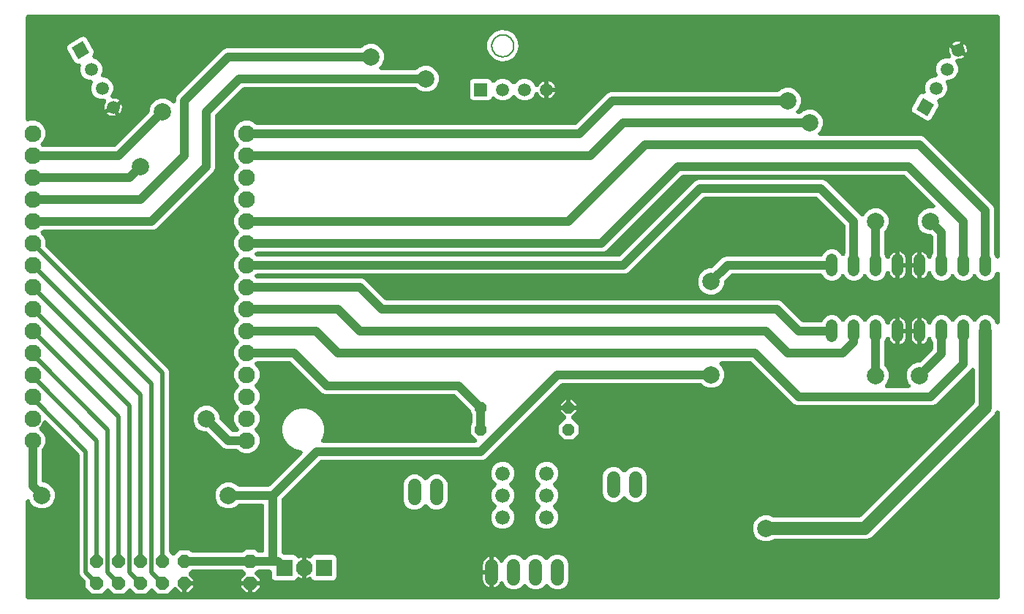
<source format=gbr>
G04 EAGLE Gerber RS-274X export*
G75*
%MOMM*%
%FSLAX34Y34*%
%LPD*%
%INBottom Copper*%
%IPPOS*%
%AMOC8*
5,1,8,0,0,1.08239X$1,22.5*%
G01*
%ADD10C,0.152400*%
%ADD11C,1.320800*%
%ADD12R,1.508000X1.508000*%
%ADD13C,1.508000*%
%ADD14R,1.930400X1.930400*%
%ADD15C,1.930400*%
%ADD16C,1.524000*%
%ADD17P,1.429621X8X202.500000*%
%ADD18P,1.429621X8X22.500000*%
%ADD19P,1.732040X8X292.500000*%
%ADD20R,1.508000X1.508000*%
%ADD21P,1.649562X8X22.500000*%
%ADD22C,1.676400*%
%ADD23C,2.000000*%
%ADD24C,1.000000*%
%ADD25C,1.500000*%
%ADD26C,0.500000*%

G36*
X406500Y183995D02*
X406500Y183995D01*
X406673Y183999D01*
X406722Y184008D01*
X406772Y184011D01*
X406941Y184053D01*
X407111Y184087D01*
X407157Y184105D01*
X407206Y184117D01*
X407365Y184188D01*
X407526Y184252D01*
X407569Y184278D01*
X407614Y184298D01*
X407758Y184396D01*
X407905Y184488D01*
X407942Y184521D01*
X407984Y184549D01*
X408167Y184716D01*
X413872Y190421D01*
X424328Y190421D01*
X426216Y188533D01*
X426359Y188413D01*
X426498Y188289D01*
X426530Y188270D01*
X426558Y188246D01*
X426721Y188154D01*
X426880Y188057D01*
X426914Y188044D01*
X426947Y188026D01*
X427123Y187964D01*
X427297Y187897D01*
X427333Y187890D01*
X427368Y187877D01*
X427552Y187848D01*
X427736Y187813D01*
X427786Y187810D01*
X427809Y187807D01*
X427846Y187808D01*
X427983Y187801D01*
X485878Y187801D01*
X486064Y187817D01*
X486250Y187829D01*
X486286Y187837D01*
X486323Y187841D01*
X486504Y187890D01*
X486684Y187934D01*
X486718Y187949D01*
X486754Y187959D01*
X486923Y188040D01*
X487093Y188116D01*
X487123Y188136D01*
X487157Y188152D01*
X487308Y188262D01*
X487462Y188367D01*
X487499Y188400D01*
X487519Y188414D01*
X487544Y188441D01*
X487646Y188533D01*
X489915Y190802D01*
X500685Y190802D01*
X502954Y188533D01*
X503097Y188413D01*
X503237Y188289D01*
X503269Y188270D01*
X503297Y188246D01*
X503459Y188154D01*
X503619Y188057D01*
X503653Y188044D01*
X503686Y188026D01*
X503862Y187964D01*
X504036Y187897D01*
X504072Y187890D01*
X504107Y187877D01*
X504291Y187848D01*
X504474Y187813D01*
X504525Y187810D01*
X504548Y187807D01*
X504585Y187808D01*
X504722Y187801D01*
X508799Y187801D01*
X508848Y187805D01*
X508898Y187803D01*
X509070Y187825D01*
X509243Y187841D01*
X509292Y187854D01*
X509341Y187860D01*
X509506Y187913D01*
X509674Y187959D01*
X509719Y187981D01*
X509767Y187996D01*
X509920Y188077D01*
X510077Y188152D01*
X510117Y188182D01*
X510162Y188205D01*
X510298Y188312D01*
X510439Y188414D01*
X510473Y188450D01*
X510513Y188481D01*
X510628Y188611D01*
X510748Y188736D01*
X510776Y188778D01*
X510809Y188816D01*
X510899Y188964D01*
X510995Y189108D01*
X511015Y189154D01*
X511041Y189197D01*
X511104Y189359D01*
X511172Y189519D01*
X511184Y189567D01*
X511202Y189614D01*
X511234Y189785D01*
X511274Y189954D01*
X511276Y190004D01*
X511286Y190053D01*
X511298Y190300D01*
X511298Y241500D01*
X511293Y241550D01*
X511296Y241600D01*
X511273Y241772D01*
X511258Y241945D01*
X511245Y241993D01*
X511238Y242043D01*
X511185Y242208D01*
X511139Y242376D01*
X511118Y242421D01*
X511103Y242468D01*
X511021Y242622D01*
X510946Y242778D01*
X510917Y242819D01*
X510893Y242863D01*
X510786Y243000D01*
X510684Y243140D01*
X510648Y243175D01*
X510617Y243214D01*
X510487Y243330D01*
X510362Y243450D01*
X510320Y243477D01*
X510283Y243511D01*
X510135Y243601D01*
X509990Y243697D01*
X509944Y243717D01*
X509901Y243743D01*
X509739Y243805D01*
X509580Y243874D01*
X509531Y243885D01*
X509484Y243903D01*
X509313Y243936D01*
X509145Y243975D01*
X509095Y243978D01*
X509046Y243987D01*
X508799Y243999D01*
X482149Y243999D01*
X481963Y243983D01*
X481777Y243971D01*
X481741Y243963D01*
X481704Y243959D01*
X481523Y243910D01*
X481343Y243866D01*
X481309Y243851D01*
X481273Y243841D01*
X481105Y243760D01*
X480934Y243684D01*
X480904Y243664D01*
X480870Y243648D01*
X480719Y243538D01*
X480565Y243433D01*
X480527Y243399D01*
X480509Y243386D01*
X480483Y243359D01*
X480381Y243267D01*
X478397Y241283D01*
X472884Y238999D01*
X466916Y238999D01*
X461403Y241283D01*
X457183Y245503D01*
X454899Y251016D01*
X454899Y256984D01*
X457183Y262497D01*
X461403Y266717D01*
X466916Y269001D01*
X472884Y269001D01*
X478397Y266717D01*
X480381Y264733D01*
X480525Y264613D01*
X480664Y264489D01*
X480696Y264470D01*
X480724Y264446D01*
X480886Y264354D01*
X481046Y264257D01*
X481080Y264244D01*
X481113Y264226D01*
X481289Y264164D01*
X481463Y264097D01*
X481499Y264090D01*
X481534Y264077D01*
X481718Y264048D01*
X481902Y264013D01*
X481952Y264010D01*
X481975Y264007D01*
X482012Y264008D01*
X482149Y264001D01*
X516121Y264001D01*
X516307Y264017D01*
X516493Y264029D01*
X516529Y264037D01*
X516566Y264041D01*
X516746Y264090D01*
X516927Y264134D01*
X516961Y264149D01*
X516996Y264159D01*
X517165Y264240D01*
X517335Y264316D01*
X517366Y264336D01*
X517399Y264352D01*
X517550Y264462D01*
X517705Y264567D01*
X517742Y264601D01*
X517761Y264614D01*
X517787Y264641D01*
X517888Y264733D01*
X554928Y301773D01*
X555016Y301878D01*
X555111Y301976D01*
X555159Y302049D01*
X555214Y302116D01*
X555282Y302234D01*
X555358Y302348D01*
X555392Y302428D01*
X555435Y302504D01*
X555481Y302633D01*
X555535Y302759D01*
X555554Y302843D01*
X555583Y302925D01*
X555605Y303061D01*
X555636Y303194D01*
X555640Y303280D01*
X555654Y303366D01*
X555651Y303503D01*
X555658Y303640D01*
X555647Y303726D01*
X555645Y303813D01*
X555618Y303947D01*
X555600Y304083D01*
X555574Y304166D01*
X555557Y304251D01*
X555506Y304378D01*
X555465Y304508D01*
X555424Y304585D01*
X555392Y304666D01*
X555320Y304782D01*
X555256Y304903D01*
X555202Y304971D01*
X555156Y305045D01*
X555064Y305147D01*
X554980Y305254D01*
X554914Y305312D01*
X554856Y305376D01*
X554748Y305460D01*
X554645Y305551D01*
X554571Y305596D01*
X554502Y305649D01*
X554380Y305712D01*
X554264Y305783D01*
X554183Y305814D01*
X554105Y305854D01*
X553975Y305894D01*
X553847Y305943D01*
X553761Y305960D01*
X553678Y305985D01*
X553543Y306001D01*
X553408Y306027D01*
X553271Y306034D01*
X553235Y306038D01*
X553211Y306037D01*
X553161Y306039D01*
X553079Y306039D01*
X546934Y307686D01*
X541425Y310867D01*
X536927Y315365D01*
X533746Y320874D01*
X532099Y327019D01*
X532099Y333381D01*
X533746Y339526D01*
X536927Y345035D01*
X541425Y349533D01*
X546934Y352714D01*
X553079Y354361D01*
X559441Y354361D01*
X565586Y352714D01*
X571095Y349533D01*
X575593Y345035D01*
X578774Y339526D01*
X580421Y333381D01*
X580421Y327019D01*
X578774Y320874D01*
X577432Y318550D01*
X577418Y318519D01*
X577400Y318492D01*
X577324Y318317D01*
X577244Y318144D01*
X577236Y318112D01*
X577223Y318081D01*
X577179Y317896D01*
X577131Y317712D01*
X577129Y317679D01*
X577121Y317646D01*
X577112Y317457D01*
X577097Y317267D01*
X577101Y317233D01*
X577099Y317200D01*
X577124Y317012D01*
X577143Y316822D01*
X577153Y316790D01*
X577157Y316757D01*
X577215Y316576D01*
X577267Y316393D01*
X577282Y316363D01*
X577292Y316332D01*
X577382Y316163D01*
X577466Y315993D01*
X577486Y315966D01*
X577502Y315937D01*
X577619Y315787D01*
X577733Y315635D01*
X577757Y315612D01*
X577778Y315586D01*
X577920Y315459D01*
X578059Y315330D01*
X578087Y315312D01*
X578112Y315289D01*
X578275Y315190D01*
X578434Y315087D01*
X578465Y315075D01*
X578494Y315057D01*
X578671Y314989D01*
X578847Y314916D01*
X578879Y314909D01*
X578910Y314897D01*
X579097Y314861D01*
X579283Y314820D01*
X579316Y314819D01*
X579349Y314813D01*
X579596Y314801D01*
X754954Y314801D01*
X755090Y314813D01*
X755227Y314816D01*
X755312Y314833D01*
X755399Y314841D01*
X755531Y314877D01*
X755665Y314904D01*
X755746Y314936D01*
X755830Y314959D01*
X755953Y315018D01*
X756080Y315069D01*
X756154Y315115D01*
X756232Y315152D01*
X756343Y315233D01*
X756459Y315305D01*
X756524Y315363D01*
X756594Y315414D01*
X756689Y315513D01*
X756790Y315605D01*
X756844Y315674D01*
X756904Y315736D01*
X756979Y315850D01*
X757063Y315959D01*
X757103Y316036D01*
X757151Y316108D01*
X757205Y316234D01*
X757268Y316356D01*
X757293Y316439D01*
X757328Y316519D01*
X757359Y316652D01*
X757399Y316783D01*
X757409Y316869D01*
X757429Y316954D01*
X757436Y317090D01*
X757452Y317226D01*
X757447Y317313D01*
X757451Y317400D01*
X757434Y317535D01*
X757425Y317672D01*
X757405Y317757D01*
X757394Y317843D01*
X757352Y317973D01*
X757320Y318106D01*
X757284Y318185D01*
X757258Y318268D01*
X757194Y318389D01*
X757138Y318514D01*
X757090Y318586D01*
X757049Y318663D01*
X756964Y318771D01*
X756887Y318884D01*
X756796Y318985D01*
X756773Y319014D01*
X756755Y319030D01*
X756721Y319067D01*
X750395Y325393D01*
X750395Y335007D01*
X751267Y335879D01*
X751387Y336022D01*
X751511Y336162D01*
X751530Y336193D01*
X751554Y336222D01*
X751646Y336384D01*
X751743Y336543D01*
X751756Y336578D01*
X751774Y336610D01*
X751836Y336786D01*
X751903Y336960D01*
X751910Y336996D01*
X751923Y337031D01*
X751952Y337216D01*
X751987Y337399D01*
X751990Y337449D01*
X751993Y337472D01*
X751992Y337509D01*
X751999Y337646D01*
X751999Y348154D01*
X751983Y348340D01*
X751971Y348526D01*
X751963Y348562D01*
X751959Y348599D01*
X751910Y348779D01*
X751866Y348960D01*
X751851Y348994D01*
X751841Y349030D01*
X751760Y349198D01*
X751684Y349368D01*
X751664Y349399D01*
X751648Y349432D01*
X751538Y349583D01*
X751433Y349738D01*
X751399Y349775D01*
X751386Y349794D01*
X751359Y349820D01*
X751267Y349921D01*
X750395Y350793D01*
X750395Y352026D01*
X750379Y352212D01*
X750367Y352398D01*
X750359Y352434D01*
X750355Y352471D01*
X750306Y352652D01*
X750262Y352832D01*
X750247Y352866D01*
X750237Y352902D01*
X750156Y353070D01*
X750080Y353241D01*
X750060Y353271D01*
X750044Y353305D01*
X749934Y353456D01*
X749829Y353610D01*
X749795Y353648D01*
X749782Y353667D01*
X749755Y353692D01*
X749663Y353794D01*
X733190Y370267D01*
X733046Y370387D01*
X732907Y370511D01*
X732875Y370530D01*
X732847Y370554D01*
X732685Y370646D01*
X732525Y370743D01*
X732491Y370756D01*
X732458Y370774D01*
X732282Y370836D01*
X732108Y370903D01*
X732072Y370910D01*
X732037Y370923D01*
X731853Y370952D01*
X731670Y370987D01*
X731619Y370990D01*
X731596Y370993D01*
X731559Y370992D01*
X731422Y370999D01*
X582211Y370999D01*
X578535Y372522D01*
X542790Y408267D01*
X542646Y408387D01*
X542507Y408511D01*
X542475Y408530D01*
X542447Y408554D01*
X542285Y408646D01*
X542125Y408743D01*
X542091Y408756D01*
X542058Y408774D01*
X541882Y408836D01*
X541708Y408903D01*
X541672Y408910D01*
X541637Y408923D01*
X541453Y408952D01*
X541270Y408987D01*
X541219Y408990D01*
X541196Y408993D01*
X541159Y408992D01*
X541022Y408999D01*
X502757Y408999D01*
X502571Y408983D01*
X502385Y408971D01*
X502349Y408963D01*
X502312Y408959D01*
X502131Y408910D01*
X501951Y408866D01*
X501917Y408851D01*
X501881Y408841D01*
X501713Y408760D01*
X501542Y408684D01*
X501512Y408664D01*
X501478Y408648D01*
X501327Y408538D01*
X501173Y408433D01*
X501135Y408399D01*
X501116Y408386D01*
X501091Y408359D01*
X500989Y408267D01*
X500789Y408067D01*
X500757Y408029D01*
X500720Y407995D01*
X500614Y407858D01*
X500503Y407724D01*
X500478Y407681D01*
X500448Y407641D01*
X500368Y407487D01*
X500282Y407336D01*
X500266Y407289D01*
X500243Y407244D01*
X500192Y407079D01*
X500134Y406915D01*
X500126Y406865D01*
X500111Y406817D01*
X500091Y406645D01*
X500063Y406474D01*
X500064Y406423D01*
X500058Y406374D01*
X500069Y406200D01*
X500072Y406027D01*
X500082Y405978D01*
X500085Y405928D01*
X500126Y405759D01*
X500161Y405589D01*
X500179Y405543D01*
X500191Y405494D01*
X500261Y405335D01*
X500325Y405174D01*
X500352Y405131D01*
X500372Y405086D01*
X500470Y404942D01*
X500562Y404795D01*
X500595Y404758D01*
X500623Y404716D01*
X500789Y404533D01*
X503422Y401900D01*
X505653Y396515D01*
X505653Y390685D01*
X503422Y385300D01*
X500789Y382667D01*
X500757Y382629D01*
X500720Y382595D01*
X500614Y382458D01*
X500503Y382324D01*
X500478Y382281D01*
X500448Y382241D01*
X500368Y382087D01*
X500282Y381936D01*
X500266Y381889D01*
X500243Y381844D01*
X500192Y381679D01*
X500134Y381515D01*
X500126Y381465D01*
X500111Y381417D01*
X500091Y381245D01*
X500063Y381074D01*
X500064Y381023D01*
X500058Y380974D01*
X500069Y380800D01*
X500072Y380627D01*
X500082Y380578D01*
X500085Y380528D01*
X500126Y380359D01*
X500161Y380189D01*
X500179Y380143D01*
X500191Y380094D01*
X500261Y379935D01*
X500325Y379774D01*
X500352Y379731D01*
X500372Y379686D01*
X500470Y379542D01*
X500562Y379395D01*
X500595Y379358D01*
X500623Y379316D01*
X500789Y379133D01*
X503422Y376500D01*
X505653Y371115D01*
X505653Y365285D01*
X503422Y359900D01*
X500789Y357267D01*
X500757Y357229D01*
X500720Y357195D01*
X500614Y357058D01*
X500503Y356924D01*
X500478Y356881D01*
X500448Y356841D01*
X500368Y356687D01*
X500282Y356536D01*
X500266Y356489D01*
X500243Y356444D01*
X500192Y356279D01*
X500134Y356115D01*
X500126Y356065D01*
X500111Y356017D01*
X500091Y355845D01*
X500063Y355674D01*
X500064Y355623D01*
X500058Y355574D01*
X500069Y355400D01*
X500072Y355227D01*
X500082Y355178D01*
X500085Y355128D01*
X500126Y354959D01*
X500161Y354789D01*
X500179Y354743D01*
X500191Y354694D01*
X500261Y354535D01*
X500325Y354374D01*
X500352Y354331D01*
X500372Y354286D01*
X500470Y354142D01*
X500562Y353995D01*
X500595Y353958D01*
X500623Y353916D01*
X500789Y353733D01*
X503422Y351100D01*
X505653Y345715D01*
X505653Y339885D01*
X503422Y334500D01*
X500789Y331867D01*
X500757Y331829D01*
X500720Y331795D01*
X500614Y331658D01*
X500503Y331524D01*
X500478Y331481D01*
X500448Y331441D01*
X500368Y331287D01*
X500282Y331136D01*
X500266Y331089D01*
X500243Y331044D01*
X500192Y330879D01*
X500134Y330715D01*
X500126Y330665D01*
X500111Y330617D01*
X500091Y330445D01*
X500063Y330274D01*
X500064Y330223D01*
X500058Y330174D01*
X500069Y330000D01*
X500072Y329827D01*
X500082Y329778D01*
X500085Y329728D01*
X500126Y329559D01*
X500161Y329389D01*
X500179Y329343D01*
X500191Y329294D01*
X500261Y329135D01*
X500325Y328974D01*
X500352Y328931D01*
X500372Y328886D01*
X500470Y328742D01*
X500562Y328595D01*
X500595Y328558D01*
X500623Y328516D01*
X500789Y328333D01*
X503422Y325700D01*
X505653Y320315D01*
X505653Y314485D01*
X503422Y309100D01*
X499300Y304978D01*
X493915Y302747D01*
X488085Y302747D01*
X482700Y304978D01*
X481011Y306667D01*
X480867Y306787D01*
X480728Y306911D01*
X480696Y306930D01*
X480668Y306954D01*
X480506Y307046D01*
X480346Y307143D01*
X480312Y307156D01*
X480279Y307174D01*
X480103Y307236D01*
X479929Y307303D01*
X479893Y307310D01*
X479858Y307323D01*
X479674Y307352D01*
X479491Y307387D01*
X479440Y307390D01*
X479417Y307393D01*
X479380Y307392D01*
X479243Y307399D01*
X468011Y307399D01*
X464335Y308922D01*
X446090Y327167D01*
X445946Y327287D01*
X445807Y327411D01*
X445775Y327430D01*
X445747Y327454D01*
X445585Y327546D01*
X445425Y327643D01*
X445391Y327656D01*
X445358Y327674D01*
X445182Y327736D01*
X445008Y327803D01*
X444972Y327810D01*
X444937Y327823D01*
X444753Y327852D01*
X444570Y327887D01*
X444519Y327890D01*
X444496Y327893D01*
X444459Y327892D01*
X444322Y327899D01*
X441516Y327899D01*
X436003Y330183D01*
X431783Y334403D01*
X429499Y339916D01*
X429499Y345884D01*
X431783Y351397D01*
X436003Y355617D01*
X441516Y357901D01*
X447484Y357901D01*
X452997Y355617D01*
X457217Y351397D01*
X459501Y345884D01*
X459501Y343078D01*
X459517Y342892D01*
X459529Y342706D01*
X459537Y342670D01*
X459541Y342633D01*
X459590Y342452D01*
X459634Y342272D01*
X459649Y342238D01*
X459659Y342202D01*
X459740Y342034D01*
X459816Y341863D01*
X459836Y341833D01*
X459852Y341799D01*
X459962Y341648D01*
X460067Y341494D01*
X460101Y341456D01*
X460114Y341437D01*
X460141Y341412D01*
X460233Y341310D01*
X473410Y328133D01*
X473554Y328013D01*
X473693Y327889D01*
X473725Y327870D01*
X473753Y327846D01*
X473915Y327754D01*
X474075Y327657D01*
X474109Y327644D01*
X474142Y327626D01*
X474318Y327564D01*
X474492Y327497D01*
X474528Y327490D01*
X474563Y327477D01*
X474747Y327448D01*
X474930Y327413D01*
X474981Y327410D01*
X475004Y327407D01*
X475041Y327408D01*
X475178Y327401D01*
X479243Y327401D01*
X479429Y327417D01*
X479615Y327429D01*
X479651Y327437D01*
X479688Y327441D01*
X479868Y327490D01*
X480049Y327534D01*
X480083Y327549D01*
X480119Y327559D01*
X480287Y327640D01*
X480458Y327715D01*
X480488Y327736D01*
X480522Y327752D01*
X480673Y327862D01*
X480827Y327966D01*
X480865Y328000D01*
X480884Y328014D01*
X480909Y328041D01*
X481010Y328133D01*
X481211Y328333D01*
X481243Y328371D01*
X481280Y328405D01*
X481386Y328542D01*
X481497Y328675D01*
X481522Y328719D01*
X481552Y328759D01*
X481632Y328913D01*
X481718Y329064D01*
X481734Y329111D01*
X481757Y329156D01*
X481808Y329321D01*
X481866Y329485D01*
X481874Y329535D01*
X481889Y329583D01*
X481909Y329755D01*
X481937Y329926D01*
X481936Y329976D01*
X481942Y330026D01*
X481931Y330199D01*
X481928Y330373D01*
X481918Y330422D01*
X481915Y330472D01*
X481874Y330640D01*
X481839Y330811D01*
X481821Y330857D01*
X481809Y330906D01*
X481739Y331064D01*
X481675Y331226D01*
X481648Y331268D01*
X481628Y331314D01*
X481530Y331458D01*
X481439Y331605D01*
X481405Y331642D01*
X481377Y331684D01*
X481211Y331867D01*
X478578Y334500D01*
X476347Y339885D01*
X476347Y345715D01*
X478578Y351100D01*
X481211Y353733D01*
X481243Y353771D01*
X481280Y353805D01*
X481386Y353943D01*
X481497Y354076D01*
X481522Y354119D01*
X481552Y354159D01*
X481632Y354313D01*
X481718Y354464D01*
X481734Y354511D01*
X481757Y354556D01*
X481808Y354721D01*
X481866Y354885D01*
X481874Y354935D01*
X481889Y354983D01*
X481909Y355155D01*
X481937Y355326D01*
X481936Y355376D01*
X481942Y355426D01*
X481931Y355600D01*
X481928Y355773D01*
X481918Y355822D01*
X481915Y355872D01*
X481874Y356041D01*
X481839Y356211D01*
X481821Y356257D01*
X481809Y356306D01*
X481739Y356465D01*
X481675Y356626D01*
X481648Y356669D01*
X481628Y356714D01*
X481530Y356858D01*
X481439Y357005D01*
X481405Y357042D01*
X481377Y357084D01*
X481211Y357267D01*
X478578Y359900D01*
X476347Y365285D01*
X476347Y371115D01*
X478578Y376500D01*
X481211Y379133D01*
X481243Y379171D01*
X481280Y379205D01*
X481386Y379343D01*
X481497Y379476D01*
X481522Y379519D01*
X481552Y379559D01*
X481632Y379713D01*
X481718Y379864D01*
X481734Y379911D01*
X481757Y379956D01*
X481808Y380121D01*
X481866Y380285D01*
X481874Y380335D01*
X481889Y380383D01*
X481909Y380555D01*
X481937Y380726D01*
X481936Y380776D01*
X481942Y380826D01*
X481931Y381000D01*
X481928Y381173D01*
X481918Y381222D01*
X481915Y381272D01*
X481874Y381441D01*
X481839Y381611D01*
X481821Y381657D01*
X481809Y381706D01*
X481739Y381865D01*
X481675Y382026D01*
X481648Y382069D01*
X481628Y382114D01*
X481530Y382258D01*
X481439Y382405D01*
X481405Y382442D01*
X481377Y382484D01*
X481211Y382667D01*
X478578Y385300D01*
X476347Y390685D01*
X476347Y396515D01*
X478578Y401900D01*
X481211Y404533D01*
X481243Y404571D01*
X481280Y404605D01*
X481386Y404743D01*
X481497Y404876D01*
X481522Y404919D01*
X481552Y404959D01*
X481632Y405113D01*
X481718Y405264D01*
X481734Y405311D01*
X481757Y405356D01*
X481808Y405521D01*
X481866Y405685D01*
X481874Y405735D01*
X481889Y405783D01*
X481909Y405955D01*
X481937Y406126D01*
X481936Y406176D01*
X481942Y406226D01*
X481931Y406400D01*
X481928Y406573D01*
X481918Y406622D01*
X481915Y406672D01*
X481874Y406841D01*
X481839Y407011D01*
X481821Y407057D01*
X481809Y407106D01*
X481739Y407265D01*
X481675Y407426D01*
X481648Y407468D01*
X481628Y407514D01*
X481530Y407658D01*
X481439Y407805D01*
X481405Y407842D01*
X481377Y407884D01*
X481211Y408067D01*
X478578Y410700D01*
X476347Y416085D01*
X476347Y421915D01*
X478578Y427300D01*
X481211Y429933D01*
X481243Y429971D01*
X481280Y430005D01*
X481386Y430143D01*
X481497Y430276D01*
X481522Y430319D01*
X481552Y430359D01*
X481632Y430513D01*
X481718Y430664D01*
X481734Y430711D01*
X481757Y430756D01*
X481808Y430921D01*
X481866Y431085D01*
X481874Y431135D01*
X481889Y431183D01*
X481909Y431354D01*
X481937Y431526D01*
X481936Y431576D01*
X481942Y431626D01*
X481931Y431800D01*
X481928Y431973D01*
X481918Y432022D01*
X481915Y432072D01*
X481874Y432241D01*
X481839Y432411D01*
X481821Y432457D01*
X481809Y432506D01*
X481739Y432665D01*
X481675Y432826D01*
X481648Y432869D01*
X481628Y432914D01*
X481530Y433058D01*
X481439Y433205D01*
X481405Y433242D01*
X481377Y433284D01*
X481211Y433467D01*
X478578Y436100D01*
X476347Y441485D01*
X476347Y447315D01*
X478578Y452700D01*
X481211Y455333D01*
X481243Y455371D01*
X481280Y455405D01*
X481386Y455543D01*
X481497Y455676D01*
X481522Y455719D01*
X481552Y455759D01*
X481632Y455913D01*
X481718Y456064D01*
X481734Y456111D01*
X481757Y456156D01*
X481808Y456321D01*
X481866Y456485D01*
X481874Y456535D01*
X481889Y456583D01*
X481909Y456755D01*
X481937Y456926D01*
X481936Y456976D01*
X481942Y457026D01*
X481931Y457200D01*
X481928Y457373D01*
X481918Y457422D01*
X481915Y457472D01*
X481874Y457641D01*
X481839Y457811D01*
X481821Y457857D01*
X481809Y457906D01*
X481739Y458065D01*
X481675Y458226D01*
X481648Y458269D01*
X481628Y458314D01*
X481530Y458458D01*
X481439Y458605D01*
X481405Y458642D01*
X481377Y458684D01*
X481211Y458867D01*
X478578Y461500D01*
X476347Y466885D01*
X476347Y472715D01*
X478578Y478100D01*
X481211Y480733D01*
X481243Y480771D01*
X481280Y480805D01*
X481386Y480943D01*
X481497Y481076D01*
X481522Y481119D01*
X481552Y481159D01*
X481632Y481313D01*
X481718Y481464D01*
X481734Y481511D01*
X481757Y481556D01*
X481808Y481721D01*
X481866Y481885D01*
X481874Y481935D01*
X481889Y481983D01*
X481909Y482155D01*
X481937Y482326D01*
X481936Y482376D01*
X481942Y482426D01*
X481931Y482600D01*
X481928Y482773D01*
X481918Y482822D01*
X481915Y482872D01*
X481874Y483041D01*
X481839Y483211D01*
X481821Y483257D01*
X481809Y483306D01*
X481739Y483465D01*
X481675Y483626D01*
X481648Y483669D01*
X481628Y483714D01*
X481530Y483858D01*
X481439Y484005D01*
X481405Y484042D01*
X481377Y484084D01*
X481211Y484267D01*
X478578Y486900D01*
X476347Y492285D01*
X476347Y498115D01*
X478578Y503500D01*
X481211Y506133D01*
X481243Y506171D01*
X481280Y506205D01*
X481386Y506343D01*
X481497Y506476D01*
X481522Y506519D01*
X481552Y506559D01*
X481632Y506713D01*
X481718Y506864D01*
X481734Y506911D01*
X481757Y506956D01*
X481808Y507121D01*
X481866Y507285D01*
X481874Y507335D01*
X481889Y507383D01*
X481909Y507555D01*
X481937Y507726D01*
X481936Y507776D01*
X481942Y507826D01*
X481931Y508000D01*
X481928Y508173D01*
X481918Y508222D01*
X481915Y508272D01*
X481874Y508441D01*
X481839Y508611D01*
X481821Y508657D01*
X481809Y508706D01*
X481739Y508865D01*
X481675Y509026D01*
X481648Y509068D01*
X481628Y509114D01*
X481530Y509258D01*
X481439Y509405D01*
X481405Y509442D01*
X481377Y509484D01*
X481211Y509667D01*
X478578Y512300D01*
X476347Y517685D01*
X476347Y523515D01*
X478578Y528900D01*
X481211Y531533D01*
X481243Y531571D01*
X481280Y531605D01*
X481336Y531678D01*
X481374Y531717D01*
X481410Y531771D01*
X481497Y531876D01*
X481522Y531919D01*
X481552Y531959D01*
X481615Y532080D01*
X481621Y532089D01*
X481628Y532106D01*
X481632Y532113D01*
X481718Y532264D01*
X481734Y532311D01*
X481757Y532356D01*
X481808Y532521D01*
X481866Y532685D01*
X481874Y532735D01*
X481889Y532783D01*
X481909Y532955D01*
X481937Y533126D01*
X481936Y533176D01*
X481942Y533226D01*
X481931Y533399D01*
X481928Y533573D01*
X481918Y533622D01*
X481915Y533672D01*
X481874Y533841D01*
X481839Y534011D01*
X481821Y534057D01*
X481809Y534106D01*
X481739Y534265D01*
X481675Y534426D01*
X481648Y534468D01*
X481628Y534514D01*
X481530Y534658D01*
X481439Y534805D01*
X481405Y534842D01*
X481377Y534884D01*
X481211Y535067D01*
X478578Y537700D01*
X476347Y543085D01*
X476347Y548915D01*
X478578Y554300D01*
X481211Y556933D01*
X481243Y556971D01*
X481280Y557005D01*
X481386Y557142D01*
X481497Y557276D01*
X481522Y557319D01*
X481552Y557359D01*
X481632Y557513D01*
X481718Y557664D01*
X481734Y557711D01*
X481757Y557756D01*
X481808Y557921D01*
X481866Y558085D01*
X481874Y558135D01*
X481889Y558183D01*
X481909Y558355D01*
X481937Y558526D01*
X481936Y558576D01*
X481942Y558626D01*
X481931Y558800D01*
X481928Y558973D01*
X481918Y559022D01*
X481915Y559072D01*
X481874Y559241D01*
X481839Y559411D01*
X481821Y559457D01*
X481809Y559506D01*
X481739Y559665D01*
X481675Y559826D01*
X481648Y559868D01*
X481628Y559914D01*
X481530Y560058D01*
X481439Y560205D01*
X481405Y560242D01*
X481377Y560284D01*
X481211Y560467D01*
X478578Y563100D01*
X476347Y568485D01*
X476347Y574315D01*
X478578Y579700D01*
X481211Y582333D01*
X481243Y582371D01*
X481280Y582405D01*
X481386Y582543D01*
X481497Y582676D01*
X481522Y582719D01*
X481552Y582759D01*
X481632Y582913D01*
X481718Y583064D01*
X481734Y583111D01*
X481757Y583156D01*
X481808Y583321D01*
X481866Y583485D01*
X481874Y583535D01*
X481889Y583583D01*
X481909Y583755D01*
X481937Y583926D01*
X481936Y583976D01*
X481942Y584026D01*
X481931Y584200D01*
X481928Y584373D01*
X481918Y584422D01*
X481915Y584472D01*
X481874Y584641D01*
X481839Y584811D01*
X481821Y584857D01*
X481809Y584906D01*
X481739Y585065D01*
X481675Y585226D01*
X481648Y585269D01*
X481628Y585314D01*
X481530Y585458D01*
X481439Y585605D01*
X481405Y585642D01*
X481377Y585684D01*
X481211Y585867D01*
X478578Y588500D01*
X476347Y593885D01*
X476347Y599715D01*
X478578Y605100D01*
X481211Y607733D01*
X481243Y607771D01*
X481280Y607805D01*
X481386Y607943D01*
X481497Y608076D01*
X481522Y608119D01*
X481552Y608159D01*
X481632Y608313D01*
X481718Y608464D01*
X481734Y608511D01*
X481757Y608556D01*
X481808Y608721D01*
X481866Y608885D01*
X481874Y608935D01*
X481889Y608983D01*
X481909Y609155D01*
X481937Y609326D01*
X481936Y609376D01*
X481942Y609426D01*
X481931Y609600D01*
X481928Y609773D01*
X481918Y609822D01*
X481915Y609872D01*
X481874Y610041D01*
X481839Y610211D01*
X481821Y610257D01*
X481809Y610306D01*
X481739Y610465D01*
X481675Y610626D01*
X481648Y610669D01*
X481628Y610714D01*
X481530Y610858D01*
X481439Y611005D01*
X481405Y611042D01*
X481377Y611084D01*
X481211Y611267D01*
X478578Y613900D01*
X476347Y619285D01*
X476347Y625115D01*
X478578Y630500D01*
X481211Y633133D01*
X481243Y633171D01*
X481280Y633205D01*
X481386Y633343D01*
X481497Y633476D01*
X481522Y633519D01*
X481552Y633559D01*
X481632Y633713D01*
X481718Y633864D01*
X481734Y633911D01*
X481757Y633956D01*
X481808Y634121D01*
X481866Y634285D01*
X481874Y634335D01*
X481889Y634383D01*
X481909Y634555D01*
X481937Y634726D01*
X481936Y634776D01*
X481942Y634826D01*
X481931Y635000D01*
X481928Y635173D01*
X481918Y635222D01*
X481915Y635272D01*
X481874Y635441D01*
X481839Y635611D01*
X481821Y635657D01*
X481809Y635706D01*
X481739Y635865D01*
X481675Y636026D01*
X481648Y636069D01*
X481628Y636114D01*
X481530Y636258D01*
X481439Y636405D01*
X481405Y636442D01*
X481377Y636484D01*
X481211Y636667D01*
X478578Y639300D01*
X476347Y644685D01*
X476347Y650515D01*
X478578Y655900D01*
X481211Y658533D01*
X481243Y658571D01*
X481280Y658605D01*
X481386Y658743D01*
X481497Y658876D01*
X481522Y658919D01*
X481552Y658959D01*
X481632Y659113D01*
X481718Y659264D01*
X481734Y659311D01*
X481757Y659356D01*
X481808Y659521D01*
X481866Y659685D01*
X481874Y659735D01*
X481889Y659783D01*
X481909Y659955D01*
X481937Y660126D01*
X481936Y660176D01*
X481942Y660226D01*
X481931Y660400D01*
X481928Y660573D01*
X481918Y660622D01*
X481915Y660672D01*
X481874Y660841D01*
X481839Y661011D01*
X481821Y661057D01*
X481809Y661106D01*
X481739Y661265D01*
X481675Y661426D01*
X481648Y661469D01*
X481628Y661514D01*
X481530Y661658D01*
X481439Y661805D01*
X481405Y661842D01*
X481377Y661884D01*
X481211Y662067D01*
X478578Y664700D01*
X476347Y670085D01*
X476347Y675915D01*
X478578Y681300D01*
X482700Y685422D01*
X488085Y687653D01*
X493915Y687653D01*
X499300Y685422D01*
X500989Y683733D01*
X501133Y683613D01*
X501272Y683489D01*
X501304Y683470D01*
X501332Y683446D01*
X501494Y683354D01*
X501654Y683257D01*
X501688Y683244D01*
X501721Y683226D01*
X501897Y683164D01*
X502071Y683097D01*
X502107Y683090D01*
X502142Y683077D01*
X502326Y683048D01*
X502509Y683013D01*
X502560Y683010D01*
X502583Y683007D01*
X502620Y683008D01*
X502757Y683001D01*
X871022Y683001D01*
X871208Y683017D01*
X871394Y683029D01*
X871430Y683037D01*
X871467Y683041D01*
X871648Y683090D01*
X871828Y683134D01*
X871862Y683149D01*
X871898Y683159D01*
X872066Y683240D01*
X872237Y683316D01*
X872267Y683336D01*
X872301Y683352D01*
X872452Y683462D01*
X872606Y683567D01*
X872644Y683601D01*
X872663Y683614D01*
X872688Y683641D01*
X872790Y683733D01*
X908735Y719678D01*
X912411Y721201D01*
X1105351Y721201D01*
X1105537Y721217D01*
X1105723Y721229D01*
X1105759Y721237D01*
X1105796Y721241D01*
X1105977Y721290D01*
X1106157Y721334D01*
X1106191Y721349D01*
X1106227Y721359D01*
X1106395Y721440D01*
X1106566Y721516D01*
X1106596Y721536D01*
X1106630Y721552D01*
X1106781Y721662D01*
X1106935Y721767D01*
X1106973Y721801D01*
X1106991Y721814D01*
X1107017Y721841D01*
X1107119Y721933D01*
X1109103Y723917D01*
X1114616Y726201D01*
X1120584Y726201D01*
X1126097Y723917D01*
X1130317Y719697D01*
X1132601Y714184D01*
X1132601Y708216D01*
X1130317Y702703D01*
X1127681Y700067D01*
X1127594Y699962D01*
X1127499Y699864D01*
X1127451Y699791D01*
X1127395Y699724D01*
X1127328Y699606D01*
X1127252Y699492D01*
X1127217Y699412D01*
X1127174Y699336D01*
X1127129Y699207D01*
X1127075Y699081D01*
X1127055Y698997D01*
X1127026Y698915D01*
X1127004Y698779D01*
X1126974Y698646D01*
X1126969Y698560D01*
X1126955Y698474D01*
X1126958Y698337D01*
X1126951Y698200D01*
X1126963Y698114D01*
X1126964Y698027D01*
X1126991Y697893D01*
X1127009Y697757D01*
X1127035Y697674D01*
X1127053Y697589D01*
X1127103Y697462D01*
X1127145Y697332D01*
X1127185Y697255D01*
X1127217Y697174D01*
X1127290Y697058D01*
X1127354Y696937D01*
X1127408Y696869D01*
X1127454Y696795D01*
X1127545Y696693D01*
X1127630Y696586D01*
X1127695Y696528D01*
X1127753Y696464D01*
X1127862Y696380D01*
X1127964Y696289D01*
X1128039Y696244D01*
X1128107Y696191D01*
X1128229Y696128D01*
X1128346Y696057D01*
X1128427Y696026D01*
X1128504Y695986D01*
X1128635Y695946D01*
X1128763Y695897D01*
X1128848Y695880D01*
X1128931Y695855D01*
X1129067Y695839D01*
X1129201Y695813D01*
X1129338Y695806D01*
X1129375Y695802D01*
X1129398Y695803D01*
X1129449Y695801D01*
X1130751Y695801D01*
X1130937Y695817D01*
X1131123Y695829D01*
X1131159Y695837D01*
X1131196Y695841D01*
X1131377Y695890D01*
X1131557Y695934D01*
X1131591Y695949D01*
X1131627Y695959D01*
X1131795Y696040D01*
X1131966Y696116D01*
X1131996Y696136D01*
X1132030Y696152D01*
X1132181Y696262D01*
X1132335Y696367D01*
X1132373Y696401D01*
X1132391Y696414D01*
X1132417Y696441D01*
X1132519Y696533D01*
X1134503Y698517D01*
X1140016Y700801D01*
X1145984Y700801D01*
X1151497Y698517D01*
X1155717Y694297D01*
X1158001Y688784D01*
X1158001Y682816D01*
X1155717Y677303D01*
X1153081Y674667D01*
X1152994Y674562D01*
X1152899Y674464D01*
X1152851Y674391D01*
X1152795Y674324D01*
X1152728Y674206D01*
X1152652Y674092D01*
X1152617Y674012D01*
X1152574Y673936D01*
X1152529Y673807D01*
X1152475Y673681D01*
X1152455Y673597D01*
X1152426Y673515D01*
X1152404Y673379D01*
X1152374Y673246D01*
X1152369Y673160D01*
X1152355Y673074D01*
X1152358Y672937D01*
X1152351Y672800D01*
X1152363Y672714D01*
X1152364Y672627D01*
X1152391Y672493D01*
X1152409Y672357D01*
X1152435Y672274D01*
X1152453Y672189D01*
X1152503Y672062D01*
X1152545Y671932D01*
X1152585Y671855D01*
X1152617Y671774D01*
X1152690Y671658D01*
X1152754Y671537D01*
X1152808Y671469D01*
X1152854Y671395D01*
X1152945Y671293D01*
X1153030Y671186D01*
X1153095Y671128D01*
X1153153Y671064D01*
X1153262Y670980D01*
X1153364Y670889D01*
X1153439Y670844D01*
X1153507Y670791D01*
X1153629Y670728D01*
X1153746Y670657D01*
X1153827Y670626D01*
X1153904Y670586D01*
X1154035Y670546D01*
X1154163Y670497D01*
X1154248Y670480D01*
X1154331Y670455D01*
X1154467Y670439D01*
X1154601Y670413D01*
X1154738Y670406D01*
X1154775Y670402D01*
X1154798Y670403D01*
X1154849Y670401D01*
X1271989Y670401D01*
X1275665Y668878D01*
X1354678Y589865D01*
X1356201Y586189D01*
X1356201Y533982D01*
X1356214Y533839D01*
X1356217Y533696D01*
X1356233Y533617D01*
X1356241Y533537D01*
X1356279Y533399D01*
X1356308Y533259D01*
X1356349Y533142D01*
X1356359Y533106D01*
X1356371Y533082D01*
X1356391Y533025D01*
X1357731Y529790D01*
X1357814Y529631D01*
X1357892Y529468D01*
X1357918Y529433D01*
X1357938Y529395D01*
X1358049Y529252D01*
X1358154Y529106D01*
X1358186Y529076D01*
X1358212Y529042D01*
X1358347Y528921D01*
X1358476Y528797D01*
X1358513Y528773D01*
X1358545Y528744D01*
X1358699Y528649D01*
X1358848Y528550D01*
X1358888Y528533D01*
X1358926Y528510D01*
X1359093Y528444D01*
X1359259Y528373D01*
X1359301Y528363D01*
X1359342Y528347D01*
X1359519Y528312D01*
X1359694Y528272D01*
X1359737Y528269D01*
X1359780Y528261D01*
X1359960Y528258D01*
X1360140Y528249D01*
X1360183Y528255D01*
X1360227Y528254D01*
X1360405Y528284D01*
X1360583Y528307D01*
X1360624Y528320D01*
X1360667Y528327D01*
X1360837Y528388D01*
X1361008Y528443D01*
X1361047Y528463D01*
X1361088Y528478D01*
X1361244Y528568D01*
X1361403Y528652D01*
X1361437Y528679D01*
X1361475Y528701D01*
X1361612Y528816D01*
X1361754Y528928D01*
X1361783Y528961D01*
X1361816Y528989D01*
X1361931Y529127D01*
X1362051Y529262D01*
X1362073Y529299D01*
X1362101Y529333D01*
X1362189Y529490D01*
X1362283Y529644D01*
X1362298Y529684D01*
X1362320Y529722D01*
X1362379Y529893D01*
X1362443Y530061D01*
X1362451Y530104D01*
X1362466Y530145D01*
X1362493Y530323D01*
X1362513Y530425D01*
X1362515Y530435D01*
X1362515Y530438D01*
X1362527Y530500D01*
X1362530Y530559D01*
X1362534Y530586D01*
X1362533Y530624D01*
X1362539Y530747D01*
X1362539Y808040D01*
X1362535Y808090D01*
X1362537Y808140D01*
X1362515Y808312D01*
X1362499Y808485D01*
X1362486Y808533D01*
X1362480Y808583D01*
X1362427Y808748D01*
X1362381Y808916D01*
X1362359Y808961D01*
X1362344Y809008D01*
X1362263Y809162D01*
X1362188Y809318D01*
X1362158Y809359D01*
X1362135Y809403D01*
X1362028Y809540D01*
X1361926Y809680D01*
X1361890Y809715D01*
X1361859Y809754D01*
X1361729Y809870D01*
X1361604Y809990D01*
X1361562Y810017D01*
X1361524Y810051D01*
X1361376Y810141D01*
X1361232Y810237D01*
X1361186Y810257D01*
X1361143Y810283D01*
X1360981Y810345D01*
X1360821Y810414D01*
X1360773Y810425D01*
X1360726Y810443D01*
X1360555Y810476D01*
X1360386Y810515D01*
X1360336Y810518D01*
X1360287Y810527D01*
X1360040Y810539D01*
X237900Y810539D01*
X237850Y810535D01*
X237800Y810537D01*
X237628Y810515D01*
X237455Y810499D01*
X237407Y810486D01*
X237357Y810480D01*
X237192Y810427D01*
X237024Y810381D01*
X236979Y810359D01*
X236932Y810344D01*
X236778Y810263D01*
X236622Y810188D01*
X236581Y810158D01*
X236537Y810135D01*
X236400Y810028D01*
X236260Y809926D01*
X236225Y809890D01*
X236186Y809859D01*
X236070Y809729D01*
X235950Y809604D01*
X235923Y809562D01*
X235889Y809524D01*
X235799Y809376D01*
X235703Y809232D01*
X235683Y809186D01*
X235657Y809143D01*
X235595Y808981D01*
X235526Y808821D01*
X235515Y808773D01*
X235497Y808726D01*
X235464Y808555D01*
X235425Y808386D01*
X235422Y808336D01*
X235413Y808287D01*
X235401Y808040D01*
X235401Y689328D01*
X235409Y689235D01*
X235408Y689142D01*
X235429Y689013D01*
X235441Y688883D01*
X235465Y688793D01*
X235481Y688701D01*
X235525Y688579D01*
X235559Y688453D01*
X235600Y688368D01*
X235631Y688280D01*
X235696Y688168D01*
X235752Y688050D01*
X235807Y687974D01*
X235854Y687893D01*
X235938Y687794D01*
X236014Y687688D01*
X236082Y687623D01*
X236142Y687552D01*
X236242Y687469D01*
X236336Y687379D01*
X236414Y687327D01*
X236486Y687267D01*
X236600Y687204D01*
X236708Y687131D01*
X236794Y687094D01*
X236876Y687049D01*
X236999Y687006D01*
X237119Y686954D01*
X237209Y686933D01*
X237298Y686903D01*
X237427Y686883D01*
X237554Y686853D01*
X237647Y686849D01*
X237739Y686834D01*
X237870Y686838D01*
X238000Y686831D01*
X238092Y686843D01*
X238186Y686846D01*
X238314Y686872D01*
X238443Y686889D01*
X238532Y686917D01*
X238623Y686936D01*
X238856Y687019D01*
X240385Y687653D01*
X246215Y687653D01*
X251600Y685422D01*
X255722Y681300D01*
X257953Y675915D01*
X257953Y670085D01*
X255722Y664700D01*
X253089Y662067D01*
X253057Y662029D01*
X253020Y661995D01*
X252914Y661858D01*
X252803Y661724D01*
X252778Y661681D01*
X252748Y661641D01*
X252668Y661487D01*
X252582Y661336D01*
X252566Y661289D01*
X252543Y661244D01*
X252492Y661078D01*
X252434Y660915D01*
X252426Y660865D01*
X252411Y660817D01*
X252391Y660645D01*
X252363Y660474D01*
X252364Y660423D01*
X252358Y660374D01*
X252369Y660200D01*
X252372Y660027D01*
X252382Y659978D01*
X252385Y659928D01*
X252426Y659759D01*
X252461Y659589D01*
X252479Y659542D01*
X252491Y659494D01*
X252561Y659335D01*
X252625Y659174D01*
X252652Y659131D01*
X252672Y659086D01*
X252770Y658942D01*
X252862Y658795D01*
X252895Y658758D01*
X252923Y658716D01*
X253089Y658533D01*
X253290Y658333D01*
X253432Y658213D01*
X253572Y658089D01*
X253604Y658070D01*
X253632Y658046D01*
X253795Y657954D01*
X253954Y657857D01*
X253988Y657844D01*
X254021Y657826D01*
X254197Y657764D01*
X254371Y657697D01*
X254407Y657690D01*
X254442Y657677D01*
X254626Y657648D01*
X254809Y657613D01*
X254860Y657610D01*
X254883Y657607D01*
X254920Y657608D01*
X255057Y657601D01*
X337622Y657601D01*
X337808Y657617D01*
X337994Y657629D01*
X338030Y657637D01*
X338067Y657641D01*
X338248Y657690D01*
X338428Y657734D01*
X338462Y657749D01*
X338498Y657759D01*
X338666Y657840D01*
X338837Y657916D01*
X338867Y657936D01*
X338901Y657952D01*
X339052Y658062D01*
X339206Y658167D01*
X339244Y658201D01*
X339263Y658214D01*
X339288Y658241D01*
X339390Y658333D01*
X377967Y696910D01*
X378087Y697054D01*
X378211Y697193D01*
X378230Y697225D01*
X378254Y697253D01*
X378346Y697415D01*
X378443Y697575D01*
X378456Y697609D01*
X378474Y697642D01*
X378536Y697818D01*
X378603Y697992D01*
X378610Y698028D01*
X378623Y698063D01*
X378652Y698247D01*
X378687Y698430D01*
X378690Y698481D01*
X378693Y698504D01*
X378692Y698541D01*
X378699Y698678D01*
X378699Y701484D01*
X380983Y706997D01*
X385203Y711217D01*
X390716Y713501D01*
X396684Y713501D01*
X402197Y711217D01*
X404833Y708581D01*
X404938Y708494D01*
X405036Y708399D01*
X405109Y708351D01*
X405176Y708295D01*
X405294Y708228D01*
X405408Y708152D01*
X405488Y708117D01*
X405564Y708074D01*
X405693Y708029D01*
X405819Y707975D01*
X405903Y707955D01*
X405985Y707926D01*
X406121Y707904D01*
X406254Y707874D01*
X406340Y707869D01*
X406426Y707855D01*
X406563Y707858D01*
X406700Y707851D01*
X406786Y707863D01*
X406873Y707864D01*
X407007Y707891D01*
X407143Y707909D01*
X407226Y707935D01*
X407311Y707953D01*
X407438Y708003D01*
X407568Y708045D01*
X407645Y708085D01*
X407726Y708117D01*
X407842Y708190D01*
X407963Y708254D01*
X408031Y708308D01*
X408105Y708354D01*
X408207Y708445D01*
X408314Y708530D01*
X408372Y708595D01*
X408436Y708653D01*
X408520Y708762D01*
X408611Y708864D01*
X408656Y708939D01*
X408709Y709007D01*
X408772Y709129D01*
X408843Y709246D01*
X408874Y709327D01*
X408914Y709404D01*
X408954Y709535D01*
X409003Y709663D01*
X409020Y709748D01*
X409045Y709831D01*
X409061Y709967D01*
X409087Y710101D01*
X409094Y710238D01*
X409098Y710275D01*
X409097Y710298D01*
X409099Y710349D01*
X409099Y713189D01*
X410622Y716865D01*
X413786Y720029D01*
X413787Y720030D01*
X464235Y770478D01*
X467911Y772001D01*
X622751Y772001D01*
X622937Y772017D01*
X623123Y772029D01*
X623159Y772037D01*
X623196Y772041D01*
X623376Y772090D01*
X623557Y772134D01*
X623591Y772149D01*
X623627Y772159D01*
X623796Y772240D01*
X623966Y772316D01*
X623996Y772336D01*
X624030Y772352D01*
X624181Y772462D01*
X624335Y772567D01*
X624372Y772600D01*
X624392Y772614D01*
X624417Y772641D01*
X624519Y772733D01*
X626503Y774717D01*
X632016Y777001D01*
X637984Y777001D01*
X643497Y774717D01*
X647717Y770497D01*
X650001Y764984D01*
X650001Y759016D01*
X647717Y753503D01*
X645081Y750867D01*
X644994Y750762D01*
X644899Y750664D01*
X644851Y750591D01*
X644795Y750524D01*
X644728Y750406D01*
X644652Y750292D01*
X644617Y750212D01*
X644574Y750136D01*
X644529Y750007D01*
X644475Y749881D01*
X644455Y749797D01*
X644426Y749715D01*
X644404Y749579D01*
X644374Y749446D01*
X644369Y749360D01*
X644355Y749274D01*
X644358Y749137D01*
X644351Y749000D01*
X644363Y748914D01*
X644364Y748827D01*
X644391Y748693D01*
X644409Y748557D01*
X644435Y748474D01*
X644453Y748389D01*
X644503Y748262D01*
X644545Y748132D01*
X644585Y748055D01*
X644617Y747974D01*
X644690Y747858D01*
X644754Y747737D01*
X644808Y747669D01*
X644854Y747595D01*
X644945Y747493D01*
X645030Y747386D01*
X645095Y747328D01*
X645153Y747264D01*
X645262Y747180D01*
X645364Y747089D01*
X645439Y747044D01*
X645507Y746991D01*
X645629Y746928D01*
X645746Y746857D01*
X645827Y746826D01*
X645904Y746786D01*
X646035Y746746D01*
X646163Y746697D01*
X646248Y746680D01*
X646331Y746655D01*
X646467Y746639D01*
X646601Y746613D01*
X646738Y746606D01*
X646775Y746602D01*
X646798Y746603D01*
X646849Y746601D01*
X686251Y746601D01*
X686437Y746617D01*
X686623Y746629D01*
X686659Y746637D01*
X686696Y746641D01*
X686877Y746690D01*
X687057Y746734D01*
X687091Y746749D01*
X687127Y746759D01*
X687295Y746840D01*
X687466Y746916D01*
X687496Y746936D01*
X687530Y746952D01*
X687681Y747062D01*
X687835Y747167D01*
X687873Y747201D01*
X687891Y747214D01*
X687917Y747241D01*
X688019Y747333D01*
X690003Y749317D01*
X695516Y751601D01*
X701484Y751601D01*
X706997Y749317D01*
X711217Y745097D01*
X713501Y739584D01*
X713501Y733616D01*
X711217Y728103D01*
X706997Y723883D01*
X701484Y721599D01*
X695516Y721599D01*
X690003Y723883D01*
X688019Y725867D01*
X687875Y725987D01*
X687736Y726111D01*
X687704Y726130D01*
X687676Y726154D01*
X687514Y726246D01*
X687354Y726343D01*
X687320Y726356D01*
X687287Y726374D01*
X687111Y726436D01*
X686937Y726503D01*
X686901Y726510D01*
X686866Y726523D01*
X686682Y726552D01*
X686498Y726587D01*
X686448Y726590D01*
X686425Y726593D01*
X686388Y726592D01*
X686251Y726599D01*
X487778Y726599D01*
X487592Y726583D01*
X487406Y726571D01*
X487370Y726563D01*
X487333Y726559D01*
X487152Y726510D01*
X486972Y726466D01*
X486938Y726451D01*
X486902Y726441D01*
X486734Y726360D01*
X486563Y726284D01*
X486533Y726264D01*
X486499Y726248D01*
X486348Y726138D01*
X486194Y726033D01*
X486156Y725999D01*
X486137Y725986D01*
X486112Y725959D01*
X486010Y725867D01*
X455233Y695090D01*
X455113Y694946D01*
X454989Y694807D01*
X454970Y694775D01*
X454946Y694747D01*
X454854Y694585D01*
X454757Y694425D01*
X454744Y694391D01*
X454726Y694358D01*
X454664Y694182D01*
X454597Y694008D01*
X454590Y693972D01*
X454577Y693937D01*
X454548Y693753D01*
X454513Y693570D01*
X454510Y693519D01*
X454507Y693496D01*
X454508Y693459D01*
X454501Y693322D01*
X454501Y633011D01*
X452978Y629335D01*
X386565Y562922D01*
X382889Y561399D01*
X255057Y561399D01*
X254870Y561383D01*
X254684Y561371D01*
X254649Y561363D01*
X254612Y561359D01*
X254431Y561310D01*
X254250Y561266D01*
X254217Y561251D01*
X254181Y561241D01*
X254012Y561160D01*
X253842Y561084D01*
X253812Y561064D01*
X253778Y561048D01*
X253627Y560938D01*
X253473Y560833D01*
X253435Y560799D01*
X253416Y560786D01*
X253391Y560759D01*
X253289Y560667D01*
X253089Y560467D01*
X253057Y560429D01*
X253020Y560395D01*
X252914Y560258D01*
X252803Y560124D01*
X252778Y560081D01*
X252748Y560041D01*
X252668Y559887D01*
X252582Y559736D01*
X252566Y559689D01*
X252543Y559644D01*
X252492Y559479D01*
X252434Y559314D01*
X252426Y559265D01*
X252411Y559217D01*
X252391Y559045D01*
X252363Y558873D01*
X252364Y558823D01*
X252358Y558774D01*
X252369Y558601D01*
X252372Y558427D01*
X252382Y558378D01*
X252385Y558328D01*
X252426Y558159D01*
X252461Y557989D01*
X252479Y557943D01*
X252491Y557894D01*
X252561Y557735D01*
X252625Y557574D01*
X252652Y557531D01*
X252672Y557486D01*
X252770Y557342D01*
X252862Y557195D01*
X252895Y557157D01*
X252923Y557116D01*
X253089Y556933D01*
X255722Y554300D01*
X257953Y548915D01*
X257953Y542990D01*
X257969Y542804D01*
X257981Y542618D01*
X257989Y542582D01*
X257993Y542545D01*
X258042Y542365D01*
X258086Y542184D01*
X258101Y542150D01*
X258111Y542115D01*
X258192Y541946D01*
X258268Y541776D01*
X258288Y541745D01*
X258304Y541712D01*
X258414Y541561D01*
X258519Y541406D01*
X258553Y541369D01*
X258566Y541350D01*
X258593Y541324D01*
X258685Y541223D01*
X400059Y399849D01*
X401201Y397092D01*
X401201Y189183D01*
X401217Y188997D01*
X401229Y188811D01*
X401237Y188775D01*
X401241Y188738D01*
X401290Y188558D01*
X401334Y188377D01*
X401349Y188343D01*
X401359Y188307D01*
X401440Y188138D01*
X401516Y187969D01*
X401536Y187938D01*
X401552Y187905D01*
X401662Y187753D01*
X401767Y187599D01*
X401801Y187562D01*
X401814Y187543D01*
X401841Y187517D01*
X401933Y187416D01*
X404633Y184716D01*
X404671Y184683D01*
X404705Y184646D01*
X404842Y184540D01*
X404976Y184429D01*
X405019Y184405D01*
X405059Y184374D01*
X405213Y184294D01*
X405364Y184208D01*
X405411Y184192D01*
X405456Y184169D01*
X405621Y184118D01*
X405785Y184060D01*
X405835Y184052D01*
X405883Y184038D01*
X406055Y184017D01*
X406226Y183990D01*
X406276Y183991D01*
X406326Y183985D01*
X406500Y183995D01*
G37*
G36*
X1360090Y133405D02*
X1360090Y133405D01*
X1360140Y133403D01*
X1360312Y133425D01*
X1360485Y133441D01*
X1360533Y133454D01*
X1360583Y133460D01*
X1360748Y133513D01*
X1360916Y133559D01*
X1360961Y133581D01*
X1361008Y133596D01*
X1361162Y133677D01*
X1361318Y133752D01*
X1361359Y133782D01*
X1361403Y133805D01*
X1361540Y133912D01*
X1361680Y134014D01*
X1361715Y134050D01*
X1361754Y134081D01*
X1361870Y134211D01*
X1361990Y134336D01*
X1362017Y134378D01*
X1362051Y134416D01*
X1362141Y134564D01*
X1362237Y134708D01*
X1362257Y134754D01*
X1362283Y134797D01*
X1362345Y134959D01*
X1362414Y135119D01*
X1362425Y135167D01*
X1362443Y135214D01*
X1362476Y135385D01*
X1362515Y135554D01*
X1362518Y135604D01*
X1362527Y135653D01*
X1362539Y135900D01*
X1362539Y349816D01*
X1362523Y349995D01*
X1362513Y350175D01*
X1362503Y350218D01*
X1362499Y350261D01*
X1362452Y350435D01*
X1362410Y350610D01*
X1362392Y350650D01*
X1362381Y350692D01*
X1362303Y350854D01*
X1362231Y351019D01*
X1362206Y351055D01*
X1362188Y351094D01*
X1362082Y351240D01*
X1361982Y351390D01*
X1361951Y351421D01*
X1361926Y351456D01*
X1361796Y351581D01*
X1361670Y351710D01*
X1361635Y351735D01*
X1361604Y351766D01*
X1361454Y351865D01*
X1361307Y351970D01*
X1361268Y351989D01*
X1361232Y352013D01*
X1361066Y352084D01*
X1360903Y352161D01*
X1360861Y352173D01*
X1360821Y352190D01*
X1360647Y352231D01*
X1360472Y352278D01*
X1360429Y352281D01*
X1360386Y352291D01*
X1360207Y352300D01*
X1360027Y352315D01*
X1359984Y352311D01*
X1359940Y352313D01*
X1359762Y352290D01*
X1359582Y352273D01*
X1359540Y352261D01*
X1359497Y352256D01*
X1359326Y352201D01*
X1359152Y352152D01*
X1359113Y352133D01*
X1359072Y352120D01*
X1358913Y352036D01*
X1358751Y351957D01*
X1358715Y351931D01*
X1358677Y351911D01*
X1358535Y351799D01*
X1358390Y351693D01*
X1358360Y351662D01*
X1358326Y351635D01*
X1358206Y351500D01*
X1358082Y351369D01*
X1358058Y351333D01*
X1358029Y351300D01*
X1357936Y351146D01*
X1357837Y350996D01*
X1357811Y350942D01*
X1357797Y350919D01*
X1357784Y350884D01*
X1357731Y350772D01*
X1356798Y348519D01*
X1213581Y205302D01*
X1208987Y203399D01*
X1101716Y203399D01*
X1101574Y203386D01*
X1101431Y203383D01*
X1101352Y203367D01*
X1101272Y203359D01*
X1101133Y203321D01*
X1100993Y203292D01*
X1100877Y203251D01*
X1100841Y203241D01*
X1100817Y203229D01*
X1100797Y203222D01*
X1100794Y203221D01*
X1100791Y203220D01*
X1100760Y203209D01*
X1095184Y200899D01*
X1089216Y200899D01*
X1083703Y203183D01*
X1079483Y207403D01*
X1077199Y212916D01*
X1077199Y218884D01*
X1079483Y224397D01*
X1083703Y228617D01*
X1089216Y230901D01*
X1095184Y230901D01*
X1100760Y228591D01*
X1100897Y228548D01*
X1101031Y228497D01*
X1101110Y228482D01*
X1101186Y228458D01*
X1101328Y228440D01*
X1101469Y228413D01*
X1101592Y228407D01*
X1101630Y228402D01*
X1101657Y228404D01*
X1101716Y228401D01*
X1200287Y228401D01*
X1200473Y228417D01*
X1200659Y228429D01*
X1200695Y228437D01*
X1200732Y228441D01*
X1200912Y228490D01*
X1201093Y228534D01*
X1201127Y228549D01*
X1201162Y228559D01*
X1201331Y228640D01*
X1201501Y228716D01*
X1201532Y228736D01*
X1201565Y228752D01*
X1201716Y228862D01*
X1201871Y228967D01*
X1201908Y229001D01*
X1201927Y229014D01*
X1201952Y229041D01*
X1202054Y229133D01*
X1332967Y360046D01*
X1333087Y360189D01*
X1333211Y360329D01*
X1333230Y360360D01*
X1333254Y360389D01*
X1333346Y360551D01*
X1333443Y360710D01*
X1333456Y360745D01*
X1333474Y360777D01*
X1333536Y360953D01*
X1333603Y361127D01*
X1333610Y361164D01*
X1333623Y361199D01*
X1333652Y361383D01*
X1333687Y361566D01*
X1333690Y361616D01*
X1333693Y361640D01*
X1333692Y361677D01*
X1333699Y361813D01*
X1333699Y399122D01*
X1333687Y399259D01*
X1333684Y399395D01*
X1333667Y399481D01*
X1333659Y399567D01*
X1333623Y399699D01*
X1333596Y399833D01*
X1333564Y399914D01*
X1333541Y399998D01*
X1333482Y400121D01*
X1333431Y400248D01*
X1333385Y400322D01*
X1333348Y400401D01*
X1333267Y400512D01*
X1333195Y400628D01*
X1333137Y400692D01*
X1333086Y400763D01*
X1332987Y400858D01*
X1332895Y400959D01*
X1332826Y401012D01*
X1332764Y401072D01*
X1332650Y401148D01*
X1332541Y401231D01*
X1332464Y401271D01*
X1332392Y401319D01*
X1332266Y401374D01*
X1332144Y401436D01*
X1332061Y401462D01*
X1331981Y401496D01*
X1331848Y401527D01*
X1331717Y401567D01*
X1331631Y401578D01*
X1331546Y401598D01*
X1331410Y401604D01*
X1331274Y401621D01*
X1331187Y401615D01*
X1331100Y401620D01*
X1330965Y401602D01*
X1330828Y401594D01*
X1330743Y401573D01*
X1330657Y401562D01*
X1330527Y401520D01*
X1330394Y401488D01*
X1330315Y401453D01*
X1330232Y401426D01*
X1330111Y401362D01*
X1329986Y401307D01*
X1329914Y401258D01*
X1329837Y401217D01*
X1329729Y401132D01*
X1329616Y401056D01*
X1329515Y400964D01*
X1329486Y400941D01*
X1329470Y400923D01*
X1329433Y400890D01*
X1326114Y397571D01*
X1326113Y397570D01*
X1288365Y359822D01*
X1284689Y358299D01*
X1128311Y358299D01*
X1124635Y359822D01*
X1076090Y408367D01*
X1075946Y408487D01*
X1075807Y408611D01*
X1075775Y408630D01*
X1075747Y408654D01*
X1075585Y408746D01*
X1075425Y408843D01*
X1075391Y408856D01*
X1075358Y408874D01*
X1075182Y408936D01*
X1075008Y409003D01*
X1074972Y409010D01*
X1074937Y409023D01*
X1074753Y409052D01*
X1074570Y409087D01*
X1074519Y409090D01*
X1074496Y409093D01*
X1074459Y409092D01*
X1074322Y409099D01*
X1040549Y409099D01*
X1040412Y409087D01*
X1040276Y409084D01*
X1040191Y409067D01*
X1040104Y409059D01*
X1039972Y409023D01*
X1039838Y408996D01*
X1039757Y408964D01*
X1039673Y408941D01*
X1039550Y408882D01*
X1039423Y408831D01*
X1039349Y408785D01*
X1039270Y408748D01*
X1039159Y408667D01*
X1039043Y408595D01*
X1038979Y408537D01*
X1038908Y408486D01*
X1038814Y408387D01*
X1038712Y408295D01*
X1038659Y408226D01*
X1038599Y408164D01*
X1038523Y408050D01*
X1038440Y407941D01*
X1038400Y407864D01*
X1038352Y407792D01*
X1038298Y407666D01*
X1038235Y407544D01*
X1038209Y407461D01*
X1038175Y407381D01*
X1038144Y407248D01*
X1038104Y407117D01*
X1038093Y407031D01*
X1038074Y406946D01*
X1038067Y406810D01*
X1038051Y406674D01*
X1038056Y406587D01*
X1038051Y406500D01*
X1038069Y406365D01*
X1038077Y406228D01*
X1038098Y406143D01*
X1038109Y406057D01*
X1038151Y405927D01*
X1038183Y405794D01*
X1038218Y405715D01*
X1038245Y405632D01*
X1038309Y405511D01*
X1038364Y405386D01*
X1038413Y405314D01*
X1038454Y405237D01*
X1038539Y405129D01*
X1038615Y405016D01*
X1038707Y404915D01*
X1038730Y404886D01*
X1038748Y404870D01*
X1038781Y404833D01*
X1041417Y402197D01*
X1043701Y396684D01*
X1043701Y390716D01*
X1041417Y385203D01*
X1037197Y380983D01*
X1031684Y378699D01*
X1025716Y378699D01*
X1020203Y380983D01*
X1018219Y382967D01*
X1018075Y383087D01*
X1017936Y383211D01*
X1017904Y383230D01*
X1017876Y383254D01*
X1017714Y383346D01*
X1017554Y383443D01*
X1017520Y383456D01*
X1017487Y383474D01*
X1017311Y383536D01*
X1017137Y383603D01*
X1017101Y383610D01*
X1017066Y383623D01*
X1016882Y383652D01*
X1016698Y383687D01*
X1016648Y383690D01*
X1016625Y383693D01*
X1016588Y383692D01*
X1016451Y383699D01*
X856078Y383699D01*
X855892Y383683D01*
X855706Y383671D01*
X855670Y383663D01*
X855633Y383659D01*
X855452Y383610D01*
X855272Y383566D01*
X855238Y383551D01*
X855202Y383541D01*
X855034Y383460D01*
X854863Y383384D01*
X854833Y383364D01*
X854799Y383348D01*
X854648Y383238D01*
X854494Y383133D01*
X854456Y383099D01*
X854437Y383086D01*
X854412Y383059D01*
X854310Y382967D01*
X767665Y296322D01*
X763989Y294799D01*
X577276Y294799D01*
X577090Y294783D01*
X576904Y294771D01*
X576868Y294763D01*
X576831Y294759D01*
X576651Y294710D01*
X576470Y294666D01*
X576436Y294651D01*
X576401Y294641D01*
X576232Y294560D01*
X576062Y294484D01*
X576031Y294464D01*
X575998Y294448D01*
X575847Y294338D01*
X575692Y294233D01*
X575655Y294199D01*
X575636Y294186D01*
X575610Y294159D01*
X575509Y294067D01*
X532031Y250590D01*
X531912Y250446D01*
X531788Y250307D01*
X531769Y250275D01*
X531745Y250247D01*
X531653Y250085D01*
X531556Y249925D01*
X531542Y249891D01*
X531524Y249858D01*
X531462Y249682D01*
X531395Y249508D01*
X531388Y249472D01*
X531376Y249437D01*
X531346Y249253D01*
X531311Y249070D01*
X531309Y249019D01*
X531305Y248996D01*
X531306Y248959D01*
X531299Y248822D01*
X531299Y188535D01*
X531300Y188528D01*
X531299Y188522D01*
X531320Y188307D01*
X531339Y188090D01*
X531341Y188083D01*
X531342Y188077D01*
X531400Y187867D01*
X531458Y187659D01*
X531460Y187653D01*
X531462Y187647D01*
X531556Y187453D01*
X531651Y187256D01*
X531655Y187251D01*
X531658Y187245D01*
X531786Y187069D01*
X531913Y186894D01*
X531917Y186890D01*
X531921Y186885D01*
X532081Y186733D01*
X532235Y186585D01*
X532240Y186581D01*
X532245Y186577D01*
X532427Y186457D01*
X532607Y186338D01*
X532613Y186335D01*
X532618Y186331D01*
X532701Y186293D01*
X533428Y185565D01*
X533572Y185445D01*
X533711Y185321D01*
X533743Y185302D01*
X533771Y185278D01*
X533933Y185186D01*
X534093Y185089D01*
X534127Y185076D01*
X534160Y185058D01*
X534336Y184996D01*
X534510Y184929D01*
X534546Y184922D01*
X534581Y184909D01*
X534765Y184880D01*
X534948Y184845D01*
X534999Y184842D01*
X535022Y184839D01*
X535059Y184840D01*
X535196Y184833D01*
X545317Y184833D01*
X547155Y184071D01*
X548561Y182665D01*
X548679Y182380D01*
X548748Y182248D01*
X548809Y182113D01*
X548851Y182051D01*
X548887Y181984D01*
X548978Y181867D01*
X549061Y181745D01*
X549114Y181691D01*
X549161Y181631D01*
X549271Y181532D01*
X549375Y181427D01*
X549437Y181384D01*
X549493Y181333D01*
X549620Y181256D01*
X549741Y181171D01*
X549810Y181139D01*
X549874Y181099D01*
X550012Y181045D01*
X550146Y180983D01*
X550220Y180964D01*
X550290Y180936D01*
X550435Y180908D01*
X550579Y180871D01*
X550654Y180865D01*
X550728Y180850D01*
X550876Y180848D01*
X551024Y180837D01*
X551099Y180845D01*
X551175Y180844D01*
X551321Y180868D01*
X551468Y180883D01*
X551541Y180904D01*
X551616Y180917D01*
X551755Y180967D01*
X551897Y181008D01*
X552001Y181055D01*
X552036Y181067D01*
X552061Y181082D01*
X552123Y181109D01*
X552850Y181479D01*
X554675Y182073D01*
X554781Y182089D01*
X554781Y170430D01*
X554785Y170380D01*
X554783Y170330D01*
X554799Y170207D01*
X554793Y170177D01*
X554781Y169930D01*
X554781Y158271D01*
X554675Y158287D01*
X552850Y158881D01*
X552123Y159251D01*
X551985Y159306D01*
X551852Y159369D01*
X551779Y159389D01*
X551709Y159417D01*
X551564Y159447D01*
X551421Y159486D01*
X551345Y159492D01*
X551271Y159507D01*
X551123Y159511D01*
X550975Y159523D01*
X550900Y159516D01*
X550824Y159518D01*
X550678Y159495D01*
X550531Y159481D01*
X550458Y159460D01*
X550383Y159449D01*
X550243Y159400D01*
X550101Y159360D01*
X550033Y159327D01*
X549961Y159302D01*
X549832Y159230D01*
X549699Y159165D01*
X549638Y159120D01*
X549572Y159083D01*
X549458Y158988D01*
X549338Y158901D01*
X549286Y158846D01*
X549228Y158798D01*
X549133Y158685D01*
X549031Y158577D01*
X548989Y158514D01*
X548940Y158456D01*
X548867Y158328D01*
X548785Y158204D01*
X548736Y158101D01*
X548718Y158069D01*
X548708Y158041D01*
X548679Y157980D01*
X548561Y157695D01*
X547155Y156289D01*
X545317Y155527D01*
X524023Y155527D01*
X522185Y156289D01*
X520779Y157695D01*
X520017Y159533D01*
X520017Y165300D01*
X520013Y165350D01*
X520015Y165400D01*
X519993Y165572D01*
X519977Y165745D01*
X519964Y165793D01*
X519958Y165843D01*
X519905Y166008D01*
X519859Y166176D01*
X519837Y166221D01*
X519822Y166268D01*
X519741Y166422D01*
X519666Y166578D01*
X519636Y166619D01*
X519613Y166663D01*
X519506Y166800D01*
X519404Y166940D01*
X519368Y166975D01*
X519337Y167014D01*
X519207Y167130D01*
X519082Y167250D01*
X519040Y167277D01*
X519002Y167311D01*
X518854Y167401D01*
X518710Y167497D01*
X518664Y167517D01*
X518621Y167543D01*
X518459Y167605D01*
X518299Y167674D01*
X518251Y167685D01*
X518204Y167703D01*
X518033Y167736D01*
X517864Y167775D01*
X517814Y167778D01*
X517765Y167787D01*
X517518Y167799D01*
X504722Y167799D01*
X504536Y167783D01*
X504350Y167771D01*
X504314Y167763D01*
X504277Y167759D01*
X504096Y167710D01*
X503916Y167666D01*
X503882Y167651D01*
X503846Y167641D01*
X503678Y167560D01*
X503507Y167484D01*
X503477Y167464D01*
X503443Y167448D01*
X503292Y167338D01*
X503138Y167233D01*
X503100Y167199D01*
X503081Y167186D01*
X503056Y167159D01*
X502954Y167067D01*
X501015Y165128D01*
X500983Y165089D01*
X500946Y165056D01*
X500888Y164980D01*
X500864Y164955D01*
X500836Y164913D01*
X500729Y164785D01*
X500704Y164742D01*
X500673Y164702D01*
X500593Y164547D01*
X500508Y164397D01*
X500491Y164349D01*
X500468Y164305D01*
X500417Y164139D01*
X500360Y163975D01*
X500352Y163926D01*
X500337Y163878D01*
X500317Y163706D01*
X500289Y163534D01*
X500290Y163484D01*
X500284Y163434D01*
X500294Y163261D01*
X500298Y163087D01*
X500308Y163039D01*
X500311Y162988D01*
X500352Y162820D01*
X500386Y162650D01*
X500405Y162603D01*
X500416Y162554D01*
X500487Y162396D01*
X500551Y162234D01*
X500578Y162192D01*
X500598Y162146D01*
X500695Y162003D01*
X500787Y161855D01*
X500821Y161818D01*
X500849Y161777D01*
X501015Y161593D01*
X505842Y156767D01*
X505842Y154899D01*
X495300Y154899D01*
X484758Y154899D01*
X484758Y156767D01*
X489585Y161593D01*
X489617Y161632D01*
X489654Y161665D01*
X489760Y161803D01*
X489871Y161936D01*
X489896Y161979D01*
X489927Y162019D01*
X490006Y162174D01*
X490092Y162324D01*
X490109Y162372D01*
X490132Y162416D01*
X490183Y162582D01*
X490240Y162746D01*
X490248Y162795D01*
X490263Y162843D01*
X490284Y163015D01*
X490311Y163187D01*
X490310Y163237D01*
X490316Y163287D01*
X490306Y163460D01*
X490302Y163634D01*
X490292Y163683D01*
X490289Y163733D01*
X490248Y163901D01*
X490214Y164071D01*
X490195Y164118D01*
X490184Y164167D01*
X490113Y164325D01*
X490049Y164487D01*
X490023Y164529D01*
X490002Y164575D01*
X489905Y164719D01*
X489813Y164866D01*
X489779Y164903D01*
X489751Y164944D01*
X489609Y165102D01*
X489605Y165106D01*
X489603Y165108D01*
X489585Y165128D01*
X487646Y167067D01*
X487502Y167187D01*
X487363Y167311D01*
X487331Y167330D01*
X487303Y167354D01*
X487141Y167446D01*
X486981Y167543D01*
X486947Y167556D01*
X486914Y167574D01*
X486738Y167636D01*
X486564Y167703D01*
X486528Y167710D01*
X486493Y167723D01*
X486309Y167752D01*
X486126Y167787D01*
X486075Y167790D01*
X486052Y167793D01*
X486015Y167792D01*
X485878Y167799D01*
X427983Y167799D01*
X427797Y167783D01*
X427611Y167771D01*
X427575Y167763D01*
X427538Y167759D01*
X427358Y167710D01*
X427177Y167666D01*
X427143Y167651D01*
X427107Y167641D01*
X426939Y167560D01*
X426769Y167484D01*
X426738Y167464D01*
X426705Y167448D01*
X426553Y167338D01*
X426399Y167233D01*
X426362Y167199D01*
X426343Y167186D01*
X426317Y167159D01*
X426216Y167067D01*
X424276Y165128D01*
X424244Y165089D01*
X424207Y165056D01*
X424149Y164980D01*
X424125Y164955D01*
X424097Y164913D01*
X423990Y164785D01*
X423965Y164742D01*
X423934Y164702D01*
X423855Y164547D01*
X423769Y164397D01*
X423752Y164349D01*
X423729Y164305D01*
X423679Y164139D01*
X423621Y163975D01*
X423613Y163926D01*
X423598Y163878D01*
X423578Y163706D01*
X423550Y163534D01*
X423551Y163484D01*
X423545Y163434D01*
X423556Y163261D01*
X423559Y163087D01*
X423569Y163039D01*
X423572Y162988D01*
X423613Y162820D01*
X423647Y162650D01*
X423666Y162603D01*
X423678Y162554D01*
X423748Y162396D01*
X423812Y162234D01*
X423839Y162192D01*
X423859Y162146D01*
X423956Y162003D01*
X424048Y161855D01*
X424082Y161818D01*
X424110Y161777D01*
X424276Y161593D01*
X429261Y156609D01*
X429261Y154939D01*
X419140Y154939D01*
X419090Y154935D01*
X419040Y154937D01*
X418869Y154915D01*
X418695Y154899D01*
X418647Y154886D01*
X418597Y154880D01*
X418432Y154827D01*
X418265Y154781D01*
X418219Y154759D01*
X418172Y154744D01*
X418019Y154663D01*
X417862Y154588D01*
X417821Y154558D01*
X417777Y154535D01*
X417641Y154428D01*
X417500Y154326D01*
X417465Y154290D01*
X417426Y154259D01*
X417376Y154202D01*
X417346Y154178D01*
X417230Y154048D01*
X417110Y153923D01*
X417083Y153882D01*
X417049Y153844D01*
X416959Y153696D01*
X416863Y153551D01*
X416843Y153505D01*
X416817Y153463D01*
X416755Y153301D01*
X416686Y153141D01*
X416675Y153093D01*
X416657Y153046D01*
X416624Y152875D01*
X416585Y152706D01*
X416582Y152656D01*
X416573Y152607D01*
X416561Y152360D01*
X416561Y142239D01*
X414891Y142239D01*
X409907Y147224D01*
X409868Y147256D01*
X409835Y147293D01*
X409697Y147399D01*
X409564Y147510D01*
X409521Y147535D01*
X409481Y147566D01*
X409326Y147645D01*
X409176Y147731D01*
X409128Y147748D01*
X409084Y147771D01*
X408918Y147821D01*
X408754Y147879D01*
X408705Y147887D01*
X408657Y147902D01*
X408485Y147922D01*
X408313Y147950D01*
X408263Y147949D01*
X408213Y147955D01*
X408040Y147944D01*
X407866Y147941D01*
X407817Y147931D01*
X407767Y147928D01*
X407599Y147887D01*
X407429Y147853D01*
X407382Y147834D01*
X407333Y147822D01*
X407175Y147752D01*
X407013Y147688D01*
X406971Y147661D01*
X406925Y147641D01*
X406782Y147544D01*
X406634Y147452D01*
X406597Y147418D01*
X406556Y147390D01*
X406372Y147224D01*
X398928Y139779D01*
X388472Y139779D01*
X382767Y145484D01*
X382729Y145517D01*
X382695Y145554D01*
X382558Y145660D01*
X382424Y145771D01*
X382381Y145795D01*
X382341Y145826D01*
X382187Y145906D01*
X382036Y145992D01*
X381989Y146008D01*
X381944Y146031D01*
X381779Y146082D01*
X381615Y146140D01*
X381565Y146148D01*
X381517Y146162D01*
X381345Y146183D01*
X381174Y146210D01*
X381123Y146209D01*
X381074Y146215D01*
X380900Y146205D01*
X380727Y146201D01*
X380678Y146192D01*
X380628Y146189D01*
X380459Y146147D01*
X380289Y146113D01*
X380243Y146095D01*
X380194Y146083D01*
X380035Y146012D01*
X379874Y145948D01*
X379831Y145922D01*
X379786Y145902D01*
X379642Y145804D01*
X379495Y145712D01*
X379458Y145679D01*
X379416Y145651D01*
X379233Y145484D01*
X373528Y139779D01*
X363072Y139779D01*
X357367Y145484D01*
X357329Y145516D01*
X357295Y145554D01*
X357157Y145660D01*
X357024Y145771D01*
X356981Y145795D01*
X356941Y145826D01*
X356787Y145906D01*
X356636Y145992D01*
X356589Y146008D01*
X356544Y146031D01*
X356379Y146082D01*
X356215Y146140D01*
X356165Y146148D01*
X356117Y146162D01*
X355945Y146183D01*
X355774Y146210D01*
X355724Y146209D01*
X355674Y146215D01*
X355500Y146205D01*
X355327Y146201D01*
X355278Y146192D01*
X355228Y146189D01*
X355059Y146147D01*
X354889Y146113D01*
X354843Y146095D01*
X354794Y146083D01*
X354635Y146012D01*
X354474Y145948D01*
X354431Y145922D01*
X354386Y145902D01*
X354242Y145804D01*
X354095Y145712D01*
X354058Y145679D01*
X354016Y145651D01*
X353833Y145484D01*
X348128Y139779D01*
X337672Y139779D01*
X331967Y145484D01*
X331929Y145517D01*
X331895Y145554D01*
X331758Y145660D01*
X331624Y145771D01*
X331581Y145795D01*
X331541Y145826D01*
X331387Y145906D01*
X331236Y145992D01*
X331189Y146008D01*
X331144Y146031D01*
X330979Y146082D01*
X330815Y146140D01*
X330765Y146148D01*
X330717Y146162D01*
X330545Y146183D01*
X330374Y146210D01*
X330323Y146209D01*
X330274Y146215D01*
X330100Y146205D01*
X329927Y146201D01*
X329878Y146192D01*
X329828Y146189D01*
X329659Y146147D01*
X329489Y146113D01*
X329443Y146095D01*
X329394Y146083D01*
X329235Y146012D01*
X329074Y145948D01*
X329031Y145922D01*
X328986Y145902D01*
X328842Y145804D01*
X328695Y145712D01*
X328658Y145679D01*
X328616Y145651D01*
X328433Y145484D01*
X322728Y139779D01*
X312272Y139779D01*
X304879Y147172D01*
X304879Y153378D01*
X304863Y153564D01*
X304851Y153750D01*
X304843Y153786D01*
X304839Y153823D01*
X304790Y154003D01*
X304746Y154184D01*
X304731Y154218D01*
X304721Y154254D01*
X304640Y154422D01*
X304564Y154592D01*
X304544Y154623D01*
X304528Y154656D01*
X304469Y154738D01*
X304458Y154758D01*
X304413Y154815D01*
X304313Y154962D01*
X304280Y154999D01*
X304266Y155018D01*
X304239Y155044D01*
X304194Y155093D01*
X304182Y155109D01*
X304172Y155117D01*
X304147Y155145D01*
X298441Y160851D01*
X297299Y163608D01*
X297299Y300658D01*
X297283Y300844D01*
X297271Y301030D01*
X297263Y301066D01*
X297259Y301103D01*
X297210Y301283D01*
X297166Y301464D01*
X297151Y301498D01*
X297141Y301533D01*
X297060Y301702D01*
X296984Y301872D01*
X296964Y301903D01*
X296948Y301936D01*
X296838Y302087D01*
X296733Y302242D01*
X296699Y302279D01*
X296686Y302298D01*
X296659Y302324D01*
X296567Y302425D01*
X259022Y339971D01*
X258874Y340094D01*
X258731Y340220D01*
X258704Y340236D01*
X258679Y340257D01*
X258513Y340351D01*
X258349Y340450D01*
X258319Y340462D01*
X258291Y340478D01*
X258110Y340541D01*
X257931Y340609D01*
X257900Y340615D01*
X257869Y340626D01*
X257680Y340656D01*
X257492Y340691D01*
X257460Y340691D01*
X257428Y340697D01*
X257237Y340693D01*
X257045Y340694D01*
X257014Y340688D01*
X256981Y340688D01*
X256795Y340650D01*
X256605Y340617D01*
X256575Y340606D01*
X256544Y340599D01*
X256366Y340529D01*
X256186Y340463D01*
X256158Y340446D01*
X256128Y340435D01*
X255966Y340333D01*
X255801Y340236D01*
X255776Y340215D01*
X255749Y340198D01*
X255608Y340070D01*
X255462Y339945D01*
X255442Y339920D01*
X255418Y339899D01*
X255301Y339747D01*
X255181Y339598D01*
X255165Y339570D01*
X255146Y339545D01*
X255058Y339374D01*
X254966Y339207D01*
X254950Y339166D01*
X254941Y339148D01*
X254930Y339113D01*
X254878Y338976D01*
X254599Y338120D01*
X253728Y336410D01*
X252600Y334857D01*
X251350Y333607D01*
X251318Y333568D01*
X251281Y333535D01*
X251175Y333397D01*
X251063Y333264D01*
X251039Y333220D01*
X251008Y333181D01*
X250929Y333026D01*
X250843Y332876D01*
X250826Y332828D01*
X250803Y332784D01*
X250752Y332618D01*
X250695Y332454D01*
X250687Y332405D01*
X250672Y332357D01*
X250651Y332185D01*
X250624Y332013D01*
X250625Y331963D01*
X250619Y331913D01*
X250629Y331740D01*
X250633Y331566D01*
X250643Y331518D01*
X250646Y331467D01*
X250687Y331298D01*
X250721Y331129D01*
X250740Y331082D01*
X250751Y331033D01*
X250822Y330875D01*
X250886Y330713D01*
X250912Y330671D01*
X250933Y330625D01*
X251030Y330482D01*
X251122Y330334D01*
X251156Y330297D01*
X251184Y330256D01*
X251350Y330072D01*
X255722Y325700D01*
X257953Y320315D01*
X257953Y314485D01*
X255722Y309100D01*
X254033Y307411D01*
X253913Y307267D01*
X253789Y307128D01*
X253770Y307096D01*
X253746Y307068D01*
X253654Y306906D01*
X253557Y306746D01*
X253544Y306712D01*
X253526Y306679D01*
X253464Y306503D01*
X253397Y306329D01*
X253390Y306293D01*
X253377Y306258D01*
X253348Y306074D01*
X253313Y305891D01*
X253310Y305840D01*
X253307Y305817D01*
X253308Y305780D01*
X253301Y305643D01*
X253301Y271500D01*
X253305Y271450D01*
X253303Y271400D01*
X253325Y271228D01*
X253341Y271055D01*
X253354Y271007D01*
X253360Y270957D01*
X253413Y270792D01*
X253459Y270624D01*
X253481Y270579D01*
X253496Y270532D01*
X253577Y270378D01*
X253652Y270222D01*
X253682Y270181D01*
X253705Y270137D01*
X253812Y270000D01*
X253914Y269860D01*
X253950Y269825D01*
X253981Y269786D01*
X254111Y269670D01*
X254236Y269550D01*
X254278Y269523D01*
X254316Y269489D01*
X254464Y269399D01*
X254608Y269303D01*
X254654Y269283D01*
X254697Y269257D01*
X254859Y269195D01*
X255019Y269126D01*
X255067Y269115D01*
X255114Y269097D01*
X255285Y269064D01*
X255454Y269025D01*
X255504Y269022D01*
X255553Y269013D01*
X255800Y269001D01*
X256984Y269001D01*
X262497Y266717D01*
X266717Y262497D01*
X269001Y256984D01*
X269001Y251016D01*
X266717Y245503D01*
X262497Y241283D01*
X256984Y238999D01*
X251016Y238999D01*
X245503Y241283D01*
X241283Y245503D01*
X240209Y248096D01*
X240126Y248255D01*
X240048Y248418D01*
X240022Y248453D01*
X240002Y248491D01*
X239891Y248633D01*
X239786Y248779D01*
X239754Y248810D01*
X239728Y248844D01*
X239593Y248964D01*
X239464Y249089D01*
X239427Y249113D01*
X239395Y249142D01*
X239241Y249237D01*
X239092Y249336D01*
X239052Y249353D01*
X239014Y249376D01*
X238847Y249442D01*
X238681Y249513D01*
X238639Y249523D01*
X238598Y249539D01*
X238421Y249574D01*
X238246Y249614D01*
X238203Y249617D01*
X238160Y249625D01*
X237980Y249628D01*
X237800Y249637D01*
X237757Y249631D01*
X237713Y249632D01*
X237535Y249602D01*
X237357Y249579D01*
X237316Y249566D01*
X237273Y249559D01*
X237103Y249498D01*
X236932Y249443D01*
X236893Y249423D01*
X236852Y249408D01*
X236696Y249318D01*
X236537Y249234D01*
X236503Y249207D01*
X236465Y249185D01*
X236327Y249069D01*
X236186Y248958D01*
X236157Y248925D01*
X236124Y248897D01*
X236009Y248759D01*
X235889Y248624D01*
X235867Y248586D01*
X235839Y248553D01*
X235751Y248396D01*
X235657Y248242D01*
X235642Y248201D01*
X235620Y248164D01*
X235561Y247993D01*
X235497Y247825D01*
X235489Y247782D01*
X235474Y247741D01*
X235447Y247563D01*
X235413Y247386D01*
X235410Y247326D01*
X235406Y247300D01*
X235407Y247262D01*
X235401Y247139D01*
X235401Y135900D01*
X235405Y135850D01*
X235403Y135800D01*
X235425Y135628D01*
X235441Y135455D01*
X235454Y135407D01*
X235460Y135357D01*
X235513Y135192D01*
X235559Y135024D01*
X235581Y134979D01*
X235596Y134932D01*
X235677Y134778D01*
X235752Y134622D01*
X235782Y134581D01*
X235805Y134537D01*
X235912Y134400D01*
X236014Y134260D01*
X236050Y134225D01*
X236081Y134186D01*
X236211Y134070D01*
X236336Y133950D01*
X236378Y133923D01*
X236416Y133889D01*
X236564Y133799D01*
X236708Y133703D01*
X236754Y133683D01*
X236797Y133657D01*
X236959Y133595D01*
X237119Y133526D01*
X237167Y133515D01*
X237214Y133497D01*
X237385Y133464D01*
X237554Y133425D01*
X237604Y133422D01*
X237653Y133413D01*
X237900Y133401D01*
X1360040Y133401D01*
X1360090Y133405D01*
G37*
G36*
X1257185Y378313D02*
X1257185Y378313D01*
X1257322Y378316D01*
X1257407Y378333D01*
X1257493Y378341D01*
X1257625Y378377D01*
X1257759Y378404D01*
X1257840Y378436D01*
X1257924Y378459D01*
X1258048Y378518D01*
X1258175Y378569D01*
X1258248Y378615D01*
X1258327Y378652D01*
X1258438Y378733D01*
X1258554Y378805D01*
X1258618Y378863D01*
X1258689Y378914D01*
X1258783Y379013D01*
X1258885Y379105D01*
X1258938Y379174D01*
X1258998Y379236D01*
X1259074Y379350D01*
X1259157Y379459D01*
X1259197Y379536D01*
X1259245Y379608D01*
X1259300Y379734D01*
X1259362Y379856D01*
X1259388Y379939D01*
X1259422Y380019D01*
X1259453Y380152D01*
X1259494Y380283D01*
X1259504Y380369D01*
X1259524Y380454D01*
X1259530Y380590D01*
X1259547Y380726D01*
X1259541Y380813D01*
X1259546Y380900D01*
X1259528Y381035D01*
X1259520Y381172D01*
X1259499Y381257D01*
X1259488Y381343D01*
X1259447Y381473D01*
X1259414Y381606D01*
X1259379Y381685D01*
X1259352Y381768D01*
X1259288Y381889D01*
X1259233Y382014D01*
X1259184Y382086D01*
X1259143Y382163D01*
X1259059Y382271D01*
X1258982Y382384D01*
X1258890Y382485D01*
X1258867Y382514D01*
X1258850Y382530D01*
X1258847Y382533D01*
X1258841Y382541D01*
X1258836Y382545D01*
X1258816Y382567D01*
X1257283Y384100D01*
X1254999Y389613D01*
X1254999Y395581D01*
X1257283Y401094D01*
X1261503Y405314D01*
X1267016Y407598D01*
X1269822Y407598D01*
X1270008Y407615D01*
X1270194Y407626D01*
X1270230Y407634D01*
X1270267Y407638D01*
X1270448Y407687D01*
X1270628Y407731D01*
X1270662Y407746D01*
X1270698Y407756D01*
X1270866Y407837D01*
X1271037Y407913D01*
X1271067Y407934D01*
X1271101Y407950D01*
X1271252Y408059D01*
X1271406Y408164D01*
X1271444Y408198D01*
X1271463Y408211D01*
X1271488Y408238D01*
X1271590Y408330D01*
X1284667Y421408D01*
X1284787Y421551D01*
X1284911Y421690D01*
X1284930Y421722D01*
X1284954Y421750D01*
X1285046Y421913D01*
X1285143Y422072D01*
X1285156Y422106D01*
X1285174Y422139D01*
X1285236Y422315D01*
X1285303Y422489D01*
X1285310Y422525D01*
X1285323Y422560D01*
X1285352Y422744D01*
X1285387Y422928D01*
X1285390Y422978D01*
X1285393Y423001D01*
X1285392Y423038D01*
X1285399Y423175D01*
X1285399Y431218D01*
X1285386Y431361D01*
X1285383Y431504D01*
X1285367Y431583D01*
X1285359Y431663D01*
X1285321Y431801D01*
X1285292Y431941D01*
X1285251Y432058D01*
X1285241Y432094D01*
X1285229Y432118D01*
X1285209Y432175D01*
X1283625Y435999D01*
X1283620Y436009D01*
X1283616Y436020D01*
X1283516Y436207D01*
X1283418Y436395D01*
X1283411Y436403D01*
X1283406Y436413D01*
X1283274Y436580D01*
X1283144Y436747D01*
X1283135Y436755D01*
X1283128Y436764D01*
X1282969Y436903D01*
X1282811Y437045D01*
X1282801Y437051D01*
X1282793Y437059D01*
X1282612Y437168D01*
X1282430Y437279D01*
X1282420Y437283D01*
X1282410Y437289D01*
X1282212Y437365D01*
X1282014Y437442D01*
X1282003Y437444D01*
X1281993Y437448D01*
X1281784Y437487D01*
X1281576Y437528D01*
X1281565Y437528D01*
X1281554Y437530D01*
X1281341Y437531D01*
X1281129Y437535D01*
X1281118Y437533D01*
X1281107Y437533D01*
X1280897Y437496D01*
X1280689Y437462D01*
X1280678Y437458D01*
X1280667Y437456D01*
X1280468Y437383D01*
X1280268Y437311D01*
X1280258Y437306D01*
X1280248Y437302D01*
X1280065Y437195D01*
X1279881Y437089D01*
X1279872Y437081D01*
X1279863Y437075D01*
X1279703Y436938D01*
X1279540Y436800D01*
X1279532Y436792D01*
X1279524Y436784D01*
X1279391Y436620D01*
X1279255Y436456D01*
X1279250Y436446D01*
X1279242Y436437D01*
X1279140Y436251D01*
X1279036Y436067D01*
X1279033Y436056D01*
X1279027Y436046D01*
X1278939Y435815D01*
X1278475Y434386D01*
X1277821Y433103D01*
X1276975Y431939D01*
X1275957Y430921D01*
X1274793Y430075D01*
X1273510Y429421D01*
X1272499Y429093D01*
X1272499Y444500D01*
X1272499Y459907D01*
X1273510Y459579D01*
X1274793Y458925D01*
X1275957Y458079D01*
X1276975Y457061D01*
X1277821Y455897D01*
X1278475Y454614D01*
X1278939Y453185D01*
X1278944Y453175D01*
X1278946Y453164D01*
X1279030Y452971D01*
X1279115Y452775D01*
X1279121Y452765D01*
X1279125Y452755D01*
X1279243Y452579D01*
X1279360Y452402D01*
X1279368Y452393D01*
X1279374Y452384D01*
X1279523Y452231D01*
X1279669Y452078D01*
X1279678Y452072D01*
X1279686Y452063D01*
X1279860Y451939D01*
X1280029Y451815D01*
X1280040Y451810D01*
X1280049Y451803D01*
X1280241Y451712D01*
X1280431Y451620D01*
X1280442Y451617D01*
X1280453Y451612D01*
X1280660Y451556D01*
X1280862Y451500D01*
X1280873Y451499D01*
X1280884Y451496D01*
X1281098Y451478D01*
X1281306Y451458D01*
X1281318Y451459D01*
X1281329Y451458D01*
X1281539Y451478D01*
X1281751Y451497D01*
X1281763Y451500D01*
X1281774Y451501D01*
X1281976Y451557D01*
X1282183Y451613D01*
X1282193Y451618D01*
X1282204Y451621D01*
X1282394Y451714D01*
X1282586Y451805D01*
X1282595Y451812D01*
X1282605Y451817D01*
X1282777Y451942D01*
X1282949Y452066D01*
X1282957Y452074D01*
X1282966Y452081D01*
X1283111Y452233D01*
X1283260Y452387D01*
X1283266Y452396D01*
X1283274Y452404D01*
X1283390Y452581D01*
X1283508Y452758D01*
X1283513Y452768D01*
X1283519Y452778D01*
X1283625Y453001D01*
X1285562Y457677D01*
X1288827Y460942D01*
X1293092Y462709D01*
X1297708Y462709D01*
X1301973Y460942D01*
X1305238Y457678D01*
X1305791Y456343D01*
X1305854Y456221D01*
X1305909Y456096D01*
X1305958Y456024D01*
X1305998Y455947D01*
X1306082Y455839D01*
X1306158Y455725D01*
X1306219Y455663D01*
X1306272Y455594D01*
X1306374Y455503D01*
X1306470Y455405D01*
X1306540Y455354D01*
X1306605Y455296D01*
X1306722Y455224D01*
X1306833Y455145D01*
X1306912Y455108D01*
X1306986Y455062D01*
X1307113Y455012D01*
X1307237Y454954D01*
X1307321Y454931D01*
X1307402Y454899D01*
X1307536Y454873D01*
X1307668Y454837D01*
X1307755Y454830D01*
X1307840Y454813D01*
X1307977Y454811D01*
X1308113Y454800D01*
X1308200Y454808D01*
X1308287Y454807D01*
X1308422Y454829D01*
X1308558Y454842D01*
X1308641Y454866D01*
X1308727Y454880D01*
X1308856Y454926D01*
X1308988Y454963D01*
X1309066Y455001D01*
X1309148Y455030D01*
X1309266Y455098D01*
X1309390Y455158D01*
X1309460Y455209D01*
X1309535Y455253D01*
X1309640Y455341D01*
X1309750Y455422D01*
X1309810Y455485D01*
X1309876Y455541D01*
X1309964Y455646D01*
X1310058Y455746D01*
X1310106Y455818D01*
X1310161Y455885D01*
X1310228Y456005D01*
X1310303Y456119D01*
X1310362Y456243D01*
X1310380Y456275D01*
X1310387Y456297D01*
X1310409Y456343D01*
X1310962Y457678D01*
X1314227Y460942D01*
X1318492Y462709D01*
X1323108Y462709D01*
X1327373Y460942D01*
X1330638Y457678D01*
X1331191Y456343D01*
X1331254Y456221D01*
X1331309Y456096D01*
X1331358Y456024D01*
X1331398Y455947D01*
X1331482Y455839D01*
X1331558Y455725D01*
X1331619Y455663D01*
X1331672Y455594D01*
X1331774Y455503D01*
X1331870Y455405D01*
X1331940Y455354D01*
X1332005Y455296D01*
X1332122Y455224D01*
X1332233Y455145D01*
X1332311Y455108D01*
X1332385Y455062D01*
X1332513Y455012D01*
X1332637Y454954D01*
X1332721Y454931D01*
X1332801Y454899D01*
X1332936Y454873D01*
X1333068Y454837D01*
X1333154Y454830D01*
X1333240Y454813D01*
X1333377Y454811D01*
X1333513Y454800D01*
X1333600Y454808D01*
X1333686Y454807D01*
X1333821Y454829D01*
X1333958Y454842D01*
X1334041Y454865D01*
X1334127Y454880D01*
X1334256Y454926D01*
X1334388Y454963D01*
X1334466Y455001D01*
X1334548Y455030D01*
X1334666Y455098D01*
X1334789Y455158D01*
X1334860Y455209D01*
X1334935Y455253D01*
X1335040Y455341D01*
X1335150Y455422D01*
X1335210Y455485D01*
X1335276Y455541D01*
X1335364Y455647D01*
X1335458Y455746D01*
X1335505Y455818D01*
X1335561Y455885D01*
X1335628Y456005D01*
X1335703Y456119D01*
X1335762Y456243D01*
X1335780Y456275D01*
X1335787Y456297D01*
X1335809Y456343D01*
X1336362Y457678D01*
X1339627Y460942D01*
X1343892Y462709D01*
X1348508Y462709D01*
X1352773Y460942D01*
X1356038Y457677D01*
X1357731Y453590D01*
X1357814Y453431D01*
X1357892Y453268D01*
X1357918Y453233D01*
X1357938Y453195D01*
X1358049Y453052D01*
X1358154Y452906D01*
X1358186Y452876D01*
X1358212Y452842D01*
X1358347Y452722D01*
X1358476Y452597D01*
X1358513Y452573D01*
X1358545Y452544D01*
X1358699Y452449D01*
X1358848Y452350D01*
X1358888Y452333D01*
X1358926Y452310D01*
X1359093Y452244D01*
X1359259Y452173D01*
X1359301Y452163D01*
X1359342Y452147D01*
X1359519Y452112D01*
X1359694Y452072D01*
X1359737Y452069D01*
X1359780Y452061D01*
X1359960Y452058D01*
X1360140Y452049D01*
X1360183Y452055D01*
X1360227Y452054D01*
X1360405Y452084D01*
X1360583Y452107D01*
X1360624Y452120D01*
X1360667Y452127D01*
X1360837Y452188D01*
X1361008Y452243D01*
X1361047Y452263D01*
X1361088Y452278D01*
X1361244Y452368D01*
X1361403Y452452D01*
X1361437Y452479D01*
X1361475Y452501D01*
X1361613Y452617D01*
X1361754Y452728D01*
X1361783Y452761D01*
X1361816Y452789D01*
X1361931Y452927D01*
X1362051Y453062D01*
X1362073Y453099D01*
X1362101Y453133D01*
X1362189Y453290D01*
X1362283Y453444D01*
X1362298Y453484D01*
X1362320Y453522D01*
X1362379Y453693D01*
X1362443Y453861D01*
X1362451Y453904D01*
X1362466Y453945D01*
X1362493Y454123D01*
X1362527Y454300D01*
X1362530Y454359D01*
X1362534Y454386D01*
X1362533Y454424D01*
X1362539Y454547D01*
X1362539Y510653D01*
X1362523Y510833D01*
X1362513Y511012D01*
X1362503Y511055D01*
X1362499Y511098D01*
X1362451Y511272D01*
X1362410Y511447D01*
X1362392Y511487D01*
X1362381Y511529D01*
X1362303Y511692D01*
X1362231Y511856D01*
X1362207Y511892D01*
X1362188Y511932D01*
X1362082Y512078D01*
X1361982Y512227D01*
X1361951Y512258D01*
X1361926Y512294D01*
X1361796Y512418D01*
X1361670Y512548D01*
X1361635Y512573D01*
X1361604Y512603D01*
X1361454Y512703D01*
X1361307Y512807D01*
X1361268Y512826D01*
X1361232Y512850D01*
X1361066Y512922D01*
X1360903Y512999D01*
X1360861Y513010D01*
X1360821Y513027D01*
X1360647Y513068D01*
X1360472Y513115D01*
X1360429Y513119D01*
X1360386Y513128D01*
X1360207Y513137D01*
X1360027Y513153D01*
X1359984Y513148D01*
X1359940Y513151D01*
X1359762Y513127D01*
X1359582Y513110D01*
X1359540Y513099D01*
X1359497Y513093D01*
X1359325Y513038D01*
X1359152Y512990D01*
X1359113Y512971D01*
X1359072Y512957D01*
X1358913Y512873D01*
X1358751Y512794D01*
X1358715Y512768D01*
X1358677Y512748D01*
X1358535Y512637D01*
X1358390Y512530D01*
X1358360Y512499D01*
X1358326Y512472D01*
X1358206Y512337D01*
X1358082Y512207D01*
X1358058Y512170D01*
X1358029Y512138D01*
X1357936Y511984D01*
X1357837Y511833D01*
X1357811Y511779D01*
X1357797Y511756D01*
X1357784Y511721D01*
X1357731Y511610D01*
X1356038Y507523D01*
X1352773Y504258D01*
X1348508Y502491D01*
X1343892Y502491D01*
X1339627Y504258D01*
X1336362Y507522D01*
X1335809Y508857D01*
X1335746Y508979D01*
X1335691Y509104D01*
X1335642Y509176D01*
X1335602Y509253D01*
X1335518Y509361D01*
X1335442Y509475D01*
X1335381Y509537D01*
X1335328Y509606D01*
X1335226Y509697D01*
X1335130Y509795D01*
X1335060Y509846D01*
X1334995Y509904D01*
X1334878Y509976D01*
X1334767Y510055D01*
X1334689Y510092D01*
X1334615Y510138D01*
X1334487Y510188D01*
X1334363Y510246D01*
X1334279Y510269D01*
X1334199Y510301D01*
X1334064Y510327D01*
X1333932Y510363D01*
X1333846Y510370D01*
X1333760Y510387D01*
X1333623Y510389D01*
X1333487Y510400D01*
X1333400Y510392D01*
X1333314Y510393D01*
X1333179Y510371D01*
X1333042Y510358D01*
X1332959Y510335D01*
X1332873Y510320D01*
X1332744Y510274D01*
X1332612Y510237D01*
X1332534Y510199D01*
X1332452Y510170D01*
X1332334Y510102D01*
X1332211Y510042D01*
X1332140Y509991D01*
X1332065Y509947D01*
X1331960Y509859D01*
X1331850Y509778D01*
X1331790Y509715D01*
X1331724Y509659D01*
X1331636Y509553D01*
X1331542Y509454D01*
X1331495Y509382D01*
X1331439Y509315D01*
X1331372Y509195D01*
X1331297Y509081D01*
X1331238Y508957D01*
X1331220Y508925D01*
X1331213Y508903D01*
X1331191Y508857D01*
X1330638Y507522D01*
X1327373Y504258D01*
X1323108Y502491D01*
X1318492Y502491D01*
X1314227Y504258D01*
X1310962Y507522D01*
X1310409Y508857D01*
X1310346Y508979D01*
X1310291Y509104D01*
X1310242Y509176D01*
X1310202Y509253D01*
X1310118Y509361D01*
X1310042Y509475D01*
X1309981Y509537D01*
X1309928Y509606D01*
X1309826Y509697D01*
X1309730Y509795D01*
X1309660Y509846D01*
X1309595Y509904D01*
X1309478Y509976D01*
X1309367Y510055D01*
X1309288Y510092D01*
X1309214Y510138D01*
X1309087Y510188D01*
X1308963Y510246D01*
X1308879Y510269D01*
X1308798Y510301D01*
X1308664Y510327D01*
X1308532Y510363D01*
X1308445Y510370D01*
X1308360Y510387D01*
X1308223Y510389D01*
X1308087Y510400D01*
X1308000Y510392D01*
X1307913Y510393D01*
X1307778Y510371D01*
X1307642Y510358D01*
X1307559Y510334D01*
X1307473Y510320D01*
X1307344Y510274D01*
X1307212Y510237D01*
X1307134Y510199D01*
X1307052Y510170D01*
X1306934Y510102D01*
X1306810Y510042D01*
X1306740Y509991D01*
X1306665Y509947D01*
X1306560Y509859D01*
X1306450Y509778D01*
X1306390Y509715D01*
X1306324Y509659D01*
X1306236Y509554D01*
X1306142Y509454D01*
X1306094Y509382D01*
X1306039Y509315D01*
X1305972Y509195D01*
X1305897Y509081D01*
X1305838Y508957D01*
X1305820Y508925D01*
X1305813Y508903D01*
X1305791Y508857D01*
X1305238Y507522D01*
X1301973Y504258D01*
X1297708Y502491D01*
X1293092Y502491D01*
X1288827Y504258D01*
X1285562Y507523D01*
X1283625Y512199D01*
X1283620Y512209D01*
X1283616Y512220D01*
X1283516Y512407D01*
X1283418Y512595D01*
X1283411Y512604D01*
X1283406Y512613D01*
X1283275Y512779D01*
X1283144Y512947D01*
X1283135Y512955D01*
X1283128Y512964D01*
X1282970Y513102D01*
X1282811Y513245D01*
X1282801Y513251D01*
X1282793Y513259D01*
X1282613Y513367D01*
X1282430Y513479D01*
X1282420Y513484D01*
X1282410Y513489D01*
X1282213Y513564D01*
X1282014Y513642D01*
X1282003Y513644D01*
X1281993Y513648D01*
X1281784Y513687D01*
X1281576Y513728D01*
X1281565Y513728D01*
X1281554Y513730D01*
X1281341Y513732D01*
X1281129Y513735D01*
X1281118Y513733D01*
X1281107Y513733D01*
X1280899Y513696D01*
X1280689Y513662D01*
X1280678Y513658D01*
X1280667Y513656D01*
X1280468Y513583D01*
X1280268Y513511D01*
X1280258Y513506D01*
X1280248Y513502D01*
X1280065Y513394D01*
X1279881Y513289D01*
X1279872Y513281D01*
X1279862Y513275D01*
X1279701Y513137D01*
X1279540Y513000D01*
X1279532Y512992D01*
X1279524Y512984D01*
X1279390Y512819D01*
X1279255Y512656D01*
X1279249Y512646D01*
X1279242Y512637D01*
X1279140Y512452D01*
X1279036Y512267D01*
X1279033Y512256D01*
X1279027Y512246D01*
X1278939Y512015D01*
X1278475Y510586D01*
X1277821Y509303D01*
X1276975Y508139D01*
X1275957Y507121D01*
X1274793Y506275D01*
X1273510Y505621D01*
X1272499Y505293D01*
X1272499Y520700D01*
X1272499Y536107D01*
X1273510Y535779D01*
X1274793Y535125D01*
X1275957Y534279D01*
X1276975Y533261D01*
X1277821Y532097D01*
X1278475Y530814D01*
X1278939Y529385D01*
X1278944Y529375D01*
X1278946Y529364D01*
X1279031Y529171D01*
X1279115Y528975D01*
X1279121Y528965D01*
X1279125Y528955D01*
X1279243Y528779D01*
X1279360Y528602D01*
X1279368Y528593D01*
X1279374Y528584D01*
X1279523Y528431D01*
X1279669Y528278D01*
X1279678Y528272D01*
X1279686Y528263D01*
X1279859Y528140D01*
X1280029Y528015D01*
X1280040Y528010D01*
X1280049Y528003D01*
X1280241Y527913D01*
X1280431Y527820D01*
X1280442Y527817D01*
X1280453Y527812D01*
X1280659Y527757D01*
X1280862Y527700D01*
X1280873Y527699D01*
X1280884Y527696D01*
X1281098Y527678D01*
X1281306Y527658D01*
X1281318Y527659D01*
X1281329Y527658D01*
X1281540Y527678D01*
X1281751Y527697D01*
X1281763Y527700D01*
X1281774Y527701D01*
X1281976Y527757D01*
X1282183Y527813D01*
X1282193Y527818D01*
X1282204Y527821D01*
X1282394Y527914D01*
X1282586Y528005D01*
X1282595Y528012D01*
X1282605Y528017D01*
X1282777Y528142D01*
X1282949Y528266D01*
X1282957Y528274D01*
X1282966Y528280D01*
X1283111Y528433D01*
X1283260Y528587D01*
X1283266Y528596D01*
X1283274Y528604D01*
X1283389Y528780D01*
X1283508Y528958D01*
X1283513Y528968D01*
X1283519Y528978D01*
X1283625Y529201D01*
X1285209Y533025D01*
X1285252Y533162D01*
X1285303Y533296D01*
X1285318Y533375D01*
X1285342Y533452D01*
X1285360Y533594D01*
X1285387Y533735D01*
X1285393Y533858D01*
X1285398Y533895D01*
X1285396Y533922D01*
X1285399Y533982D01*
X1285399Y553622D01*
X1285383Y553808D01*
X1285371Y553994D01*
X1285363Y554030D01*
X1285359Y554067D01*
X1285310Y554248D01*
X1285266Y554428D01*
X1285251Y554462D01*
X1285241Y554498D01*
X1285160Y554666D01*
X1285084Y554837D01*
X1285064Y554867D01*
X1285048Y554901D01*
X1284938Y555052D01*
X1284833Y555206D01*
X1284799Y555244D01*
X1284786Y555263D01*
X1284759Y555288D01*
X1284667Y555390D01*
X1284290Y555767D01*
X1284146Y555887D01*
X1284007Y556011D01*
X1283975Y556030D01*
X1283947Y556054D01*
X1283785Y556146D01*
X1283625Y556243D01*
X1283591Y556256D01*
X1283558Y556274D01*
X1283382Y556336D01*
X1283208Y556403D01*
X1283172Y556410D01*
X1283137Y556423D01*
X1282953Y556452D01*
X1282770Y556487D01*
X1282719Y556490D01*
X1282696Y556493D01*
X1282659Y556492D01*
X1282522Y556499D01*
X1279716Y556499D01*
X1274203Y558783D01*
X1269983Y563003D01*
X1267699Y568516D01*
X1267699Y574484D01*
X1269983Y579997D01*
X1274203Y584217D01*
X1279716Y586501D01*
X1285622Y586501D01*
X1285759Y586513D01*
X1285895Y586516D01*
X1285980Y586533D01*
X1286067Y586541D01*
X1286199Y586577D01*
X1286333Y586604D01*
X1286414Y586636D01*
X1286498Y586659D01*
X1286621Y586718D01*
X1286748Y586769D01*
X1286822Y586815D01*
X1286901Y586852D01*
X1287012Y586933D01*
X1287128Y587005D01*
X1287192Y587063D01*
X1287263Y587114D01*
X1287357Y587213D01*
X1287459Y587305D01*
X1287512Y587374D01*
X1287572Y587436D01*
X1287648Y587550D01*
X1287731Y587659D01*
X1287771Y587736D01*
X1287819Y587808D01*
X1287874Y587934D01*
X1287936Y588056D01*
X1287962Y588139D01*
X1287996Y588219D01*
X1288027Y588352D01*
X1288067Y588483D01*
X1288078Y588569D01*
X1288098Y588654D01*
X1288104Y588790D01*
X1288121Y588926D01*
X1288115Y589013D01*
X1288120Y589100D01*
X1288102Y589235D01*
X1288094Y589372D01*
X1288073Y589457D01*
X1288062Y589543D01*
X1288020Y589673D01*
X1287988Y589806D01*
X1287953Y589885D01*
X1287926Y589968D01*
X1287862Y590089D01*
X1287807Y590214D01*
X1287758Y590286D01*
X1287717Y590363D01*
X1287633Y590471D01*
X1287556Y590584D01*
X1287464Y590685D01*
X1287441Y590714D01*
X1287424Y590730D01*
X1287390Y590767D01*
X1253890Y624267D01*
X1253746Y624387D01*
X1253607Y624511D01*
X1253575Y624530D01*
X1253547Y624554D01*
X1253384Y624646D01*
X1253225Y624743D01*
X1253191Y624756D01*
X1253158Y624774D01*
X1252982Y624836D01*
X1252808Y624903D01*
X1252772Y624910D01*
X1252737Y624923D01*
X1252553Y624952D01*
X1252370Y624987D01*
X1252319Y624990D01*
X1252296Y624993D01*
X1252259Y624992D01*
X1252122Y624999D01*
X995778Y624999D01*
X995592Y624983D01*
X995406Y624971D01*
X995370Y624963D01*
X995333Y624959D01*
X995152Y624910D01*
X994972Y624866D01*
X994938Y624851D01*
X994902Y624841D01*
X994734Y624760D01*
X994563Y624684D01*
X994533Y624664D01*
X994499Y624648D01*
X994348Y624538D01*
X994194Y624433D01*
X994156Y624399D01*
X994137Y624386D01*
X994112Y624359D01*
X994010Y624267D01*
X907265Y537522D01*
X903589Y535999D01*
X502757Y535999D01*
X502571Y535983D01*
X502385Y535971D01*
X502349Y535963D01*
X502312Y535959D01*
X502131Y535910D01*
X501951Y535866D01*
X501917Y535851D01*
X501881Y535841D01*
X501713Y535760D01*
X501542Y535684D01*
X501512Y535664D01*
X501478Y535648D01*
X501327Y535538D01*
X501173Y535433D01*
X501135Y535399D01*
X501116Y535386D01*
X501091Y535359D01*
X500989Y535267D01*
X500789Y535067D01*
X500757Y535029D01*
X500720Y534995D01*
X500614Y534858D01*
X500503Y534724D01*
X500478Y534681D01*
X500448Y534641D01*
X500368Y534487D01*
X500282Y534336D01*
X500266Y534289D01*
X500243Y534244D01*
X500192Y534078D01*
X500134Y533915D01*
X500126Y533865D01*
X500111Y533817D01*
X500091Y533645D01*
X500063Y533474D01*
X500064Y533423D01*
X500058Y533374D01*
X500069Y533200D01*
X500072Y533027D01*
X500082Y532978D01*
X500085Y532928D01*
X500126Y532759D01*
X500161Y532589D01*
X500179Y532542D01*
X500191Y532494D01*
X500261Y532335D01*
X500325Y532174D01*
X500352Y532131D01*
X500372Y532086D01*
X500462Y531953D01*
X500481Y531918D01*
X500500Y531894D01*
X500562Y531795D01*
X500595Y531758D01*
X500623Y531716D01*
X500746Y531580D01*
X500757Y531566D01*
X500765Y531559D01*
X500789Y531533D01*
X500990Y531333D01*
X501132Y531213D01*
X501272Y531089D01*
X501304Y531070D01*
X501332Y531046D01*
X501495Y530954D01*
X501654Y530857D01*
X501688Y530844D01*
X501721Y530826D01*
X501897Y530764D01*
X502071Y530697D01*
X502107Y530690D01*
X502142Y530677D01*
X502326Y530648D01*
X502509Y530613D01*
X502560Y530610D01*
X502583Y530607D01*
X502620Y530608D01*
X502757Y530601D01*
X921822Y530601D01*
X922008Y530617D01*
X922194Y530629D01*
X922230Y530637D01*
X922267Y530641D01*
X922448Y530690D01*
X922628Y530734D01*
X922662Y530749D01*
X922698Y530759D01*
X922866Y530840D01*
X923037Y530916D01*
X923067Y530936D01*
X923101Y530952D01*
X923252Y531062D01*
X923406Y531167D01*
X923444Y531201D01*
X923463Y531214D01*
X923488Y531241D01*
X923590Y531333D01*
X1010335Y618078D01*
X1014011Y619601D01*
X1157689Y619601D01*
X1161365Y618078D01*
X1199113Y580330D01*
X1199114Y580330D01*
X1201777Y577666D01*
X1201849Y577606D01*
X1201914Y577539D01*
X1202020Y577463D01*
X1202120Y577380D01*
X1202201Y577334D01*
X1202277Y577279D01*
X1202395Y577223D01*
X1202508Y577159D01*
X1202596Y577128D01*
X1202681Y577088D01*
X1202807Y577054D01*
X1202930Y577011D01*
X1203022Y576996D01*
X1203112Y576972D01*
X1203242Y576961D01*
X1203371Y576940D01*
X1203464Y576942D01*
X1203557Y576934D01*
X1203687Y576946D01*
X1203817Y576949D01*
X1203909Y576968D01*
X1204002Y576976D01*
X1204127Y577012D01*
X1204255Y577037D01*
X1204342Y577072D01*
X1204432Y577097D01*
X1204549Y577154D01*
X1204670Y577202D01*
X1204750Y577252D01*
X1204834Y577292D01*
X1204939Y577369D01*
X1205050Y577438D01*
X1205119Y577501D01*
X1205194Y577556D01*
X1205284Y577651D01*
X1205381Y577738D01*
X1205438Y577812D01*
X1205502Y577880D01*
X1205574Y577989D01*
X1205653Y578092D01*
X1205696Y578175D01*
X1205747Y578253D01*
X1205853Y578477D01*
X1206483Y579997D01*
X1210703Y584217D01*
X1216216Y586501D01*
X1222184Y586501D01*
X1227697Y584217D01*
X1231917Y579997D01*
X1234201Y574484D01*
X1234201Y568516D01*
X1231917Y563003D01*
X1229933Y561019D01*
X1229813Y560875D01*
X1229689Y560736D01*
X1229670Y560704D01*
X1229646Y560676D01*
X1229554Y560513D01*
X1229457Y560354D01*
X1229444Y560320D01*
X1229426Y560287D01*
X1229364Y560111D01*
X1229297Y559937D01*
X1229290Y559901D01*
X1229277Y559866D01*
X1229248Y559681D01*
X1229213Y559498D01*
X1229210Y559448D01*
X1229207Y559425D01*
X1229208Y559388D01*
X1229201Y559251D01*
X1229201Y533982D01*
X1229214Y533839D01*
X1229217Y533696D01*
X1229233Y533617D01*
X1229241Y533537D01*
X1229279Y533399D01*
X1229308Y533259D01*
X1229349Y533142D01*
X1229359Y533106D01*
X1229371Y533082D01*
X1229391Y533025D01*
X1230975Y529201D01*
X1230980Y529191D01*
X1230984Y529180D01*
X1231084Y528993D01*
X1231182Y528805D01*
X1231189Y528796D01*
X1231194Y528787D01*
X1231325Y528621D01*
X1231456Y528453D01*
X1231465Y528445D01*
X1231472Y528436D01*
X1231630Y528298D01*
X1231789Y528155D01*
X1231799Y528149D01*
X1231807Y528141D01*
X1231987Y528033D01*
X1232170Y527921D01*
X1232180Y527916D01*
X1232190Y527911D01*
X1232387Y527836D01*
X1232586Y527758D01*
X1232597Y527756D01*
X1232607Y527752D01*
X1232816Y527713D01*
X1233024Y527672D01*
X1233035Y527672D01*
X1233046Y527670D01*
X1233259Y527668D01*
X1233471Y527665D01*
X1233482Y527667D01*
X1233493Y527667D01*
X1233701Y527704D01*
X1233911Y527738D01*
X1233922Y527742D01*
X1233933Y527744D01*
X1234132Y527817D01*
X1234332Y527889D01*
X1234342Y527894D01*
X1234352Y527898D01*
X1234535Y528006D01*
X1234719Y528111D01*
X1234728Y528119D01*
X1234738Y528125D01*
X1234899Y528263D01*
X1235060Y528400D01*
X1235068Y528408D01*
X1235076Y528416D01*
X1235210Y528581D01*
X1235345Y528744D01*
X1235351Y528754D01*
X1235358Y528763D01*
X1235460Y528948D01*
X1235564Y529133D01*
X1235567Y529144D01*
X1235573Y529154D01*
X1235661Y529385D01*
X1236125Y530814D01*
X1236779Y532097D01*
X1237625Y533261D01*
X1238643Y534279D01*
X1239807Y535125D01*
X1241090Y535779D01*
X1242101Y536107D01*
X1242101Y520700D01*
X1242101Y505293D01*
X1241090Y505621D01*
X1239807Y506275D01*
X1238643Y507121D01*
X1237625Y508139D01*
X1236779Y509303D01*
X1236125Y510586D01*
X1235661Y512015D01*
X1235656Y512025D01*
X1235654Y512036D01*
X1235569Y512229D01*
X1235485Y512425D01*
X1235479Y512435D01*
X1235475Y512445D01*
X1235357Y512621D01*
X1235240Y512798D01*
X1235232Y512807D01*
X1235226Y512816D01*
X1235077Y512969D01*
X1234931Y513122D01*
X1234922Y513128D01*
X1234914Y513137D01*
X1234741Y513260D01*
X1234571Y513385D01*
X1234560Y513390D01*
X1234551Y513397D01*
X1234359Y513487D01*
X1234169Y513580D01*
X1234158Y513583D01*
X1234147Y513588D01*
X1233941Y513643D01*
X1233738Y513700D01*
X1233727Y513701D01*
X1233716Y513704D01*
X1233502Y513722D01*
X1233294Y513742D01*
X1233282Y513741D01*
X1233271Y513742D01*
X1233060Y513722D01*
X1232849Y513703D01*
X1232837Y513700D01*
X1232826Y513699D01*
X1232624Y513643D01*
X1232417Y513587D01*
X1232407Y513582D01*
X1232396Y513579D01*
X1232206Y513486D01*
X1232014Y513395D01*
X1232005Y513388D01*
X1231995Y513383D01*
X1231823Y513258D01*
X1231651Y513134D01*
X1231643Y513126D01*
X1231634Y513120D01*
X1231489Y512967D01*
X1231340Y512813D01*
X1231334Y512804D01*
X1231326Y512796D01*
X1231211Y512620D01*
X1231092Y512442D01*
X1231087Y512432D01*
X1231081Y512422D01*
X1230975Y512199D01*
X1229038Y507523D01*
X1225773Y504258D01*
X1221508Y502491D01*
X1216892Y502491D01*
X1212627Y504258D01*
X1209362Y507522D01*
X1208809Y508857D01*
X1208745Y508979D01*
X1208691Y509104D01*
X1208642Y509176D01*
X1208602Y509253D01*
X1208518Y509361D01*
X1208442Y509475D01*
X1208381Y509537D01*
X1208328Y509606D01*
X1208226Y509697D01*
X1208130Y509795D01*
X1208060Y509846D01*
X1207995Y509904D01*
X1207878Y509976D01*
X1207767Y510055D01*
X1207689Y510092D01*
X1207615Y510138D01*
X1207487Y510188D01*
X1207363Y510246D01*
X1207279Y510269D01*
X1207199Y510301D01*
X1207064Y510327D01*
X1206932Y510363D01*
X1206845Y510370D01*
X1206760Y510387D01*
X1206623Y510389D01*
X1206487Y510400D01*
X1206400Y510392D01*
X1206314Y510393D01*
X1206178Y510371D01*
X1206042Y510358D01*
X1205959Y510335D01*
X1205873Y510320D01*
X1205744Y510274D01*
X1205612Y510237D01*
X1205534Y510199D01*
X1205452Y510170D01*
X1205334Y510102D01*
X1205211Y510042D01*
X1205140Y509991D01*
X1205065Y509947D01*
X1204960Y509859D01*
X1204850Y509778D01*
X1204790Y509715D01*
X1204724Y509659D01*
X1204636Y509553D01*
X1204542Y509454D01*
X1204495Y509382D01*
X1204439Y509315D01*
X1204372Y509195D01*
X1204297Y509081D01*
X1204238Y508958D01*
X1204220Y508925D01*
X1204213Y508903D01*
X1204191Y508857D01*
X1203638Y507523D01*
X1200373Y504258D01*
X1196108Y502491D01*
X1191492Y502491D01*
X1187227Y504258D01*
X1183962Y507522D01*
X1183409Y508857D01*
X1183346Y508979D01*
X1183291Y509104D01*
X1183242Y509176D01*
X1183202Y509253D01*
X1183118Y509361D01*
X1183042Y509475D01*
X1182981Y509537D01*
X1182928Y509606D01*
X1182826Y509697D01*
X1182730Y509795D01*
X1182660Y509846D01*
X1182595Y509904D01*
X1182478Y509976D01*
X1182367Y510055D01*
X1182289Y510092D01*
X1182215Y510138D01*
X1182087Y510188D01*
X1181963Y510246D01*
X1181879Y510269D01*
X1181799Y510301D01*
X1181664Y510327D01*
X1181532Y510363D01*
X1181446Y510370D01*
X1181360Y510387D01*
X1181223Y510389D01*
X1181087Y510400D01*
X1181000Y510392D01*
X1180914Y510393D01*
X1180779Y510371D01*
X1180642Y510358D01*
X1180559Y510335D01*
X1180473Y510320D01*
X1180344Y510274D01*
X1180212Y510237D01*
X1180134Y510199D01*
X1180052Y510170D01*
X1179934Y510102D01*
X1179811Y510042D01*
X1179740Y509991D01*
X1179665Y509947D01*
X1179560Y509859D01*
X1179450Y509778D01*
X1179390Y509715D01*
X1179324Y509659D01*
X1179236Y509553D01*
X1179142Y509454D01*
X1179095Y509382D01*
X1179039Y509315D01*
X1178972Y509195D01*
X1178897Y509081D01*
X1178838Y508957D01*
X1178820Y508925D01*
X1178813Y508903D01*
X1178791Y508857D01*
X1178238Y507522D01*
X1174973Y504258D01*
X1170708Y502491D01*
X1166092Y502491D01*
X1161827Y504258D01*
X1158562Y507523D01*
X1157885Y509156D01*
X1157882Y509162D01*
X1157880Y509168D01*
X1157779Y509360D01*
X1157678Y509552D01*
X1157674Y509557D01*
X1157671Y509563D01*
X1157537Y509733D01*
X1157404Y509905D01*
X1157399Y509909D01*
X1157395Y509914D01*
X1157233Y510058D01*
X1157071Y510203D01*
X1157065Y510206D01*
X1157061Y510211D01*
X1156877Y510323D01*
X1156691Y510437D01*
X1156684Y510439D01*
X1156679Y510443D01*
X1156476Y510521D01*
X1156275Y510600D01*
X1156268Y510601D01*
X1156262Y510603D01*
X1156048Y510644D01*
X1155836Y510686D01*
X1155830Y510686D01*
X1155823Y510687D01*
X1155576Y510699D01*
X1052928Y510699D01*
X1052742Y510683D01*
X1052556Y510671D01*
X1052520Y510663D01*
X1052483Y510659D01*
X1052302Y510610D01*
X1052122Y510566D01*
X1052088Y510551D01*
X1052052Y510541D01*
X1051884Y510460D01*
X1051713Y510384D01*
X1051683Y510364D01*
X1051649Y510348D01*
X1051498Y510238D01*
X1051344Y510133D01*
X1051306Y510099D01*
X1051287Y510086D01*
X1051262Y510059D01*
X1051160Y509967D01*
X1044433Y503240D01*
X1044313Y503096D01*
X1044189Y502957D01*
X1044170Y502925D01*
X1044146Y502897D01*
X1044054Y502735D01*
X1043957Y502575D01*
X1043944Y502541D01*
X1043926Y502508D01*
X1043864Y502332D01*
X1043797Y502158D01*
X1043790Y502122D01*
X1043777Y502087D01*
X1043748Y501903D01*
X1043713Y501720D01*
X1043710Y501669D01*
X1043707Y501646D01*
X1043708Y501609D01*
X1043701Y501472D01*
X1043701Y498666D01*
X1041417Y493153D01*
X1037197Y488933D01*
X1031684Y486649D01*
X1025716Y486649D01*
X1020203Y488933D01*
X1015983Y493153D01*
X1013699Y498666D01*
X1013699Y504634D01*
X1015983Y510147D01*
X1020203Y514367D01*
X1025716Y516651D01*
X1028522Y516651D01*
X1028708Y516667D01*
X1028894Y516679D01*
X1028930Y516687D01*
X1028967Y516691D01*
X1029148Y516740D01*
X1029328Y516784D01*
X1029362Y516799D01*
X1029398Y516809D01*
X1029566Y516890D01*
X1029737Y516966D01*
X1029767Y516986D01*
X1029801Y517002D01*
X1029952Y517112D01*
X1030106Y517217D01*
X1030144Y517251D01*
X1030163Y517264D01*
X1030188Y517291D01*
X1030290Y517383D01*
X1042085Y529178D01*
X1045761Y530701D01*
X1155576Y530701D01*
X1155583Y530701D01*
X1155589Y530701D01*
X1155803Y530721D01*
X1156021Y530741D01*
X1156027Y530742D01*
X1156034Y530743D01*
X1156238Y530800D01*
X1156452Y530859D01*
X1156458Y530862D01*
X1156464Y530864D01*
X1156655Y530957D01*
X1156854Y531052D01*
X1156860Y531056D01*
X1156866Y531059D01*
X1157038Y531185D01*
X1157216Y531314D01*
X1157221Y531319D01*
X1157226Y531323D01*
X1157375Y531479D01*
X1157526Y531636D01*
X1157529Y531642D01*
X1157534Y531647D01*
X1157652Y531827D01*
X1157773Y532008D01*
X1157776Y532014D01*
X1157779Y532020D01*
X1157885Y532244D01*
X1158562Y533877D01*
X1161827Y537142D01*
X1166092Y538909D01*
X1170708Y538909D01*
X1174973Y537142D01*
X1178238Y533878D01*
X1178791Y532543D01*
X1178854Y532421D01*
X1178909Y532296D01*
X1178958Y532224D01*
X1178998Y532147D01*
X1179082Y532039D01*
X1179158Y531925D01*
X1179219Y531863D01*
X1179272Y531794D01*
X1179374Y531703D01*
X1179470Y531605D01*
X1179540Y531554D01*
X1179605Y531496D01*
X1179722Y531424D01*
X1179833Y531345D01*
X1179911Y531308D01*
X1179986Y531262D01*
X1180113Y531212D01*
X1180237Y531154D01*
X1180321Y531131D01*
X1180402Y531099D01*
X1180536Y531073D01*
X1180668Y531037D01*
X1180755Y531030D01*
X1180840Y531013D01*
X1180977Y531011D01*
X1181113Y531000D01*
X1181200Y531008D01*
X1181287Y531007D01*
X1181422Y531029D01*
X1181558Y531042D01*
X1181642Y531066D01*
X1181727Y531080D01*
X1181856Y531126D01*
X1181988Y531163D01*
X1182066Y531201D01*
X1182148Y531230D01*
X1182267Y531298D01*
X1182390Y531358D01*
X1182460Y531409D01*
X1182535Y531453D01*
X1182640Y531541D01*
X1182750Y531622D01*
X1182810Y531685D01*
X1182876Y531741D01*
X1182964Y531847D01*
X1183058Y531946D01*
X1183106Y532018D01*
X1183161Y532085D01*
X1183228Y532205D01*
X1183303Y532319D01*
X1183362Y532443D01*
X1183380Y532475D01*
X1183387Y532497D01*
X1183409Y532543D01*
X1183609Y533025D01*
X1183652Y533162D01*
X1183703Y533296D01*
X1183718Y533375D01*
X1183742Y533452D01*
X1183760Y533594D01*
X1183787Y533735D01*
X1183793Y533858D01*
X1183798Y533895D01*
X1183796Y533922D01*
X1183799Y533982D01*
X1183799Y566322D01*
X1183783Y566508D01*
X1183771Y566694D01*
X1183763Y566730D01*
X1183759Y566767D01*
X1183710Y566948D01*
X1183666Y567128D01*
X1183651Y567162D01*
X1183641Y567198D01*
X1183560Y567366D01*
X1183484Y567537D01*
X1183464Y567567D01*
X1183448Y567601D01*
X1183338Y567752D01*
X1183233Y567906D01*
X1183199Y567944D01*
X1183186Y567963D01*
X1183159Y567988D01*
X1183067Y568090D01*
X1152290Y598867D01*
X1152146Y598987D01*
X1152007Y599111D01*
X1151975Y599130D01*
X1151947Y599154D01*
X1151785Y599246D01*
X1151625Y599343D01*
X1151591Y599356D01*
X1151558Y599374D01*
X1151382Y599436D01*
X1151208Y599503D01*
X1151172Y599510D01*
X1151137Y599523D01*
X1150953Y599552D01*
X1150770Y599587D01*
X1150719Y599590D01*
X1150696Y599593D01*
X1150659Y599592D01*
X1150522Y599599D01*
X1021178Y599599D01*
X1020992Y599583D01*
X1020806Y599571D01*
X1020770Y599563D01*
X1020733Y599559D01*
X1020552Y599510D01*
X1020372Y599466D01*
X1020338Y599451D01*
X1020302Y599441D01*
X1020134Y599360D01*
X1019963Y599284D01*
X1019933Y599264D01*
X1019899Y599248D01*
X1019748Y599138D01*
X1019594Y599033D01*
X1019556Y598999D01*
X1019537Y598986D01*
X1019512Y598959D01*
X1019410Y598867D01*
X932665Y512122D01*
X928989Y510599D01*
X502757Y510599D01*
X502571Y510583D01*
X502385Y510571D01*
X502349Y510563D01*
X502312Y510559D01*
X502131Y510510D01*
X501951Y510466D01*
X501917Y510451D01*
X501881Y510441D01*
X501713Y510360D01*
X501542Y510284D01*
X501512Y510264D01*
X501478Y510248D01*
X501327Y510138D01*
X501173Y510033D01*
X501135Y509999D01*
X501116Y509986D01*
X501091Y509959D01*
X500989Y509867D01*
X500789Y509667D01*
X500757Y509629D01*
X500720Y509595D01*
X500614Y509458D01*
X500503Y509324D01*
X500478Y509281D01*
X500448Y509241D01*
X500368Y509087D01*
X500282Y508936D01*
X500266Y508889D01*
X500243Y508844D01*
X500192Y508678D01*
X500134Y508515D01*
X500126Y508465D01*
X500111Y508417D01*
X500091Y508245D01*
X500063Y508074D01*
X500064Y508023D01*
X500058Y507974D01*
X500069Y507800D01*
X500072Y507627D01*
X500082Y507578D01*
X500085Y507528D01*
X500126Y507359D01*
X500161Y507189D01*
X500179Y507142D01*
X500191Y507094D01*
X500261Y506935D01*
X500325Y506774D01*
X500352Y506731D01*
X500372Y506686D01*
X500470Y506542D01*
X500562Y506395D01*
X500595Y506358D01*
X500623Y506316D01*
X500789Y506133D01*
X500990Y505933D01*
X501132Y505813D01*
X501272Y505689D01*
X501304Y505670D01*
X501332Y505646D01*
X501495Y505554D01*
X501654Y505457D01*
X501688Y505444D01*
X501721Y505426D01*
X501897Y505364D01*
X502071Y505297D01*
X502107Y505290D01*
X502142Y505277D01*
X502326Y505248D01*
X502509Y505213D01*
X502560Y505210D01*
X502583Y505207D01*
X502620Y505208D01*
X502757Y505201D01*
X624389Y505201D01*
X628065Y503678D01*
X651110Y480633D01*
X651254Y480513D01*
X651393Y480389D01*
X651425Y480370D01*
X651453Y480346D01*
X651615Y480254D01*
X651775Y480157D01*
X651809Y480144D01*
X651842Y480126D01*
X652018Y480064D01*
X652192Y479997D01*
X652228Y479990D01*
X652263Y479977D01*
X652447Y479948D01*
X652630Y479913D01*
X652681Y479910D01*
X652704Y479907D01*
X652741Y479908D01*
X652878Y479901D01*
X1106889Y479901D01*
X1110565Y478378D01*
X1133710Y455233D01*
X1133854Y455113D01*
X1133993Y454989D01*
X1134025Y454970D01*
X1134053Y454946D01*
X1134215Y454854D01*
X1134375Y454757D01*
X1134409Y454744D01*
X1134442Y454726D01*
X1134618Y454664D01*
X1134792Y454597D01*
X1134828Y454590D01*
X1134863Y454577D01*
X1135047Y454548D01*
X1135230Y454513D01*
X1135281Y454510D01*
X1135304Y454507D01*
X1135341Y454508D01*
X1135478Y454501D01*
X1155576Y454501D01*
X1155583Y454501D01*
X1155589Y454501D01*
X1155803Y454521D01*
X1156021Y454541D01*
X1156027Y454542D01*
X1156034Y454543D01*
X1156238Y454600D01*
X1156452Y454659D01*
X1156458Y454662D01*
X1156464Y454664D01*
X1156655Y454757D01*
X1156854Y454852D01*
X1156860Y454856D01*
X1156866Y454859D01*
X1157038Y454985D01*
X1157216Y455114D01*
X1157221Y455119D01*
X1157226Y455123D01*
X1157375Y455279D01*
X1157526Y455436D01*
X1157529Y455442D01*
X1157534Y455447D01*
X1157652Y455627D01*
X1157773Y455808D01*
X1157776Y455814D01*
X1157779Y455820D01*
X1157885Y456044D01*
X1158562Y457677D01*
X1161827Y460942D01*
X1166092Y462709D01*
X1170708Y462709D01*
X1174973Y460942D01*
X1178238Y457678D01*
X1178791Y456343D01*
X1178854Y456221D01*
X1178909Y456096D01*
X1178958Y456024D01*
X1178998Y455947D01*
X1179082Y455839D01*
X1179158Y455725D01*
X1179219Y455663D01*
X1179272Y455594D01*
X1179374Y455503D01*
X1179470Y455405D01*
X1179540Y455354D01*
X1179605Y455296D01*
X1179722Y455224D01*
X1179833Y455145D01*
X1179911Y455108D01*
X1179985Y455062D01*
X1180113Y455012D01*
X1180237Y454954D01*
X1180321Y454931D01*
X1180401Y454899D01*
X1180536Y454873D01*
X1180668Y454837D01*
X1180754Y454830D01*
X1180840Y454813D01*
X1180977Y454811D01*
X1181113Y454800D01*
X1181200Y454808D01*
X1181286Y454807D01*
X1181421Y454829D01*
X1181558Y454842D01*
X1181641Y454865D01*
X1181727Y454880D01*
X1181856Y454926D01*
X1181988Y454963D01*
X1182066Y455001D01*
X1182148Y455030D01*
X1182266Y455098D01*
X1182389Y455158D01*
X1182460Y455209D01*
X1182535Y455253D01*
X1182640Y455341D01*
X1182750Y455422D01*
X1182810Y455485D01*
X1182876Y455541D01*
X1182964Y455647D01*
X1183058Y455746D01*
X1183105Y455818D01*
X1183161Y455885D01*
X1183228Y456005D01*
X1183303Y456119D01*
X1183362Y456243D01*
X1183380Y456275D01*
X1183387Y456297D01*
X1183409Y456343D01*
X1183962Y457678D01*
X1187227Y460942D01*
X1191492Y462709D01*
X1196108Y462709D01*
X1200373Y460942D01*
X1203638Y457678D01*
X1204191Y456343D01*
X1204254Y456221D01*
X1204309Y456096D01*
X1204358Y456024D01*
X1204398Y455947D01*
X1204482Y455839D01*
X1204558Y455725D01*
X1204619Y455663D01*
X1204672Y455594D01*
X1204774Y455503D01*
X1204870Y455405D01*
X1204940Y455354D01*
X1205005Y455296D01*
X1205122Y455224D01*
X1205233Y455145D01*
X1205311Y455108D01*
X1205385Y455062D01*
X1205513Y455012D01*
X1205637Y454954D01*
X1205721Y454931D01*
X1205801Y454899D01*
X1205936Y454873D01*
X1206068Y454837D01*
X1206154Y454830D01*
X1206240Y454813D01*
X1206377Y454811D01*
X1206513Y454800D01*
X1206600Y454808D01*
X1206686Y454807D01*
X1206821Y454829D01*
X1206958Y454842D01*
X1207041Y454865D01*
X1207127Y454880D01*
X1207256Y454926D01*
X1207388Y454963D01*
X1207466Y455001D01*
X1207548Y455030D01*
X1207666Y455098D01*
X1207789Y455158D01*
X1207860Y455209D01*
X1207935Y455253D01*
X1208040Y455341D01*
X1208150Y455422D01*
X1208210Y455485D01*
X1208276Y455541D01*
X1208364Y455647D01*
X1208458Y455746D01*
X1208505Y455818D01*
X1208561Y455885D01*
X1208628Y456005D01*
X1208703Y456119D01*
X1208762Y456243D01*
X1208780Y456275D01*
X1208787Y456297D01*
X1208809Y456343D01*
X1209362Y457678D01*
X1212627Y460942D01*
X1216892Y462709D01*
X1221508Y462709D01*
X1225773Y460942D01*
X1229038Y457677D01*
X1230975Y453001D01*
X1230980Y452991D01*
X1230984Y452980D01*
X1231084Y452793D01*
X1231182Y452605D01*
X1231189Y452597D01*
X1231194Y452587D01*
X1231326Y452420D01*
X1231456Y452253D01*
X1231465Y452245D01*
X1231472Y452236D01*
X1231631Y452097D01*
X1231789Y451955D01*
X1231799Y451949D01*
X1231807Y451941D01*
X1231988Y451832D01*
X1232170Y451721D01*
X1232180Y451717D01*
X1232190Y451711D01*
X1232388Y451635D01*
X1232586Y451558D01*
X1232597Y451556D01*
X1232607Y451552D01*
X1232816Y451513D01*
X1233024Y451472D01*
X1233035Y451472D01*
X1233046Y451470D01*
X1233259Y451469D01*
X1233471Y451465D01*
X1233482Y451467D01*
X1233493Y451467D01*
X1233703Y451504D01*
X1233911Y451538D01*
X1233922Y451542D01*
X1233933Y451544D01*
X1234132Y451617D01*
X1234332Y451689D01*
X1234342Y451694D01*
X1234352Y451698D01*
X1234534Y451805D01*
X1234719Y451911D01*
X1234728Y451919D01*
X1234737Y451925D01*
X1234897Y452062D01*
X1235060Y452200D01*
X1235068Y452208D01*
X1235076Y452216D01*
X1235209Y452380D01*
X1235345Y452544D01*
X1235350Y452554D01*
X1235358Y452563D01*
X1235460Y452749D01*
X1235564Y452933D01*
X1235567Y452944D01*
X1235573Y452954D01*
X1235661Y453185D01*
X1236125Y454614D01*
X1236779Y455897D01*
X1237625Y457061D01*
X1238643Y458079D01*
X1239807Y458925D01*
X1241090Y459579D01*
X1242101Y459907D01*
X1242101Y444500D01*
X1242101Y429093D01*
X1241090Y429421D01*
X1239807Y430075D01*
X1238643Y430921D01*
X1237625Y431939D01*
X1236779Y433103D01*
X1236125Y434386D01*
X1235661Y435815D01*
X1235656Y435825D01*
X1235654Y435836D01*
X1235569Y436030D01*
X1235485Y436225D01*
X1235479Y436235D01*
X1235475Y436245D01*
X1235356Y436422D01*
X1235240Y436598D01*
X1235232Y436607D01*
X1235226Y436616D01*
X1235077Y436769D01*
X1234931Y436922D01*
X1234922Y436928D01*
X1234914Y436937D01*
X1234741Y437060D01*
X1234571Y437185D01*
X1234560Y437190D01*
X1234551Y437197D01*
X1234359Y437288D01*
X1234169Y437380D01*
X1234158Y437383D01*
X1234147Y437388D01*
X1233942Y437443D01*
X1233738Y437500D01*
X1233727Y437501D01*
X1233716Y437504D01*
X1233504Y437522D01*
X1233294Y437542D01*
X1233282Y437541D01*
X1233271Y437542D01*
X1233059Y437521D01*
X1232849Y437503D01*
X1232838Y437500D01*
X1232826Y437499D01*
X1232623Y437442D01*
X1232417Y437387D01*
X1232407Y437382D01*
X1232396Y437379D01*
X1232207Y437287D01*
X1232014Y437195D01*
X1232005Y437188D01*
X1231995Y437183D01*
X1231824Y437058D01*
X1231651Y436934D01*
X1231643Y436926D01*
X1231634Y436919D01*
X1231489Y436767D01*
X1231340Y436613D01*
X1231334Y436604D01*
X1231326Y436596D01*
X1231210Y436419D01*
X1231092Y436242D01*
X1231087Y436232D01*
X1231081Y436222D01*
X1230975Y435999D01*
X1229391Y432175D01*
X1229348Y432038D01*
X1229297Y431904D01*
X1229282Y431825D01*
X1229258Y431748D01*
X1229240Y431606D01*
X1229213Y431465D01*
X1229207Y431342D01*
X1229202Y431305D01*
X1229204Y431278D01*
X1229201Y431218D01*
X1229201Y404846D01*
X1229217Y404660D01*
X1229229Y404474D01*
X1229237Y404438D01*
X1229241Y404401D01*
X1229290Y404221D01*
X1229334Y404040D01*
X1229349Y404006D01*
X1229359Y403970D01*
X1229440Y403802D01*
X1229516Y403632D01*
X1229536Y403601D01*
X1229552Y403568D01*
X1229662Y403417D01*
X1229767Y403262D01*
X1229801Y403225D01*
X1229814Y403206D01*
X1229841Y403180D01*
X1229933Y403079D01*
X1231917Y401094D01*
X1234201Y395581D01*
X1234201Y389613D01*
X1231917Y384100D01*
X1230384Y382567D01*
X1230297Y382462D01*
X1230202Y382364D01*
X1230154Y382291D01*
X1230098Y382224D01*
X1230030Y382105D01*
X1229955Y381992D01*
X1229920Y381912D01*
X1229877Y381836D01*
X1229832Y381707D01*
X1229778Y381581D01*
X1229758Y381497D01*
X1229729Y381415D01*
X1229707Y381279D01*
X1229676Y381146D01*
X1229672Y381060D01*
X1229658Y380974D01*
X1229661Y380837D01*
X1229654Y380700D01*
X1229665Y380614D01*
X1229667Y380527D01*
X1229694Y380393D01*
X1229712Y380257D01*
X1229738Y380174D01*
X1229756Y380089D01*
X1229806Y379962D01*
X1229848Y379832D01*
X1229888Y379755D01*
X1229920Y379674D01*
X1229993Y379558D01*
X1230057Y379437D01*
X1230110Y379369D01*
X1230156Y379295D01*
X1230248Y379193D01*
X1230333Y379086D01*
X1230398Y379028D01*
X1230456Y378964D01*
X1230565Y378880D01*
X1230667Y378789D01*
X1230741Y378744D01*
X1230810Y378691D01*
X1230932Y378628D01*
X1231049Y378557D01*
X1231130Y378526D01*
X1231207Y378486D01*
X1231338Y378446D01*
X1231466Y378397D01*
X1231551Y378380D01*
X1231634Y378355D01*
X1231770Y378339D01*
X1231904Y378313D01*
X1232041Y378306D01*
X1232078Y378302D01*
X1232101Y378303D01*
X1232152Y378301D01*
X1257048Y378301D01*
X1257185Y378313D01*
G37*
%LPC*%
G36*
X797590Y144859D02*
X797590Y144859D01*
X792951Y146781D01*
X789401Y150331D01*
X788363Y152835D01*
X788345Y152869D01*
X788333Y152906D01*
X788242Y153067D01*
X788156Y153231D01*
X788133Y153261D01*
X788114Y153295D01*
X787995Y153437D01*
X787882Y153583D01*
X787853Y153609D01*
X787828Y153639D01*
X787687Y153758D01*
X787549Y153881D01*
X787516Y153902D01*
X787487Y153927D01*
X787326Y154019D01*
X787169Y154115D01*
X787133Y154130D01*
X787099Y154149D01*
X786925Y154211D01*
X786753Y154278D01*
X786715Y154286D01*
X786678Y154299D01*
X786496Y154328D01*
X786315Y154364D01*
X786276Y154365D01*
X786238Y154371D01*
X786053Y154368D01*
X785868Y154371D01*
X785830Y154364D01*
X785791Y154364D01*
X785609Y154328D01*
X785427Y154298D01*
X785391Y154285D01*
X785353Y154277D01*
X785180Y154209D01*
X785007Y154147D01*
X784973Y154128D01*
X784937Y154114D01*
X784780Y154017D01*
X784619Y153925D01*
X784590Y153900D01*
X784557Y153879D01*
X784419Y153756D01*
X784278Y153636D01*
X784253Y153607D01*
X784225Y153581D01*
X784111Y153434D01*
X783994Y153292D01*
X783975Y153258D01*
X783951Y153228D01*
X783828Y153013D01*
X783390Y152155D01*
X782450Y150861D01*
X781319Y149730D01*
X780025Y148790D01*
X778600Y148064D01*
X777239Y147621D01*
X777239Y165060D01*
X777237Y165088D01*
X777239Y165140D01*
X777239Y182579D01*
X778600Y182136D01*
X780025Y181410D01*
X781319Y180470D01*
X782450Y179339D01*
X783390Y178045D01*
X783828Y177187D01*
X783848Y177154D01*
X783864Y177119D01*
X783922Y177031D01*
X783926Y177024D01*
X783933Y177015D01*
X783967Y176965D01*
X784065Y176809D01*
X784091Y176780D01*
X784113Y176748D01*
X784242Y176615D01*
X784366Y176479D01*
X784397Y176455D01*
X784424Y176427D01*
X784574Y176320D01*
X784721Y176208D01*
X784756Y176190D01*
X784787Y176167D01*
X784954Y176088D01*
X785119Y176004D01*
X785156Y175993D01*
X785191Y175976D01*
X785370Y175928D01*
X785546Y175875D01*
X785585Y175870D01*
X785622Y175860D01*
X785806Y175844D01*
X785990Y175823D01*
X786029Y175826D01*
X786067Y175822D01*
X786251Y175840D01*
X786436Y175852D01*
X786473Y175861D01*
X786512Y175865D01*
X786690Y175915D01*
X786870Y175959D01*
X786905Y175975D01*
X786942Y175985D01*
X787108Y176066D01*
X787277Y176142D01*
X787309Y176164D01*
X787344Y176181D01*
X787493Y176289D01*
X787646Y176394D01*
X787673Y176422D01*
X787704Y176444D01*
X787832Y176578D01*
X787963Y176708D01*
X787986Y176740D01*
X788012Y176768D01*
X788113Y176922D01*
X788220Y177074D01*
X788236Y177109D01*
X788258Y177141D01*
X788363Y177365D01*
X789401Y179869D01*
X792951Y183419D01*
X797590Y185341D01*
X802610Y185341D01*
X807249Y183419D01*
X811033Y179636D01*
X811071Y179604D01*
X811105Y179566D01*
X811243Y179460D01*
X811376Y179349D01*
X811419Y179325D01*
X811459Y179294D01*
X811613Y179214D01*
X811764Y179129D01*
X811811Y179112D01*
X811856Y179089D01*
X812021Y179038D01*
X812185Y178980D01*
X812235Y178972D01*
X812283Y178958D01*
X812455Y178937D01*
X812626Y178910D01*
X812676Y178911D01*
X812726Y178905D01*
X812900Y178915D01*
X813073Y178919D01*
X813122Y178928D01*
X813172Y178931D01*
X813341Y178973D01*
X813511Y179007D01*
X813557Y179025D01*
X813606Y179037D01*
X813765Y179108D01*
X813926Y179172D01*
X813969Y179198D01*
X814014Y179218D01*
X814158Y179316D01*
X814305Y179408D01*
X814342Y179441D01*
X814384Y179470D01*
X814567Y179636D01*
X818351Y183419D01*
X822990Y185341D01*
X828010Y185341D01*
X832649Y183419D01*
X836433Y179636D01*
X836471Y179604D01*
X836505Y179566D01*
X836643Y179460D01*
X836776Y179349D01*
X836819Y179325D01*
X836859Y179294D01*
X837013Y179214D01*
X837164Y179129D01*
X837211Y179112D01*
X837256Y179089D01*
X837421Y179038D01*
X837585Y178980D01*
X837635Y178972D01*
X837683Y178958D01*
X837855Y178937D01*
X838026Y178910D01*
X838076Y178911D01*
X838126Y178905D01*
X838300Y178915D01*
X838473Y178919D01*
X838522Y178928D01*
X838572Y178931D01*
X838741Y178973D01*
X838911Y179007D01*
X838957Y179025D01*
X839006Y179037D01*
X839165Y179108D01*
X839326Y179172D01*
X839369Y179198D01*
X839414Y179218D01*
X839558Y179316D01*
X839705Y179408D01*
X839742Y179441D01*
X839784Y179470D01*
X839967Y179636D01*
X843751Y183419D01*
X848390Y185341D01*
X853410Y185341D01*
X858049Y183419D01*
X861599Y179869D01*
X863521Y175230D01*
X863521Y154970D01*
X861599Y150331D01*
X858049Y146781D01*
X853410Y144859D01*
X848390Y144859D01*
X843751Y146781D01*
X839967Y150564D01*
X839929Y150596D01*
X839895Y150634D01*
X839758Y150740D01*
X839624Y150851D01*
X839581Y150875D01*
X839541Y150906D01*
X839387Y150986D01*
X839236Y151071D01*
X839189Y151088D01*
X839144Y151111D01*
X838979Y151162D01*
X838815Y151220D01*
X838765Y151228D01*
X838717Y151242D01*
X838545Y151263D01*
X838374Y151290D01*
X838323Y151289D01*
X838274Y151295D01*
X838100Y151285D01*
X837927Y151281D01*
X837878Y151272D01*
X837828Y151269D01*
X837659Y151227D01*
X837489Y151193D01*
X837443Y151175D01*
X837394Y151163D01*
X837235Y151092D01*
X837074Y151028D01*
X837031Y151002D01*
X836986Y150982D01*
X836842Y150884D01*
X836695Y150792D01*
X836658Y150759D01*
X836616Y150730D01*
X836433Y150564D01*
X832649Y146781D01*
X828010Y144859D01*
X822990Y144859D01*
X818351Y146781D01*
X814567Y150564D01*
X814529Y150596D01*
X814495Y150634D01*
X814358Y150740D01*
X814224Y150851D01*
X814181Y150875D01*
X814141Y150906D01*
X813987Y150986D01*
X813836Y151071D01*
X813789Y151088D01*
X813744Y151111D01*
X813579Y151162D01*
X813415Y151220D01*
X813365Y151228D01*
X813317Y151242D01*
X813145Y151263D01*
X812974Y151290D01*
X812923Y151289D01*
X812874Y151295D01*
X812700Y151285D01*
X812527Y151281D01*
X812478Y151272D01*
X812428Y151269D01*
X812259Y151227D01*
X812089Y151193D01*
X812043Y151175D01*
X811994Y151163D01*
X811835Y151092D01*
X811674Y151028D01*
X811631Y151002D01*
X811586Y150982D01*
X811442Y150884D01*
X811295Y150792D01*
X811258Y150759D01*
X811216Y150730D01*
X811033Y150564D01*
X807249Y146781D01*
X802610Y144859D01*
X797590Y144859D01*
G37*
%LPD*%
%LPC*%
G36*
X682630Y237459D02*
X682630Y237459D01*
X677991Y239381D01*
X674441Y242931D01*
X672519Y247570D01*
X672519Y267830D01*
X674441Y272469D01*
X677991Y276019D01*
X682630Y277941D01*
X687650Y277941D01*
X692289Y276019D01*
X696073Y272236D01*
X696111Y272204D01*
X696145Y272166D01*
X696283Y272060D01*
X696416Y271949D01*
X696459Y271925D01*
X696499Y271894D01*
X696653Y271814D01*
X696804Y271729D01*
X696851Y271712D01*
X696896Y271689D01*
X697061Y271638D01*
X697225Y271580D01*
X697275Y271572D01*
X697323Y271558D01*
X697495Y271537D01*
X697666Y271510D01*
X697716Y271511D01*
X697766Y271505D01*
X697940Y271515D01*
X698113Y271519D01*
X698162Y271528D01*
X698212Y271531D01*
X698381Y271573D01*
X698551Y271607D01*
X698597Y271625D01*
X698646Y271637D01*
X698805Y271708D01*
X698966Y271772D01*
X699009Y271798D01*
X699054Y271818D01*
X699198Y271916D01*
X699345Y272008D01*
X699382Y272041D01*
X699424Y272070D01*
X699607Y272236D01*
X703391Y276019D01*
X708030Y277941D01*
X713050Y277941D01*
X717689Y276019D01*
X721239Y272469D01*
X723161Y267830D01*
X723161Y247570D01*
X721239Y242931D01*
X717689Y239381D01*
X713050Y237459D01*
X708030Y237459D01*
X703391Y239381D01*
X699607Y243164D01*
X699569Y243196D01*
X699535Y243234D01*
X699398Y243340D01*
X699264Y243451D01*
X699221Y243475D01*
X699181Y243506D01*
X699027Y243586D01*
X698876Y243671D01*
X698829Y243688D01*
X698784Y243711D01*
X698619Y243762D01*
X698455Y243820D01*
X698405Y243828D01*
X698357Y243842D01*
X698185Y243863D01*
X698014Y243890D01*
X697963Y243889D01*
X697914Y243895D01*
X697740Y243885D01*
X697567Y243881D01*
X697518Y243872D01*
X697468Y243869D01*
X697299Y243827D01*
X697129Y243793D01*
X697083Y243775D01*
X697034Y243763D01*
X696875Y243692D01*
X696714Y243628D01*
X696671Y243602D01*
X696626Y243582D01*
X696482Y243484D01*
X696335Y243392D01*
X696298Y243359D01*
X696256Y243330D01*
X696073Y243164D01*
X692289Y239381D01*
X687650Y237459D01*
X682630Y237459D01*
G37*
%LPD*%
%LPC*%
G36*
X913170Y246279D02*
X913170Y246279D01*
X908531Y248201D01*
X904981Y251751D01*
X903059Y256390D01*
X903059Y276650D01*
X904981Y281289D01*
X908531Y284839D01*
X913170Y286761D01*
X918190Y286761D01*
X922829Y284839D01*
X926613Y281056D01*
X926651Y281024D01*
X926685Y280986D01*
X926823Y280880D01*
X926956Y280769D01*
X926999Y280745D01*
X927039Y280714D01*
X927193Y280634D01*
X927344Y280549D01*
X927391Y280532D01*
X927436Y280509D01*
X927601Y280458D01*
X927765Y280400D01*
X927815Y280392D01*
X927863Y280378D01*
X928035Y280357D01*
X928206Y280330D01*
X928256Y280331D01*
X928306Y280325D01*
X928480Y280335D01*
X928653Y280339D01*
X928702Y280348D01*
X928752Y280351D01*
X928921Y280393D01*
X929091Y280427D01*
X929137Y280445D01*
X929186Y280457D01*
X929345Y280528D01*
X929506Y280592D01*
X929549Y280618D01*
X929594Y280638D01*
X929738Y280736D01*
X929885Y280828D01*
X929922Y280861D01*
X929964Y280890D01*
X930147Y281056D01*
X933931Y284839D01*
X938570Y286761D01*
X943590Y286761D01*
X948229Y284839D01*
X951779Y281289D01*
X953701Y276650D01*
X953701Y256390D01*
X951779Y251751D01*
X948229Y248201D01*
X943590Y246279D01*
X938570Y246279D01*
X933931Y248201D01*
X930147Y251984D01*
X930109Y252016D01*
X930075Y252054D01*
X929938Y252160D01*
X929804Y252271D01*
X929761Y252295D01*
X929721Y252326D01*
X929567Y252406D01*
X929416Y252491D01*
X929369Y252508D01*
X929324Y252531D01*
X929159Y252582D01*
X928995Y252640D01*
X928945Y252648D01*
X928897Y252662D01*
X928725Y252683D01*
X928554Y252710D01*
X928503Y252709D01*
X928454Y252715D01*
X928280Y252705D01*
X928107Y252701D01*
X928058Y252692D01*
X928008Y252689D01*
X927839Y252647D01*
X927669Y252613D01*
X927623Y252595D01*
X927574Y252583D01*
X927415Y252512D01*
X927254Y252448D01*
X927211Y252422D01*
X927166Y252402D01*
X927022Y252304D01*
X926875Y252212D01*
X926838Y252179D01*
X926796Y252150D01*
X926613Y251984D01*
X922829Y248201D01*
X918190Y246279D01*
X913170Y246279D01*
G37*
%LPD*%
%LPC*%
G36*
X753465Y711359D02*
X753465Y711359D01*
X751627Y712121D01*
X750221Y713527D01*
X749459Y715365D01*
X749459Y732435D01*
X750221Y734273D01*
X751627Y735679D01*
X753465Y736441D01*
X770535Y736441D01*
X772373Y735679D01*
X773779Y734273D01*
X774181Y733303D01*
X774224Y733221D01*
X774259Y733134D01*
X774328Y733023D01*
X774388Y732908D01*
X774446Y732834D01*
X774495Y732754D01*
X774582Y732658D01*
X774662Y732555D01*
X774732Y732493D01*
X774795Y732423D01*
X774898Y732344D01*
X774995Y732257D01*
X775075Y732208D01*
X775149Y732151D01*
X775264Y732091D01*
X775375Y732023D01*
X775463Y731989D01*
X775546Y731946D01*
X775670Y731907D01*
X775791Y731860D01*
X775883Y731842D01*
X775973Y731815D01*
X776102Y731799D01*
X776230Y731774D01*
X776323Y731773D01*
X776416Y731762D01*
X776546Y731769D01*
X776676Y731767D01*
X776769Y731783D01*
X776862Y731788D01*
X776988Y731819D01*
X777117Y731840D01*
X777205Y731872D01*
X777296Y731894D01*
X777415Y731947D01*
X777538Y731991D01*
X777619Y732037D01*
X777704Y732075D01*
X777812Y732148D01*
X777925Y732214D01*
X777996Y732274D01*
X778074Y732326D01*
X778257Y732492D01*
X780296Y734532D01*
X784905Y736441D01*
X789895Y736441D01*
X794504Y734532D01*
X798333Y730703D01*
X798371Y730670D01*
X798405Y730633D01*
X798543Y730527D01*
X798676Y730416D01*
X798719Y730392D01*
X798759Y730361D01*
X798913Y730281D01*
X799064Y730195D01*
X799111Y730179D01*
X799156Y730156D01*
X799321Y730105D01*
X799485Y730047D01*
X799535Y730039D01*
X799583Y730025D01*
X799755Y730004D01*
X799926Y729977D01*
X799976Y729978D01*
X800026Y729972D01*
X800200Y729982D01*
X800373Y729985D01*
X800422Y729995D01*
X800472Y729998D01*
X800641Y730039D01*
X800811Y730074D01*
X800857Y730092D01*
X800906Y730104D01*
X801065Y730174D01*
X801226Y730239D01*
X801269Y730265D01*
X801314Y730285D01*
X801458Y730383D01*
X801605Y730475D01*
X801642Y730508D01*
X801684Y730536D01*
X801867Y730703D01*
X805696Y734532D01*
X810305Y736441D01*
X815295Y736441D01*
X819904Y734532D01*
X823432Y731004D01*
X824529Y728354D01*
X824547Y728320D01*
X824560Y728283D01*
X824650Y728122D01*
X824736Y727958D01*
X824760Y727928D01*
X824779Y727894D01*
X824897Y727752D01*
X825010Y727606D01*
X825039Y727580D01*
X825064Y727550D01*
X825205Y727431D01*
X825343Y727308D01*
X825376Y727287D01*
X825406Y727262D01*
X825566Y727171D01*
X825724Y727074D01*
X825760Y727059D01*
X825793Y727040D01*
X825968Y726978D01*
X826140Y726911D01*
X826178Y726903D01*
X826214Y726890D01*
X826396Y726861D01*
X826578Y726825D01*
X826617Y726824D01*
X826655Y726818D01*
X826839Y726821D01*
X827025Y726818D01*
X827063Y726825D01*
X827102Y726825D01*
X827283Y726861D01*
X827465Y726891D01*
X827502Y726904D01*
X827540Y726912D01*
X827712Y726979D01*
X827886Y727042D01*
X827919Y727061D01*
X827956Y727075D01*
X828113Y727172D01*
X828273Y727264D01*
X828303Y727289D01*
X828336Y727310D01*
X828473Y727433D01*
X828614Y727553D01*
X828639Y727582D01*
X828668Y727608D01*
X828781Y727755D01*
X828899Y727897D01*
X828918Y727931D01*
X828942Y727961D01*
X829065Y728176D01*
X829578Y729184D01*
X830511Y730467D01*
X831633Y731589D01*
X832916Y732522D01*
X834330Y733242D01*
X835701Y733687D01*
X835701Y723900D01*
X835701Y714113D01*
X834330Y714558D01*
X832916Y715278D01*
X831633Y716211D01*
X830511Y717333D01*
X829578Y718616D01*
X829065Y719624D01*
X829044Y719657D01*
X829029Y719692D01*
X828926Y719845D01*
X828827Y720002D01*
X828801Y720031D01*
X828780Y720063D01*
X828651Y720196D01*
X828526Y720332D01*
X828495Y720356D01*
X828468Y720384D01*
X828318Y720491D01*
X828171Y720603D01*
X828137Y720621D01*
X828105Y720644D01*
X827938Y720723D01*
X827774Y720807D01*
X827737Y720818D01*
X827701Y720835D01*
X827522Y720883D01*
X827346Y720936D01*
X827308Y720941D01*
X827270Y720951D01*
X827086Y720967D01*
X826902Y720988D01*
X826864Y720985D01*
X826825Y720989D01*
X826641Y720971D01*
X826457Y720959D01*
X826419Y720950D01*
X826380Y720946D01*
X826203Y720896D01*
X826023Y720852D01*
X825988Y720836D01*
X825950Y720826D01*
X825784Y720745D01*
X825615Y720669D01*
X825583Y720647D01*
X825549Y720630D01*
X825399Y720521D01*
X825247Y720417D01*
X825219Y720389D01*
X825188Y720367D01*
X825061Y720233D01*
X824929Y720103D01*
X824907Y720071D01*
X824880Y720043D01*
X824779Y719889D01*
X824672Y719737D01*
X824656Y719702D01*
X824635Y719669D01*
X824529Y719446D01*
X823432Y716796D01*
X819904Y713268D01*
X815295Y711359D01*
X810305Y711359D01*
X805696Y713268D01*
X801867Y717097D01*
X801829Y717130D01*
X801795Y717167D01*
X801658Y717273D01*
X801524Y717384D01*
X801481Y717408D01*
X801441Y717439D01*
X801287Y717519D01*
X801136Y717605D01*
X801089Y717621D01*
X801044Y717644D01*
X800879Y717695D01*
X800715Y717753D01*
X800665Y717761D01*
X800617Y717775D01*
X800445Y717796D01*
X800274Y717823D01*
X800223Y717822D01*
X800174Y717828D01*
X800000Y717818D01*
X799827Y717815D01*
X799778Y717805D01*
X799728Y717802D01*
X799559Y717761D01*
X799389Y717726D01*
X799343Y717708D01*
X799294Y717696D01*
X799135Y717626D01*
X798974Y717561D01*
X798931Y717535D01*
X798886Y717515D01*
X798742Y717417D01*
X798595Y717325D01*
X798558Y717292D01*
X798516Y717264D01*
X798333Y717097D01*
X794504Y713268D01*
X789895Y711359D01*
X784905Y711359D01*
X780296Y713268D01*
X778257Y715308D01*
X778185Y715367D01*
X778120Y715435D01*
X778014Y715510D01*
X777914Y715594D01*
X777833Y715640D01*
X777757Y715695D01*
X777639Y715750D01*
X777526Y715815D01*
X777438Y715846D01*
X777353Y715886D01*
X777228Y715920D01*
X777105Y715963D01*
X777012Y715978D01*
X776922Y716002D01*
X776792Y716013D01*
X776664Y716034D01*
X776570Y716032D01*
X776477Y716040D01*
X776347Y716027D01*
X776217Y716025D01*
X776125Y716006D01*
X776032Y715997D01*
X775907Y715962D01*
X775779Y715936D01*
X775692Y715902D01*
X775602Y715877D01*
X775485Y715820D01*
X775364Y715771D01*
X775285Y715722D01*
X775200Y715681D01*
X775095Y715604D01*
X774985Y715535D01*
X774915Y715473D01*
X774840Y715417D01*
X774750Y715323D01*
X774654Y715236D01*
X774597Y715162D01*
X774532Y715094D01*
X774460Y714985D01*
X774381Y714882D01*
X774338Y714799D01*
X774287Y714720D01*
X774181Y714497D01*
X773779Y713527D01*
X772373Y712121D01*
X770535Y711359D01*
X753465Y711359D01*
G37*
%LPD*%
%LPC*%
G36*
X326717Y701244D02*
X326717Y701244D01*
X326469Y702811D01*
X326469Y704398D01*
X326717Y705965D01*
X327208Y707474D01*
X327928Y708888D01*
X328077Y709092D01*
X328161Y709233D01*
X328252Y709370D01*
X328275Y709425D01*
X328306Y709476D01*
X328364Y709629D01*
X328429Y709780D01*
X328442Y709838D01*
X328463Y709894D01*
X328493Y710056D01*
X328530Y710215D01*
X328533Y710275D01*
X328544Y710333D01*
X328544Y710498D01*
X328552Y710661D01*
X328544Y710720D01*
X328545Y710780D01*
X328516Y710942D01*
X328495Y711104D01*
X328476Y711161D01*
X328466Y711220D01*
X328409Y711374D01*
X328359Y711530D01*
X328331Y711583D01*
X328310Y711638D01*
X328227Y711780D01*
X328150Y711925D01*
X328113Y711971D01*
X328083Y712023D01*
X327975Y712147D01*
X327874Y712276D01*
X327829Y712315D01*
X327790Y712360D01*
X327662Y712463D01*
X327539Y712572D01*
X327489Y712603D01*
X327442Y712640D01*
X327298Y712719D01*
X327158Y712804D01*
X327102Y712826D01*
X327050Y712854D01*
X326894Y712906D01*
X326741Y712965D01*
X326682Y712976D01*
X326626Y712995D01*
X326464Y713018D01*
X326302Y713048D01*
X326217Y713053D01*
X326184Y713057D01*
X326149Y713056D01*
X326055Y713061D01*
X321355Y713061D01*
X316746Y714970D01*
X313218Y718498D01*
X311309Y723107D01*
X311309Y728096D01*
X312762Y731602D01*
X312789Y731691D01*
X312826Y731777D01*
X312856Y731904D01*
X312895Y732028D01*
X312907Y732121D01*
X312928Y732212D01*
X312934Y732342D01*
X312950Y732472D01*
X312945Y732565D01*
X312950Y732658D01*
X312933Y732787D01*
X312926Y732918D01*
X312904Y733009D01*
X312892Y733101D01*
X312853Y733225D01*
X312822Y733352D01*
X312785Y733438D01*
X312757Y733527D01*
X312696Y733642D01*
X312643Y733761D01*
X312591Y733839D01*
X312547Y733922D01*
X312467Y734024D01*
X312394Y734132D01*
X312329Y734199D01*
X312271Y734273D01*
X312174Y734359D01*
X312083Y734453D01*
X312007Y734507D01*
X311937Y734569D01*
X311826Y734637D01*
X311720Y734713D01*
X311635Y734753D01*
X311555Y734801D01*
X311434Y734848D01*
X311316Y734904D01*
X311226Y734928D01*
X311139Y734962D01*
X311010Y734986D01*
X310885Y735020D01*
X310792Y735028D01*
X310700Y735046D01*
X310453Y735058D01*
X308655Y735058D01*
X304046Y736967D01*
X300518Y740495D01*
X298609Y745104D01*
X298609Y750093D01*
X298943Y750899D01*
X298953Y750931D01*
X298968Y750961D01*
X299020Y751144D01*
X299076Y751325D01*
X299081Y751358D01*
X299090Y751390D01*
X299108Y751579D01*
X299132Y751768D01*
X299130Y751802D01*
X299133Y751835D01*
X299118Y752024D01*
X299107Y752215D01*
X299100Y752247D01*
X299097Y752280D01*
X299048Y752463D01*
X299004Y752649D01*
X298991Y752680D01*
X298982Y752712D01*
X298901Y752884D01*
X298825Y753058D01*
X298806Y753086D01*
X298792Y753116D01*
X298682Y753271D01*
X298576Y753429D01*
X298552Y753453D01*
X298533Y753480D01*
X298397Y753613D01*
X298264Y753750D01*
X298237Y753769D01*
X298213Y753792D01*
X298056Y753899D01*
X297901Y754010D01*
X297871Y754024D01*
X297843Y754043D01*
X297670Y754119D01*
X297498Y754201D01*
X297465Y754209D01*
X297435Y754223D01*
X297250Y754267D01*
X297066Y754317D01*
X297033Y754320D01*
X297000Y754328D01*
X296811Y754339D01*
X296621Y754355D01*
X296588Y754351D01*
X296555Y754353D01*
X296308Y754333D01*
X295357Y754208D01*
X293435Y754723D01*
X291857Y755934D01*
X283322Y770716D01*
X283062Y772689D01*
X283577Y774610D01*
X284788Y776189D01*
X299571Y784723D01*
X301543Y784983D01*
X303465Y784468D01*
X305043Y783257D01*
X313578Y768475D01*
X313838Y766502D01*
X313323Y764581D01*
X312797Y763896D01*
X312715Y763766D01*
X312626Y763641D01*
X312596Y763578D01*
X312558Y763518D01*
X312500Y763376D01*
X312434Y763238D01*
X312416Y763170D01*
X312390Y763105D01*
X312358Y762955D01*
X312318Y762806D01*
X312312Y762736D01*
X312298Y762667D01*
X312293Y762514D01*
X312281Y762361D01*
X312287Y762291D01*
X312285Y762221D01*
X312308Y762069D01*
X312323Y761916D01*
X312342Y761849D01*
X312352Y761779D01*
X312402Y761634D01*
X312444Y761486D01*
X312474Y761423D01*
X312497Y761357D01*
X312572Y761223D01*
X312639Y761085D01*
X312681Y761028D01*
X312715Y760967D01*
X312812Y760848D01*
X312903Y760724D01*
X312954Y760676D01*
X312998Y760621D01*
X313115Y760522D01*
X313226Y760416D01*
X313285Y760378D01*
X313339Y760332D01*
X313472Y760255D01*
X313600Y760171D01*
X313694Y760127D01*
X313725Y760108D01*
X313755Y760098D01*
X313823Y760065D01*
X318254Y758230D01*
X321782Y754702D01*
X323691Y750093D01*
X323691Y745104D01*
X322238Y741598D01*
X322214Y741520D01*
X322205Y741500D01*
X322204Y741493D01*
X322174Y741423D01*
X322144Y741296D01*
X322105Y741172D01*
X322093Y741079D01*
X322072Y740988D01*
X322066Y740858D01*
X322050Y740728D01*
X322055Y740635D01*
X322050Y740542D01*
X322067Y740413D01*
X322074Y740282D01*
X322096Y740191D01*
X322108Y740099D01*
X322147Y739974D01*
X322178Y739848D01*
X322215Y739762D01*
X322243Y739673D01*
X322304Y739558D01*
X322357Y739439D01*
X322409Y739361D01*
X322453Y739278D01*
X322533Y739176D01*
X322606Y739068D01*
X322671Y739001D01*
X322729Y738927D01*
X322826Y738841D01*
X322917Y738747D01*
X322993Y738693D01*
X323063Y738631D01*
X323174Y738563D01*
X323280Y738487D01*
X323365Y738447D01*
X323445Y738399D01*
X323566Y738352D01*
X323684Y738296D01*
X323774Y738272D01*
X323861Y738238D01*
X323990Y738214D01*
X324115Y738180D01*
X324208Y738172D01*
X324300Y738154D01*
X324547Y738142D01*
X326345Y738142D01*
X330954Y736233D01*
X334482Y732705D01*
X336391Y728096D01*
X336391Y723107D01*
X334482Y718498D01*
X333935Y717952D01*
X333848Y717846D01*
X333753Y717748D01*
X333705Y717676D01*
X333649Y717609D01*
X333581Y717490D01*
X333506Y717376D01*
X333471Y717296D01*
X333428Y717221D01*
X333383Y717091D01*
X333329Y716966D01*
X333309Y716881D01*
X333280Y716799D01*
X333259Y716664D01*
X333228Y716531D01*
X333223Y716444D01*
X333209Y716358D01*
X333212Y716221D01*
X333205Y716085D01*
X333217Y715998D01*
X333218Y715911D01*
X333245Y715777D01*
X333263Y715642D01*
X333289Y715559D01*
X333307Y715474D01*
X333357Y715346D01*
X333399Y715216D01*
X333439Y715139D01*
X333471Y715058D01*
X333544Y714942D01*
X333608Y714821D01*
X333662Y714753D01*
X333708Y714679D01*
X333799Y714578D01*
X333884Y714470D01*
X333949Y714412D01*
X334007Y714348D01*
X334116Y714265D01*
X334218Y714174D01*
X334292Y714129D01*
X334361Y714076D01*
X334483Y714013D01*
X334600Y713942D01*
X334681Y713910D01*
X334758Y713870D01*
X334889Y713830D01*
X335017Y713781D01*
X335102Y713765D01*
X335185Y713739D01*
X335321Y713723D01*
X335455Y713697D01*
X335592Y713691D01*
X335629Y713686D01*
X335652Y713688D01*
X335703Y713685D01*
X337343Y713685D01*
X338910Y713437D01*
X340420Y712947D01*
X341834Y712226D01*
X343117Y711294D01*
X343758Y710652D01*
X335301Y705769D01*
X335300Y705769D01*
X326835Y700882D01*
X326717Y701244D01*
G37*
%LPD*%
%LPC*%
G36*
X1277471Y688476D02*
X1277471Y688476D01*
X1262688Y697011D01*
X1261477Y698590D01*
X1260962Y700511D01*
X1261222Y702484D01*
X1269757Y717266D01*
X1271335Y718477D01*
X1273257Y718992D01*
X1274208Y718867D01*
X1274241Y718865D01*
X1274274Y718859D01*
X1274464Y718856D01*
X1274654Y718848D01*
X1274687Y718853D01*
X1274721Y718852D01*
X1274908Y718883D01*
X1275097Y718910D01*
X1275128Y718920D01*
X1275161Y718925D01*
X1275340Y718989D01*
X1275521Y719049D01*
X1275550Y719064D01*
X1275582Y719076D01*
X1275747Y719171D01*
X1275914Y719261D01*
X1275940Y719282D01*
X1275969Y719298D01*
X1276115Y719421D01*
X1276263Y719540D01*
X1276285Y719565D01*
X1276310Y719587D01*
X1276432Y719733D01*
X1276557Y719877D01*
X1276574Y719905D01*
X1276595Y719931D01*
X1276688Y720097D01*
X1276786Y720260D01*
X1276797Y720291D01*
X1276814Y720320D01*
X1276876Y720500D01*
X1276943Y720678D01*
X1276949Y720711D01*
X1276960Y720743D01*
X1276989Y720931D01*
X1277023Y721118D01*
X1277023Y721151D01*
X1277028Y721184D01*
X1277023Y721375D01*
X1277024Y721564D01*
X1277018Y721597D01*
X1277017Y721631D01*
X1276978Y721817D01*
X1276945Y722004D01*
X1276933Y722035D01*
X1276926Y722068D01*
X1276843Y722301D01*
X1276509Y723107D01*
X1276509Y728096D01*
X1278418Y732705D01*
X1281946Y736233D01*
X1286555Y738142D01*
X1288353Y738142D01*
X1288446Y738151D01*
X1288539Y738149D01*
X1288667Y738170D01*
X1288797Y738182D01*
X1288888Y738207D01*
X1288980Y738222D01*
X1289102Y738266D01*
X1289228Y738301D01*
X1289312Y738341D01*
X1289400Y738372D01*
X1289513Y738437D01*
X1289631Y738494D01*
X1289707Y738549D01*
X1289788Y738595D01*
X1289887Y738679D01*
X1289993Y738756D01*
X1290057Y738823D01*
X1290129Y738883D01*
X1290212Y738984D01*
X1290302Y739078D01*
X1290354Y739156D01*
X1290414Y739228D01*
X1290477Y739341D01*
X1290549Y739450D01*
X1290587Y739536D01*
X1290632Y739617D01*
X1290675Y739740D01*
X1290726Y739860D01*
X1290748Y739951D01*
X1290778Y740039D01*
X1290798Y740168D01*
X1290828Y740295D01*
X1290832Y740388D01*
X1290847Y740481D01*
X1290843Y740611D01*
X1290850Y740741D01*
X1290838Y740834D01*
X1290835Y740927D01*
X1290809Y741055D01*
X1290792Y741184D01*
X1290764Y741273D01*
X1290745Y741365D01*
X1290662Y741598D01*
X1289209Y745104D01*
X1289209Y750093D01*
X1291118Y754702D01*
X1294646Y758230D01*
X1299255Y760139D01*
X1303955Y760139D01*
X1304118Y760154D01*
X1304282Y760161D01*
X1304340Y760174D01*
X1304400Y760179D01*
X1304558Y760223D01*
X1304718Y760259D01*
X1304773Y760282D01*
X1304831Y760298D01*
X1304979Y760369D01*
X1305130Y760433D01*
X1305179Y760465D01*
X1305233Y760491D01*
X1305366Y760587D01*
X1305504Y760677D01*
X1305547Y760718D01*
X1305595Y760753D01*
X1305709Y760871D01*
X1305828Y760984D01*
X1305863Y761032D01*
X1305905Y761075D01*
X1305995Y761212D01*
X1306093Y761344D01*
X1306119Y761397D01*
X1306152Y761447D01*
X1306217Y761597D01*
X1306289Y761745D01*
X1306305Y761802D01*
X1306329Y761857D01*
X1306366Y762017D01*
X1306411Y762175D01*
X1306417Y762234D01*
X1306430Y762292D01*
X1306438Y762456D01*
X1306454Y762619D01*
X1306449Y762679D01*
X1306452Y762738D01*
X1306431Y762901D01*
X1306418Y763065D01*
X1306402Y763122D01*
X1306395Y763181D01*
X1306345Y763338D01*
X1306302Y763496D01*
X1306277Y763550D01*
X1306259Y763607D01*
X1306182Y763752D01*
X1306112Y763900D01*
X1306065Y763972D01*
X1306050Y764002D01*
X1306028Y764029D01*
X1305977Y764108D01*
X1305828Y764312D01*
X1305108Y765726D01*
X1304617Y767235D01*
X1304369Y768802D01*
X1304369Y770389D01*
X1304617Y771956D01*
X1304735Y772318D01*
X1313200Y767431D01*
X1313201Y767431D01*
X1321658Y762548D01*
X1321017Y761906D01*
X1319734Y760974D01*
X1318320Y760253D01*
X1316810Y759763D01*
X1315243Y759515D01*
X1313603Y759515D01*
X1313466Y759503D01*
X1313330Y759500D01*
X1313245Y759483D01*
X1313158Y759475D01*
X1313026Y759439D01*
X1312892Y759412D01*
X1312811Y759379D01*
X1312727Y759356D01*
X1312604Y759297D01*
X1312477Y759247D01*
X1312403Y759201D01*
X1312324Y759163D01*
X1312213Y759083D01*
X1312097Y759011D01*
X1312033Y758952D01*
X1311962Y758901D01*
X1311868Y758803D01*
X1311766Y758711D01*
X1311713Y758642D01*
X1311653Y758579D01*
X1311577Y758465D01*
X1311494Y758357D01*
X1311454Y758280D01*
X1311406Y758207D01*
X1311352Y758082D01*
X1311289Y757960D01*
X1311263Y757877D01*
X1311229Y757797D01*
X1311198Y757664D01*
X1311158Y757533D01*
X1311147Y757446D01*
X1311128Y757362D01*
X1311121Y757225D01*
X1311105Y757089D01*
X1311110Y757003D01*
X1311105Y756916D01*
X1311123Y756780D01*
X1311131Y756644D01*
X1311152Y756559D01*
X1311163Y756473D01*
X1311205Y756343D01*
X1311237Y756209D01*
X1311272Y756130D01*
X1311299Y756047D01*
X1311363Y755926D01*
X1311418Y755801D01*
X1311467Y755729D01*
X1311508Y755652D01*
X1311592Y755545D01*
X1311669Y755432D01*
X1311761Y755330D01*
X1311784Y755301D01*
X1311801Y755286D01*
X1311835Y755248D01*
X1312382Y754702D01*
X1314291Y750093D01*
X1314291Y745104D01*
X1312382Y740495D01*
X1308854Y736967D01*
X1304245Y735058D01*
X1302447Y735058D01*
X1302354Y735049D01*
X1302261Y735051D01*
X1302133Y735030D01*
X1302003Y735018D01*
X1301912Y734993D01*
X1301820Y734978D01*
X1301698Y734934D01*
X1301572Y734899D01*
X1301488Y734859D01*
X1301400Y734827D01*
X1301287Y734763D01*
X1301169Y734706D01*
X1301093Y734651D01*
X1301012Y734605D01*
X1300913Y734521D01*
X1300807Y734444D01*
X1300743Y734377D01*
X1300671Y734317D01*
X1300588Y734216D01*
X1300498Y734122D01*
X1300446Y734044D01*
X1300386Y733972D01*
X1300323Y733859D01*
X1300251Y733750D01*
X1300213Y733664D01*
X1300168Y733583D01*
X1300125Y733460D01*
X1300074Y733340D01*
X1300052Y733249D01*
X1300022Y733161D01*
X1300002Y733032D01*
X1299972Y732905D01*
X1299968Y732812D01*
X1299953Y732719D01*
X1299957Y732589D01*
X1299950Y732459D01*
X1299962Y732366D01*
X1299965Y732273D01*
X1299991Y732145D01*
X1300008Y732016D01*
X1300036Y731927D01*
X1300055Y731835D01*
X1300138Y731602D01*
X1301591Y728096D01*
X1301591Y723107D01*
X1299682Y718498D01*
X1296154Y714970D01*
X1291723Y713135D01*
X1291588Y713064D01*
X1291448Y713000D01*
X1291390Y712960D01*
X1291328Y712928D01*
X1291206Y712833D01*
X1291080Y712746D01*
X1291031Y712697D01*
X1290975Y712653D01*
X1290873Y712539D01*
X1290764Y712431D01*
X1290724Y712373D01*
X1290677Y712321D01*
X1290596Y712190D01*
X1290509Y712064D01*
X1290480Y712000D01*
X1290443Y711940D01*
X1290387Y711798D01*
X1290323Y711658D01*
X1290306Y711590D01*
X1290280Y711524D01*
X1290251Y711374D01*
X1290213Y711225D01*
X1290208Y711155D01*
X1290194Y711086D01*
X1290192Y710932D01*
X1290181Y710780D01*
X1290189Y710710D01*
X1290188Y710639D01*
X1290213Y710488D01*
X1290229Y710335D01*
X1290249Y710268D01*
X1290261Y710199D01*
X1290312Y710054D01*
X1290356Y709907D01*
X1290387Y709844D01*
X1290411Y709778D01*
X1290487Y709645D01*
X1290556Y709508D01*
X1290615Y709422D01*
X1290634Y709391D01*
X1290654Y709367D01*
X1290697Y709304D01*
X1291223Y708619D01*
X1291738Y706698D01*
X1291478Y704725D01*
X1282943Y689943D01*
X1281365Y688732D01*
X1279443Y688217D01*
X1277471Y688476D01*
G37*
%LPD*%
%LPC*%
G36*
X835538Y215217D02*
X835538Y215217D01*
X830619Y217255D01*
X826855Y221019D01*
X824817Y225938D01*
X824817Y231262D01*
X826855Y236181D01*
X830207Y239533D01*
X830239Y239571D01*
X830276Y239605D01*
X830382Y239743D01*
X830493Y239876D01*
X830518Y239919D01*
X830548Y239959D01*
X830628Y240113D01*
X830714Y240264D01*
X830730Y240311D01*
X830753Y240356D01*
X830804Y240521D01*
X830862Y240685D01*
X830870Y240735D01*
X830885Y240783D01*
X830905Y240955D01*
X830933Y241126D01*
X830932Y241176D01*
X830938Y241226D01*
X830927Y241400D01*
X830924Y241573D01*
X830914Y241622D01*
X830911Y241672D01*
X830870Y241841D01*
X830835Y242011D01*
X830817Y242057D01*
X830805Y242106D01*
X830735Y242265D01*
X830671Y242426D01*
X830644Y242468D01*
X830624Y242514D01*
X830526Y242658D01*
X830435Y242805D01*
X830401Y242842D01*
X830373Y242884D01*
X830207Y243067D01*
X826855Y246419D01*
X824817Y251338D01*
X824817Y256662D01*
X826855Y261581D01*
X830207Y264933D01*
X830239Y264971D01*
X830276Y265005D01*
X830382Y265143D01*
X830493Y265276D01*
X830518Y265319D01*
X830548Y265359D01*
X830628Y265513D01*
X830714Y265664D01*
X830730Y265711D01*
X830753Y265756D01*
X830804Y265921D01*
X830862Y266085D01*
X830870Y266135D01*
X830885Y266183D01*
X830905Y266355D01*
X830933Y266526D01*
X830932Y266576D01*
X830938Y266626D01*
X830927Y266800D01*
X830924Y266973D01*
X830914Y267022D01*
X830911Y267072D01*
X830870Y267241D01*
X830835Y267411D01*
X830817Y267457D01*
X830805Y267506D01*
X830735Y267665D01*
X830671Y267826D01*
X830644Y267869D01*
X830624Y267914D01*
X830526Y268058D01*
X830435Y268205D01*
X830401Y268242D01*
X830373Y268284D01*
X830207Y268467D01*
X826855Y271819D01*
X824817Y276738D01*
X824817Y282062D01*
X826855Y286981D01*
X830619Y290745D01*
X835538Y292783D01*
X840862Y292783D01*
X845781Y290745D01*
X849545Y286981D01*
X851583Y282062D01*
X851583Y276738D01*
X849545Y271819D01*
X846193Y268467D01*
X846161Y268429D01*
X846124Y268395D01*
X846018Y268258D01*
X845907Y268124D01*
X845882Y268081D01*
X845852Y268041D01*
X845772Y267887D01*
X845686Y267736D01*
X845670Y267689D01*
X845647Y267644D01*
X845596Y267479D01*
X845538Y267315D01*
X845530Y267265D01*
X845515Y267217D01*
X845495Y267045D01*
X845467Y266874D01*
X845468Y266823D01*
X845462Y266774D01*
X845473Y266600D01*
X845476Y266427D01*
X845486Y266378D01*
X845489Y266328D01*
X845530Y266159D01*
X845565Y265989D01*
X845583Y265943D01*
X845595Y265894D01*
X845665Y265735D01*
X845729Y265574D01*
X845756Y265531D01*
X845776Y265486D01*
X845874Y265342D01*
X845965Y265195D01*
X845999Y265158D01*
X846027Y265116D01*
X846193Y264933D01*
X849545Y261581D01*
X851583Y256662D01*
X851583Y251338D01*
X849545Y246419D01*
X846193Y243067D01*
X846161Y243029D01*
X846124Y242995D01*
X846018Y242858D01*
X845907Y242724D01*
X845882Y242681D01*
X845852Y242641D01*
X845772Y242487D01*
X845686Y242336D01*
X845670Y242289D01*
X845647Y242244D01*
X845596Y242079D01*
X845538Y241915D01*
X845530Y241865D01*
X845515Y241817D01*
X845495Y241645D01*
X845467Y241474D01*
X845468Y241423D01*
X845462Y241374D01*
X845473Y241200D01*
X845476Y241027D01*
X845486Y240978D01*
X845489Y240928D01*
X845530Y240759D01*
X845565Y240589D01*
X845583Y240543D01*
X845595Y240494D01*
X845665Y240335D01*
X845729Y240174D01*
X845756Y240131D01*
X845776Y240086D01*
X845874Y239942D01*
X845965Y239795D01*
X845999Y239758D01*
X846027Y239716D01*
X846193Y239533D01*
X849545Y236181D01*
X851583Y231262D01*
X851583Y225938D01*
X849545Y221019D01*
X845781Y217255D01*
X840862Y215217D01*
X835538Y215217D01*
G37*
%LPD*%
%LPC*%
G36*
X784738Y215217D02*
X784738Y215217D01*
X779819Y217255D01*
X776055Y221019D01*
X774017Y225938D01*
X774017Y231262D01*
X776055Y236181D01*
X779407Y239533D01*
X779439Y239571D01*
X779476Y239605D01*
X779582Y239743D01*
X779693Y239876D01*
X779718Y239919D01*
X779748Y239959D01*
X779828Y240113D01*
X779914Y240264D01*
X779930Y240311D01*
X779953Y240356D01*
X780004Y240521D01*
X780062Y240685D01*
X780070Y240735D01*
X780085Y240783D01*
X780105Y240955D01*
X780133Y241126D01*
X780132Y241176D01*
X780138Y241226D01*
X780127Y241400D01*
X780124Y241573D01*
X780114Y241622D01*
X780111Y241672D01*
X780070Y241841D01*
X780035Y242011D01*
X780017Y242057D01*
X780005Y242106D01*
X779935Y242265D01*
X779871Y242426D01*
X779844Y242468D01*
X779824Y242514D01*
X779726Y242658D01*
X779635Y242805D01*
X779601Y242842D01*
X779573Y242884D01*
X779407Y243067D01*
X776055Y246419D01*
X774017Y251338D01*
X774017Y256662D01*
X776055Y261581D01*
X779407Y264933D01*
X779439Y264971D01*
X779476Y265005D01*
X779582Y265143D01*
X779693Y265276D01*
X779718Y265319D01*
X779748Y265359D01*
X779828Y265513D01*
X779914Y265664D01*
X779930Y265711D01*
X779953Y265756D01*
X780004Y265921D01*
X780062Y266085D01*
X780070Y266135D01*
X780085Y266183D01*
X780105Y266355D01*
X780133Y266526D01*
X780132Y266576D01*
X780138Y266626D01*
X780127Y266800D01*
X780124Y266973D01*
X780114Y267022D01*
X780111Y267072D01*
X780070Y267241D01*
X780035Y267411D01*
X780017Y267457D01*
X780005Y267506D01*
X779935Y267665D01*
X779871Y267826D01*
X779844Y267869D01*
X779824Y267914D01*
X779726Y268058D01*
X779635Y268205D01*
X779601Y268242D01*
X779573Y268284D01*
X779407Y268467D01*
X776055Y271819D01*
X774017Y276738D01*
X774017Y282062D01*
X776055Y286981D01*
X779819Y290745D01*
X784738Y292783D01*
X790062Y292783D01*
X794981Y290745D01*
X798745Y286981D01*
X800783Y282062D01*
X800783Y276738D01*
X798745Y271819D01*
X795393Y268467D01*
X795361Y268429D01*
X795324Y268395D01*
X795218Y268258D01*
X795107Y268124D01*
X795082Y268081D01*
X795052Y268041D01*
X794972Y267887D01*
X794886Y267736D01*
X794870Y267689D01*
X794847Y267644D01*
X794796Y267479D01*
X794738Y267315D01*
X794730Y267265D01*
X794715Y267217D01*
X794695Y267045D01*
X794667Y266874D01*
X794668Y266823D01*
X794662Y266774D01*
X794673Y266600D01*
X794676Y266427D01*
X794686Y266378D01*
X794689Y266328D01*
X794730Y266159D01*
X794765Y265989D01*
X794783Y265943D01*
X794795Y265894D01*
X794865Y265735D01*
X794929Y265574D01*
X794956Y265531D01*
X794976Y265486D01*
X795074Y265342D01*
X795165Y265195D01*
X795199Y265158D01*
X795227Y265116D01*
X795393Y264933D01*
X798745Y261581D01*
X800783Y256662D01*
X800783Y251338D01*
X798745Y246419D01*
X795393Y243067D01*
X795361Y243029D01*
X795324Y242995D01*
X795218Y242858D01*
X795107Y242724D01*
X795082Y242681D01*
X795052Y242641D01*
X794972Y242487D01*
X794886Y242336D01*
X794870Y242289D01*
X794847Y242244D01*
X794796Y242079D01*
X794738Y241915D01*
X794730Y241865D01*
X794715Y241817D01*
X794695Y241645D01*
X794667Y241474D01*
X794668Y241423D01*
X794662Y241374D01*
X794673Y241200D01*
X794676Y241027D01*
X794686Y240978D01*
X794689Y240928D01*
X794730Y240759D01*
X794765Y240589D01*
X794783Y240543D01*
X794795Y240494D01*
X794865Y240335D01*
X794929Y240174D01*
X794956Y240131D01*
X794976Y240086D01*
X795074Y239942D01*
X795165Y239795D01*
X795199Y239758D01*
X795227Y239716D01*
X795393Y239533D01*
X798745Y236181D01*
X800783Y231262D01*
X800783Y225938D01*
X798745Y221019D01*
X794981Y217255D01*
X790062Y215217D01*
X784738Y215217D01*
G37*
%LPD*%
%LPC*%
G36*
X778197Y758759D02*
X778197Y758759D01*
X772509Y763881D01*
X769395Y770873D01*
X769395Y778527D01*
X772509Y785519D01*
X778197Y790641D01*
X785476Y793006D01*
X793088Y792206D01*
X799717Y788379D01*
X804216Y782187D01*
X805807Y774700D01*
X804216Y767213D01*
X799717Y761021D01*
X793088Y757194D01*
X785476Y756394D01*
X778197Y758759D01*
G37*
%LPD*%
%LPC*%
G36*
X569743Y155527D02*
X569743Y155527D01*
X567905Y156289D01*
X566499Y157695D01*
X566381Y157980D01*
X566312Y158112D01*
X566251Y158247D01*
X566209Y158309D01*
X566173Y158376D01*
X566082Y158493D01*
X565999Y158615D01*
X565946Y158669D01*
X565899Y158729D01*
X565789Y158828D01*
X565685Y158933D01*
X565623Y158976D01*
X565567Y159027D01*
X565440Y159104D01*
X565319Y159189D01*
X565250Y159221D01*
X565186Y159261D01*
X565048Y159315D01*
X564914Y159377D01*
X564840Y159396D01*
X564770Y159424D01*
X564625Y159452D01*
X564481Y159489D01*
X564406Y159495D01*
X564332Y159510D01*
X564184Y159512D01*
X564036Y159523D01*
X563961Y159515D01*
X563885Y159516D01*
X563739Y159492D01*
X563592Y159477D01*
X563519Y159456D01*
X563444Y159443D01*
X563305Y159393D01*
X563163Y159352D01*
X563059Y159305D01*
X563024Y159293D01*
X562999Y159278D01*
X562937Y159251D01*
X562210Y158881D01*
X560385Y158287D01*
X560279Y158271D01*
X560279Y169930D01*
X560275Y169980D01*
X560277Y170030D01*
X560261Y170153D01*
X560267Y170183D01*
X560279Y170430D01*
X560279Y182089D01*
X560385Y182073D01*
X562210Y181479D01*
X562937Y181109D01*
X563075Y181054D01*
X563208Y180991D01*
X563281Y180971D01*
X563351Y180943D01*
X563496Y180913D01*
X563639Y180874D01*
X563715Y180868D01*
X563789Y180853D01*
X563937Y180849D01*
X564085Y180837D01*
X564160Y180844D01*
X564236Y180842D01*
X564382Y180865D01*
X564529Y180879D01*
X564602Y180900D01*
X564677Y180911D01*
X564817Y180960D01*
X564959Y181000D01*
X565027Y181033D01*
X565099Y181058D01*
X565228Y181130D01*
X565361Y181195D01*
X565422Y181240D01*
X565488Y181277D01*
X565602Y181372D01*
X565722Y181459D01*
X565774Y181514D01*
X565832Y181562D01*
X565927Y181675D01*
X566029Y181783D01*
X566071Y181846D01*
X566120Y181904D01*
X566193Y182032D01*
X566275Y182156D01*
X566324Y182259D01*
X566342Y182291D01*
X566352Y182319D01*
X566381Y182380D01*
X566499Y182665D01*
X567905Y184071D01*
X569743Y184833D01*
X591037Y184833D01*
X592875Y184071D01*
X594281Y182665D01*
X595043Y180827D01*
X595043Y159533D01*
X594281Y157695D01*
X592875Y156289D01*
X591037Y155527D01*
X569743Y155527D01*
G37*
%LPD*%
%LPC*%
G36*
X858793Y318595D02*
X858793Y318595D01*
X851995Y325393D01*
X851995Y335007D01*
X858829Y341841D01*
X858874Y341845D01*
X859006Y341881D01*
X859140Y341908D01*
X859221Y341940D01*
X859305Y341963D01*
X859428Y342022D01*
X859555Y342073D01*
X859629Y342119D01*
X859707Y342156D01*
X859818Y342237D01*
X859934Y342309D01*
X859999Y342367D01*
X860069Y342418D01*
X860164Y342517D01*
X860265Y342609D01*
X860318Y342678D01*
X860379Y342740D01*
X860454Y342854D01*
X860538Y342963D01*
X860578Y343040D01*
X860626Y343112D01*
X860680Y343238D01*
X860743Y343360D01*
X860768Y343443D01*
X860803Y343523D01*
X860834Y343656D01*
X860874Y343787D01*
X860884Y343873D01*
X860904Y343958D01*
X860911Y344094D01*
X860927Y344230D01*
X860922Y344317D01*
X860926Y344404D01*
X860909Y344539D01*
X860900Y344676D01*
X860880Y344761D01*
X860869Y344847D01*
X860827Y344977D01*
X860795Y345110D01*
X860759Y345189D01*
X860733Y345272D01*
X860669Y345393D01*
X860613Y345518D01*
X860565Y345590D01*
X860524Y345667D01*
X860439Y345775D01*
X860362Y345888D01*
X860271Y345989D01*
X860248Y346018D01*
X860230Y346034D01*
X860196Y346071D01*
X854455Y351812D01*
X854455Y353101D01*
X863600Y353101D01*
X872745Y353101D01*
X872745Y351812D01*
X867004Y346071D01*
X866916Y345966D01*
X866821Y345868D01*
X866773Y345795D01*
X866717Y345728D01*
X866650Y345610D01*
X866574Y345496D01*
X866540Y345416D01*
X866497Y345340D01*
X866451Y345211D01*
X866397Y345085D01*
X866377Y345001D01*
X866349Y344919D01*
X866327Y344783D01*
X866296Y344650D01*
X866292Y344564D01*
X866278Y344478D01*
X866281Y344341D01*
X866274Y344204D01*
X866285Y344118D01*
X866287Y344031D01*
X866314Y343897D01*
X866331Y343761D01*
X866358Y343678D01*
X866375Y343593D01*
X866425Y343466D01*
X866467Y343336D01*
X866508Y343259D01*
X866540Y343178D01*
X866612Y343062D01*
X866676Y342941D01*
X866730Y342873D01*
X866776Y342799D01*
X866868Y342697D01*
X866952Y342590D01*
X867017Y342532D01*
X867076Y342468D01*
X867184Y342384D01*
X867287Y342293D01*
X867361Y342248D01*
X867430Y342195D01*
X867551Y342132D01*
X867668Y342061D01*
X867749Y342030D01*
X867827Y341990D01*
X867957Y341950D01*
X868085Y341901D01*
X868171Y341884D01*
X868254Y341859D01*
X868366Y341845D01*
X875205Y335007D01*
X875205Y325393D01*
X868407Y318595D01*
X858793Y318595D01*
G37*
%LPD*%
%LPC*%
G36*
X764539Y167639D02*
X764539Y167639D01*
X764539Y173520D01*
X764789Y175099D01*
X765284Y176620D01*
X766010Y178045D01*
X766950Y179339D01*
X768081Y180470D01*
X769375Y181410D01*
X770800Y182136D01*
X772161Y182579D01*
X772161Y167639D01*
X764539Y167639D01*
G37*
%LPD*%
%LPC*%
G36*
X770800Y148064D02*
X770800Y148064D01*
X769375Y148790D01*
X768081Y149730D01*
X766950Y150861D01*
X766010Y152155D01*
X765284Y153580D01*
X764789Y155101D01*
X764539Y156680D01*
X764539Y162561D01*
X772161Y162561D01*
X772161Y147621D01*
X770800Y148064D01*
G37*
%LPD*%
%LPC*%
G36*
X1247099Y523199D02*
X1247099Y523199D01*
X1247099Y536107D01*
X1248110Y535779D01*
X1249393Y535125D01*
X1250557Y534279D01*
X1251575Y533261D01*
X1252421Y532097D01*
X1253075Y530814D01*
X1253520Y529445D01*
X1253745Y528024D01*
X1253745Y523199D01*
X1247099Y523199D01*
G37*
%LPD*%
%LPC*%
G36*
X1247099Y446999D02*
X1247099Y446999D01*
X1247099Y459907D01*
X1248110Y459579D01*
X1249393Y458925D01*
X1250557Y458079D01*
X1251575Y457061D01*
X1252421Y455897D01*
X1253075Y454614D01*
X1253520Y453245D01*
X1253745Y451824D01*
X1253745Y446999D01*
X1247099Y446999D01*
G37*
%LPD*%
%LPC*%
G36*
X1247099Y442001D02*
X1247099Y442001D01*
X1253745Y442001D01*
X1253745Y437176D01*
X1253520Y435755D01*
X1253075Y434386D01*
X1252421Y433103D01*
X1251575Y431939D01*
X1250557Y430921D01*
X1249393Y430075D01*
X1248110Y429421D01*
X1247099Y429093D01*
X1247099Y442001D01*
G37*
%LPD*%
%LPC*%
G36*
X1247099Y518201D02*
X1247099Y518201D01*
X1253745Y518201D01*
X1253745Y513376D01*
X1253520Y511955D01*
X1253075Y510586D01*
X1252421Y509303D01*
X1251575Y508139D01*
X1250557Y507121D01*
X1249393Y506275D01*
X1248110Y505621D01*
X1247099Y505293D01*
X1247099Y518201D01*
G37*
%LPD*%
%LPC*%
G36*
X1260855Y523199D02*
X1260855Y523199D01*
X1260855Y528024D01*
X1261080Y529445D01*
X1261525Y530814D01*
X1262179Y532097D01*
X1263025Y533261D01*
X1264043Y534279D01*
X1265207Y535125D01*
X1266490Y535779D01*
X1267501Y536107D01*
X1267501Y523199D01*
X1260855Y523199D01*
G37*
%LPD*%
%LPC*%
G36*
X1260855Y446999D02*
X1260855Y446999D01*
X1260855Y451824D01*
X1261080Y453245D01*
X1261525Y454614D01*
X1262179Y455897D01*
X1263025Y457061D01*
X1264043Y458079D01*
X1265207Y458925D01*
X1266490Y459579D01*
X1267501Y459907D01*
X1267501Y446999D01*
X1260855Y446999D01*
G37*
%LPD*%
%LPC*%
G36*
X1266490Y429421D02*
X1266490Y429421D01*
X1265207Y430075D01*
X1264043Y430921D01*
X1263025Y431939D01*
X1262179Y433103D01*
X1261525Y434386D01*
X1261080Y435755D01*
X1260855Y437176D01*
X1260855Y442001D01*
X1267501Y442001D01*
X1267501Y429093D01*
X1266490Y429421D01*
G37*
%LPD*%
%LPC*%
G36*
X1266490Y505621D02*
X1266490Y505621D01*
X1265207Y506275D01*
X1264043Y507121D01*
X1263025Y508139D01*
X1262179Y509303D01*
X1261525Y510586D01*
X1261080Y511955D01*
X1260855Y513376D01*
X1260855Y518201D01*
X1267501Y518201D01*
X1267501Y505293D01*
X1266490Y505621D01*
G37*
%LPD*%
%LPC*%
G36*
X497799Y141858D02*
X497799Y141858D01*
X497799Y149901D01*
X505842Y149901D01*
X505842Y148034D01*
X499666Y141858D01*
X497799Y141858D01*
G37*
%LPD*%
%LPC*%
G36*
X490934Y141858D02*
X490934Y141858D01*
X484758Y148034D01*
X484758Y149901D01*
X492801Y149901D01*
X492801Y141858D01*
X490934Y141858D01*
G37*
%LPD*%
%LPC*%
G36*
X421639Y142239D02*
X421639Y142239D01*
X421639Y149861D01*
X429261Y149861D01*
X429261Y148191D01*
X423309Y142239D01*
X421639Y142239D01*
G37*
%LPD*%
%LPC*%
G36*
X1317864Y770510D02*
X1317864Y770510D01*
X1321498Y776804D01*
X1322139Y776163D01*
X1323072Y774879D01*
X1323792Y773465D01*
X1324283Y771956D01*
X1324531Y770389D01*
X1324531Y768802D01*
X1324283Y767235D01*
X1324165Y766873D01*
X1317864Y770510D01*
G37*
%LPD*%
%LPC*%
G36*
X339964Y702690D02*
X339964Y702690D01*
X346265Y706327D01*
X346383Y705965D01*
X346631Y704398D01*
X346631Y702811D01*
X346383Y701244D01*
X345892Y699735D01*
X345172Y698321D01*
X344239Y697037D01*
X343598Y696396D01*
X339964Y702690D01*
G37*
%LPD*%
%LPC*%
G36*
X1307242Y776643D02*
X1307242Y776643D01*
X1307883Y777285D01*
X1309166Y778217D01*
X1310580Y778938D01*
X1312090Y779428D01*
X1313657Y779676D01*
X1315243Y779676D01*
X1316810Y779428D01*
X1317173Y779310D01*
X1313535Y773010D01*
X1307242Y776643D01*
G37*
%LPD*%
%LPC*%
G36*
X335757Y693524D02*
X335757Y693524D01*
X334190Y693772D01*
X332680Y694262D01*
X331266Y694983D01*
X329983Y695915D01*
X329342Y696557D01*
X335635Y700190D01*
X339273Y693890D01*
X338910Y693772D01*
X337343Y693524D01*
X335757Y693524D01*
G37*
%LPD*%
%LPC*%
G36*
X840699Y726399D02*
X840699Y726399D01*
X840699Y733687D01*
X842070Y733242D01*
X843484Y732522D01*
X844767Y731589D01*
X845889Y730467D01*
X846822Y729184D01*
X847542Y727770D01*
X847987Y726399D01*
X840699Y726399D01*
G37*
%LPD*%
%LPC*%
G36*
X840699Y721401D02*
X840699Y721401D01*
X847987Y721401D01*
X847542Y720030D01*
X846822Y718616D01*
X845889Y717333D01*
X844767Y716211D01*
X843484Y715278D01*
X842070Y714558D01*
X840699Y714113D01*
X840699Y721401D01*
G37*
%LPD*%
%LPC*%
G36*
X866099Y358099D02*
X866099Y358099D01*
X866099Y364745D01*
X867388Y364745D01*
X872745Y359388D01*
X872745Y358099D01*
X866099Y358099D01*
G37*
%LPD*%
%LPC*%
G36*
X854455Y358099D02*
X854455Y358099D01*
X854455Y359388D01*
X859812Y364745D01*
X861101Y364745D01*
X861101Y358099D01*
X854455Y358099D01*
G37*
%LPD*%
D10*
X774700Y774700D02*
X774704Y775012D01*
X774715Y775323D01*
X774734Y775634D01*
X774761Y775945D01*
X774796Y776255D01*
X774837Y776563D01*
X774887Y776871D01*
X774944Y777178D01*
X775009Y777483D01*
X775081Y777786D01*
X775160Y778087D01*
X775247Y778387D01*
X775341Y778684D01*
X775442Y778979D01*
X775551Y779271D01*
X775667Y779560D01*
X775790Y779847D01*
X775919Y780130D01*
X776056Y780410D01*
X776200Y780687D01*
X776350Y780960D01*
X776507Y781229D01*
X776670Y781494D01*
X776840Y781756D01*
X777017Y782013D01*
X777199Y782265D01*
X777388Y782513D01*
X777583Y782757D01*
X777783Y782995D01*
X777990Y783229D01*
X778202Y783457D01*
X778420Y783680D01*
X778643Y783898D01*
X778871Y784110D01*
X779105Y784317D01*
X779343Y784517D01*
X779587Y784712D01*
X779835Y784901D01*
X780087Y785083D01*
X780344Y785260D01*
X780606Y785430D01*
X780871Y785593D01*
X781140Y785750D01*
X781413Y785900D01*
X781690Y786044D01*
X781970Y786181D01*
X782253Y786310D01*
X782540Y786433D01*
X782829Y786549D01*
X783121Y786658D01*
X783416Y786759D01*
X783713Y786853D01*
X784013Y786940D01*
X784314Y787019D01*
X784617Y787091D01*
X784922Y787156D01*
X785229Y787213D01*
X785537Y787263D01*
X785845Y787304D01*
X786155Y787339D01*
X786466Y787366D01*
X786777Y787385D01*
X787088Y787396D01*
X787400Y787400D01*
X787712Y787396D01*
X788023Y787385D01*
X788334Y787366D01*
X788645Y787339D01*
X788955Y787304D01*
X789263Y787263D01*
X789571Y787213D01*
X789878Y787156D01*
X790183Y787091D01*
X790486Y787019D01*
X790787Y786940D01*
X791087Y786853D01*
X791384Y786759D01*
X791679Y786658D01*
X791971Y786549D01*
X792260Y786433D01*
X792547Y786310D01*
X792830Y786181D01*
X793110Y786044D01*
X793387Y785900D01*
X793660Y785750D01*
X793929Y785593D01*
X794194Y785430D01*
X794456Y785260D01*
X794713Y785083D01*
X794965Y784901D01*
X795213Y784712D01*
X795457Y784517D01*
X795695Y784317D01*
X795929Y784110D01*
X796157Y783898D01*
X796380Y783680D01*
X796598Y783457D01*
X796810Y783229D01*
X797017Y782995D01*
X797217Y782757D01*
X797412Y782513D01*
X797601Y782265D01*
X797783Y782013D01*
X797960Y781756D01*
X798130Y781494D01*
X798293Y781229D01*
X798450Y780960D01*
X798600Y780687D01*
X798744Y780410D01*
X798881Y780130D01*
X799010Y779847D01*
X799133Y779560D01*
X799249Y779271D01*
X799358Y778979D01*
X799459Y778684D01*
X799553Y778387D01*
X799640Y778087D01*
X799719Y777786D01*
X799791Y777483D01*
X799856Y777178D01*
X799913Y776871D01*
X799963Y776563D01*
X800004Y776255D01*
X800039Y775945D01*
X800066Y775634D01*
X800085Y775323D01*
X800096Y775012D01*
X800100Y774700D01*
X800096Y774388D01*
X800085Y774077D01*
X800066Y773766D01*
X800039Y773455D01*
X800004Y773145D01*
X799963Y772837D01*
X799913Y772529D01*
X799856Y772222D01*
X799791Y771917D01*
X799719Y771614D01*
X799640Y771313D01*
X799553Y771013D01*
X799459Y770716D01*
X799358Y770421D01*
X799249Y770129D01*
X799133Y769840D01*
X799010Y769553D01*
X798881Y769270D01*
X798744Y768990D01*
X798600Y768713D01*
X798450Y768440D01*
X798293Y768171D01*
X798130Y767906D01*
X797960Y767644D01*
X797783Y767387D01*
X797601Y767135D01*
X797412Y766887D01*
X797217Y766643D01*
X797017Y766405D01*
X796810Y766171D01*
X796598Y765943D01*
X796380Y765720D01*
X796157Y765502D01*
X795929Y765290D01*
X795695Y765083D01*
X795457Y764883D01*
X795213Y764688D01*
X794965Y764499D01*
X794713Y764317D01*
X794456Y764140D01*
X794194Y763970D01*
X793929Y763807D01*
X793660Y763650D01*
X793387Y763500D01*
X793110Y763356D01*
X792830Y763219D01*
X792547Y763090D01*
X792260Y762967D01*
X791971Y762851D01*
X791679Y762742D01*
X791384Y762641D01*
X791087Y762547D01*
X790787Y762460D01*
X790486Y762381D01*
X790183Y762309D01*
X789878Y762244D01*
X789571Y762187D01*
X789263Y762137D01*
X788955Y762096D01*
X788645Y762061D01*
X788334Y762034D01*
X788023Y762015D01*
X787712Y762004D01*
X787400Y762000D01*
X787088Y762004D01*
X786777Y762015D01*
X786466Y762034D01*
X786155Y762061D01*
X785845Y762096D01*
X785537Y762137D01*
X785229Y762187D01*
X784922Y762244D01*
X784617Y762309D01*
X784314Y762381D01*
X784013Y762460D01*
X783713Y762547D01*
X783416Y762641D01*
X783121Y762742D01*
X782829Y762851D01*
X782540Y762967D01*
X782253Y763090D01*
X781970Y763219D01*
X781690Y763356D01*
X781413Y763500D01*
X781140Y763650D01*
X780871Y763807D01*
X780606Y763970D01*
X780344Y764140D01*
X780087Y764317D01*
X779835Y764499D01*
X779587Y764688D01*
X779343Y764883D01*
X779105Y765083D01*
X778871Y765290D01*
X778643Y765502D01*
X778420Y765720D01*
X778202Y765943D01*
X777990Y766171D01*
X777783Y766405D01*
X777583Y766643D01*
X777388Y766887D01*
X777199Y767135D01*
X777017Y767387D01*
X776840Y767644D01*
X776670Y767906D01*
X776507Y768171D01*
X776350Y768440D01*
X776200Y768713D01*
X776056Y768990D01*
X775919Y769270D01*
X775790Y769553D01*
X775667Y769840D01*
X775551Y770129D01*
X775442Y770421D01*
X775341Y770716D01*
X775247Y771013D01*
X775160Y771313D01*
X775081Y771614D01*
X775009Y771917D01*
X774944Y772222D01*
X774887Y772529D01*
X774837Y772837D01*
X774796Y773145D01*
X774761Y773455D01*
X774734Y773766D01*
X774715Y774077D01*
X774704Y774388D01*
X774700Y774700D01*
D11*
X1168400Y451104D02*
X1168400Y437896D01*
X1193800Y437896D02*
X1193800Y451104D01*
X1320800Y451104D02*
X1320800Y437896D01*
X1346200Y437896D02*
X1346200Y451104D01*
X1219200Y451104D02*
X1219200Y437896D01*
X1244600Y437896D02*
X1244600Y451104D01*
X1295400Y451104D02*
X1295400Y437896D01*
X1270000Y437896D02*
X1270000Y451104D01*
X1346200Y514096D02*
X1346200Y527304D01*
X1320800Y527304D02*
X1320800Y514096D01*
X1295400Y514096D02*
X1295400Y527304D01*
X1270000Y527304D02*
X1270000Y514096D01*
X1244600Y514096D02*
X1244600Y527304D01*
X1219200Y527304D02*
X1219200Y514096D01*
X1193800Y514096D02*
X1193800Y527304D01*
X1168400Y527304D02*
X1168400Y514096D01*
D12*
G36*
X1266051Y700845D02*
X1273591Y713903D01*
X1286649Y706363D01*
X1279109Y693305D01*
X1266051Y700845D01*
G37*
D13*
X1289050Y725601D03*
X1301750Y747599D03*
X1314450Y769596D03*
D12*
G36*
X301209Y779895D02*
X308749Y766837D01*
X295691Y759297D01*
X288151Y772355D01*
X301209Y779895D01*
G37*
D13*
X311150Y747599D03*
X323850Y725601D03*
X336550Y703604D03*
D14*
X580390Y170180D03*
D15*
X557530Y170180D03*
D14*
X534670Y170180D03*
D16*
X915680Y258900D02*
X915680Y274140D01*
X941080Y274140D02*
X941080Y258900D01*
X685140Y265320D02*
X685140Y250080D01*
X710540Y250080D02*
X710540Y265320D01*
D17*
X863600Y355600D03*
X762000Y355600D03*
D18*
X762000Y330200D03*
X863600Y330200D03*
D19*
X495300Y177800D03*
X495300Y152400D03*
D15*
X491000Y317400D03*
X491000Y342800D03*
X491000Y368200D03*
X491000Y393600D03*
X491000Y419000D03*
X491000Y444400D03*
X491000Y469800D03*
X491000Y495200D03*
X491000Y520600D03*
X491000Y546000D03*
X491000Y571400D03*
X491000Y596800D03*
X491000Y622200D03*
X491000Y647600D03*
X491000Y673000D03*
X243300Y317400D03*
X243300Y342800D03*
X243300Y368200D03*
X243300Y393600D03*
X243300Y419000D03*
X243300Y444400D03*
X243300Y469800D03*
X243300Y495200D03*
X243300Y520600D03*
X243300Y546000D03*
X243300Y571400D03*
X243300Y596800D03*
X243300Y622200D03*
X243300Y647600D03*
X243300Y673000D03*
D20*
X762000Y723900D03*
D13*
X787400Y723900D03*
X812800Y723900D03*
X838200Y723900D03*
D16*
X800100Y172720D02*
X800100Y157480D01*
X825500Y157480D02*
X825500Y172720D01*
X850900Y172720D02*
X850900Y157480D01*
X774700Y157480D02*
X774700Y172720D01*
D21*
X317500Y152400D03*
X342900Y152400D03*
X368300Y152400D03*
X393700Y152400D03*
X419100Y152400D03*
X317500Y177800D03*
X342900Y177800D03*
X368300Y177800D03*
X393700Y177800D03*
X419100Y177800D03*
D22*
X787400Y228600D03*
X787400Y254000D03*
X787400Y279400D03*
X838200Y228600D03*
X838200Y254000D03*
X838200Y279400D03*
D23*
X977900Y501650D03*
X977900Y368300D03*
X444500Y774700D03*
X558800Y711200D03*
X1028700Y584200D03*
X1028700Y736600D03*
X1028700Y501650D03*
X1028700Y393700D03*
X469900Y254000D03*
X254000Y254000D03*
D24*
X1047750Y520700D02*
X1168400Y520700D01*
X1047750Y520700D02*
X1028700Y501650D01*
X762000Y304800D02*
X572099Y304800D01*
X762000Y304800D02*
X850900Y393700D01*
X1028700Y393700D01*
X521299Y254000D02*
X469900Y254000D01*
X521299Y254000D02*
X572099Y304800D01*
X243300Y317400D02*
X243300Y264700D01*
X254000Y254000D01*
X521299Y254000D02*
X521299Y183552D01*
X527050Y177800D02*
X419100Y177800D01*
X527050Y177800D02*
X534670Y170180D01*
D23*
X1219200Y392597D03*
D24*
X1219200Y444500D01*
D23*
X1270000Y392597D03*
D24*
X1295400Y417997D01*
X1295400Y444500D01*
D23*
X1219200Y571500D03*
D24*
X711200Y267700D02*
X710540Y257700D01*
X1219200Y520700D02*
X1219200Y571500D01*
D23*
X1282700Y571500D03*
D24*
X1295400Y558800D02*
X1295400Y520700D01*
X1295400Y558800D02*
X1282700Y571500D01*
X571600Y444400D02*
X491000Y444400D01*
X571600Y444400D02*
X596900Y419100D01*
X1079500Y419100D01*
X1130300Y368300D01*
X1282700Y368300D01*
X1320800Y406400D01*
X1320800Y444500D01*
X927000Y520600D02*
X491000Y520600D01*
X927000Y520600D02*
X1016000Y609600D01*
X1155700Y609600D01*
X1193800Y571500D01*
X1193800Y520700D01*
X901600Y546000D02*
X491000Y546000D01*
X901600Y546000D02*
X990600Y635000D01*
X1320800Y571500D02*
X1320800Y520700D01*
X1257300Y635000D02*
X990600Y635000D01*
X1257300Y635000D02*
X1320800Y571500D01*
X1346200Y584200D02*
X1270000Y660400D01*
X952500Y660400D01*
X863500Y571400D02*
X491000Y571400D01*
X1346200Y584200D02*
X1346200Y520700D01*
X952500Y660400D02*
X863500Y571400D01*
X597000Y469800D02*
X491000Y469800D01*
X597000Y469800D02*
X622300Y444500D01*
X1092200Y444500D01*
X1117600Y419100D01*
X1181100Y419100D01*
X1193800Y431800D02*
X1193800Y444500D01*
X1193800Y431800D02*
X1181100Y419100D01*
X622400Y495200D02*
X491000Y495200D01*
X647700Y469900D02*
X1104900Y469900D01*
X1130300Y444500D01*
X1168400Y444500D01*
X647700Y469900D02*
X622400Y495200D01*
D23*
X444500Y342900D03*
D24*
X298450Y769596D02*
X297204Y769596D01*
X470000Y317400D02*
X491000Y317400D01*
X470000Y317400D02*
X444500Y342900D01*
X491000Y419000D02*
X546200Y419000D01*
X584200Y381000D02*
X736600Y381000D01*
X762000Y355600D01*
X762000Y330200D01*
X584200Y381000D02*
X546200Y419000D01*
D23*
X368300Y635000D03*
D24*
X355500Y622200D01*
X243300Y622200D01*
D23*
X393700Y698500D03*
D24*
X342800Y647600D02*
X243300Y647600D01*
X342800Y647600D02*
X393700Y698500D01*
D23*
X1117600Y711200D03*
D24*
X876200Y673000D02*
X491000Y673000D01*
X876200Y673000D02*
X914400Y711200D01*
X1117600Y711200D01*
D23*
X1143000Y685800D03*
D24*
X927100Y685800D02*
X888900Y647600D01*
X491000Y647600D01*
X927100Y685800D02*
X1143000Y685800D01*
D23*
X698500Y736600D03*
D24*
X380900Y571400D02*
X243300Y571400D01*
X380900Y571400D02*
X444500Y635000D01*
X444500Y698500D01*
X482600Y736600D01*
X698500Y736600D01*
D23*
X635000Y762000D03*
D24*
X469900Y762000D01*
X419100Y711200D01*
X419100Y647700D01*
X368200Y596800D01*
X243300Y596800D01*
D23*
X1092200Y215900D03*
D25*
X1206500Y215900D01*
X1346200Y355600D01*
X1346200Y444500D01*
D26*
X330200Y330200D02*
X243300Y417100D01*
X243300Y419000D01*
X330200Y165100D02*
X342900Y152400D01*
X330200Y165100D02*
X330200Y330200D01*
X342900Y344800D02*
X243300Y444400D01*
X342900Y344800D02*
X342900Y177800D01*
X317500Y177800D02*
X317500Y317500D01*
X243300Y391700D02*
X243300Y393600D01*
X243300Y391700D02*
X317500Y317500D01*
X304800Y304800D02*
X304800Y165100D01*
X317500Y152400D01*
X304800Y304800D02*
X243300Y366300D01*
X243300Y368200D01*
X243300Y469800D02*
X355600Y357500D01*
X355600Y165100D01*
X368300Y152400D01*
X393700Y395600D02*
X243300Y546000D01*
X393700Y395600D02*
X393700Y177800D01*
X381000Y165100D02*
X393700Y152400D01*
X381000Y382900D02*
X243300Y520600D01*
X381000Y382900D02*
X381000Y165100D01*
X368300Y370200D02*
X243300Y495200D01*
X368300Y370200D02*
X368300Y177800D01*
M02*

</source>
